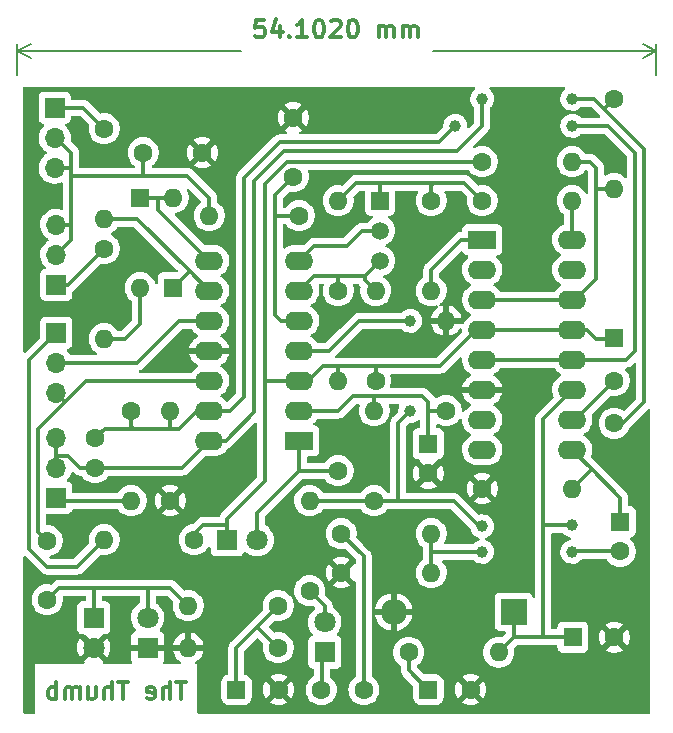
<source format=gbr>
%TF.GenerationSoftware,KiCad,Pcbnew,(6.0.0-0)*%
%TF.CreationDate,2022-01-23T15:20:26+01:00*%
%TF.ProjectId,engineers-thumb,656e6769-6e65-4657-9273-2d7468756d62,rev?*%
%TF.SameCoordinates,Original*%
%TF.FileFunction,Copper,L2,Bot*%
%TF.FilePolarity,Positive*%
%FSLAX46Y46*%
G04 Gerber Fmt 4.6, Leading zero omitted, Abs format (unit mm)*
G04 Created by KiCad (PCBNEW (6.0.0-0)) date 2022-01-23 15:20:26*
%MOMM*%
%LPD*%
G01*
G04 APERTURE LIST*
G04 Aperture macros list*
%AMRoundRect*
0 Rectangle with rounded corners*
0 $1 Rounding radius*
0 $2 $3 $4 $5 $6 $7 $8 $9 X,Y pos of 4 corners*
0 Add a 4 corners polygon primitive as box body*
4,1,4,$2,$3,$4,$5,$6,$7,$8,$9,$2,$3,0*
0 Add four circle primitives for the rounded corners*
1,1,$1+$1,$2,$3*
1,1,$1+$1,$4,$5*
1,1,$1+$1,$6,$7*
1,1,$1+$1,$8,$9*
0 Add four rect primitives between the rounded corners*
20,1,$1+$1,$2,$3,$4,$5,0*
20,1,$1+$1,$4,$5,$6,$7,0*
20,1,$1+$1,$6,$7,$8,$9,0*
20,1,$1+$1,$8,$9,$2,$3,0*%
G04 Aperture macros list end*
%ADD10C,0.300000*%
%TA.AperFunction,NonConductor*%
%ADD11C,0.300000*%
%TD*%
%TA.AperFunction,NonConductor*%
%ADD12C,0.200000*%
%TD*%
%TA.AperFunction,ComponentPad*%
%ADD13R,1.600000X1.600000*%
%TD*%
%TA.AperFunction,ComponentPad*%
%ADD14C,1.600000*%
%TD*%
%TA.AperFunction,ComponentPad*%
%ADD15O,1.600000X1.600000*%
%TD*%
%TA.AperFunction,ComponentPad*%
%ADD16R,1.800000X1.800000*%
%TD*%
%TA.AperFunction,ComponentPad*%
%ADD17C,1.800000*%
%TD*%
%TA.AperFunction,ComponentPad*%
%ADD18R,1.700000X1.700000*%
%TD*%
%TA.AperFunction,ComponentPad*%
%ADD19O,1.700000X1.700000*%
%TD*%
%TA.AperFunction,ComponentPad*%
%ADD20RoundRect,0.250000X-0.550000X-0.550000X0.550000X-0.550000X0.550000X0.550000X-0.550000X0.550000X0*%
%TD*%
%TA.AperFunction,ComponentPad*%
%ADD21RoundRect,0.250000X-0.550000X0.550000X-0.550000X-0.550000X0.550000X-0.550000X0.550000X0.550000X0*%
%TD*%
%TA.AperFunction,ComponentPad*%
%ADD22C,1.500000*%
%TD*%
%TA.AperFunction,ComponentPad*%
%ADD23R,1.500000X1.500000*%
%TD*%
%TA.AperFunction,ComponentPad*%
%ADD24R,2.200000X2.200000*%
%TD*%
%TA.AperFunction,ComponentPad*%
%ADD25O,2.200000X2.200000*%
%TD*%
%TA.AperFunction,ComponentPad*%
%ADD26R,2.400000X1.600000*%
%TD*%
%TA.AperFunction,ComponentPad*%
%ADD27O,2.400000X1.600000*%
%TD*%
%TA.AperFunction,ViaPad*%
%ADD28C,1.000000*%
%TD*%
%TA.AperFunction,Conductor*%
%ADD29C,0.304800*%
%TD*%
G04 APERTURE END LIST*
D10*
D11*
X213446571Y-108525571D02*
X212589428Y-108525571D01*
X213018000Y-110025571D02*
X213018000Y-108525571D01*
X212089428Y-110025571D02*
X212089428Y-108525571D01*
X211446571Y-110025571D02*
X211446571Y-109239857D01*
X211518000Y-109097000D01*
X211660857Y-109025571D01*
X211875142Y-109025571D01*
X212018000Y-109097000D01*
X212089428Y-109168428D01*
X210160857Y-109954142D02*
X210303714Y-110025571D01*
X210589428Y-110025571D01*
X210732285Y-109954142D01*
X210803714Y-109811285D01*
X210803714Y-109239857D01*
X210732285Y-109097000D01*
X210589428Y-109025571D01*
X210303714Y-109025571D01*
X210160857Y-109097000D01*
X210089428Y-109239857D01*
X210089428Y-109382714D01*
X210803714Y-109525571D01*
X208518000Y-108525571D02*
X207660857Y-108525571D01*
X208089428Y-110025571D02*
X208089428Y-108525571D01*
X207160857Y-110025571D02*
X207160857Y-108525571D01*
X206518000Y-110025571D02*
X206518000Y-109239857D01*
X206589428Y-109097000D01*
X206732285Y-109025571D01*
X206946571Y-109025571D01*
X207089428Y-109097000D01*
X207160857Y-109168428D01*
X205160857Y-109025571D02*
X205160857Y-110025571D01*
X205803714Y-109025571D02*
X205803714Y-109811285D01*
X205732285Y-109954142D01*
X205589428Y-110025571D01*
X205375142Y-110025571D01*
X205232285Y-109954142D01*
X205160857Y-109882714D01*
X204446571Y-110025571D02*
X204446571Y-109025571D01*
X204446571Y-109168428D02*
X204375142Y-109097000D01*
X204232285Y-109025571D01*
X204018000Y-109025571D01*
X203875142Y-109097000D01*
X203803714Y-109239857D01*
X203803714Y-110025571D01*
X203803714Y-109239857D02*
X203732285Y-109097000D01*
X203589428Y-109025571D01*
X203375142Y-109025571D01*
X203232285Y-109097000D01*
X203160857Y-109239857D01*
X203160857Y-110025571D01*
X202446571Y-110025571D02*
X202446571Y-108525571D01*
X202446571Y-109097000D02*
X202303714Y-109025571D01*
X202018000Y-109025571D01*
X201875142Y-109097000D01*
X201803714Y-109168428D01*
X201732285Y-109311285D01*
X201732285Y-109739857D01*
X201803714Y-109882714D01*
X201875142Y-109954142D01*
X202018000Y-110025571D01*
X202303714Y-110025571D01*
X202446571Y-109954142D01*
D10*
D11*
X220044142Y-52496571D02*
X219329857Y-52496571D01*
X219258428Y-53210857D01*
X219329857Y-53139428D01*
X219472714Y-53068000D01*
X219829857Y-53068000D01*
X219972714Y-53139428D01*
X220044142Y-53210857D01*
X220115571Y-53353714D01*
X220115571Y-53710857D01*
X220044142Y-53853714D01*
X219972714Y-53925142D01*
X219829857Y-53996571D01*
X219472714Y-53996571D01*
X219329857Y-53925142D01*
X219258428Y-53853714D01*
X221401285Y-52996571D02*
X221401285Y-53996571D01*
X221044142Y-52425142D02*
X220687000Y-53496571D01*
X221615571Y-53496571D01*
X222187000Y-53853714D02*
X222258428Y-53925142D01*
X222187000Y-53996571D01*
X222115571Y-53925142D01*
X222187000Y-53853714D01*
X222187000Y-53996571D01*
X223687000Y-53996571D02*
X222829857Y-53996571D01*
X223258428Y-53996571D02*
X223258428Y-52496571D01*
X223115571Y-52710857D01*
X222972714Y-52853714D01*
X222829857Y-52925142D01*
X224615571Y-52496571D02*
X224758428Y-52496571D01*
X224901285Y-52568000D01*
X224972714Y-52639428D01*
X225044142Y-52782285D01*
X225115571Y-53068000D01*
X225115571Y-53425142D01*
X225044142Y-53710857D01*
X224972714Y-53853714D01*
X224901285Y-53925142D01*
X224758428Y-53996571D01*
X224615571Y-53996571D01*
X224472714Y-53925142D01*
X224401285Y-53853714D01*
X224329857Y-53710857D01*
X224258428Y-53425142D01*
X224258428Y-53068000D01*
X224329857Y-52782285D01*
X224401285Y-52639428D01*
X224472714Y-52568000D01*
X224615571Y-52496571D01*
X225687000Y-52639428D02*
X225758428Y-52568000D01*
X225901285Y-52496571D01*
X226258428Y-52496571D01*
X226401285Y-52568000D01*
X226472714Y-52639428D01*
X226544142Y-52782285D01*
X226544142Y-52925142D01*
X226472714Y-53139428D01*
X225615571Y-53996571D01*
X226544142Y-53996571D01*
X227472714Y-52496571D02*
X227615571Y-52496571D01*
X227758428Y-52568000D01*
X227829857Y-52639428D01*
X227901285Y-52782285D01*
X227972714Y-53068000D01*
X227972714Y-53425142D01*
X227901285Y-53710857D01*
X227829857Y-53853714D01*
X227758428Y-53925142D01*
X227615571Y-53996571D01*
X227472714Y-53996571D01*
X227329857Y-53925142D01*
X227258428Y-53853714D01*
X227187000Y-53710857D01*
X227115571Y-53425142D01*
X227115571Y-53068000D01*
X227187000Y-52782285D01*
X227258428Y-52639428D01*
X227329857Y-52568000D01*
X227472714Y-52496571D01*
X229758428Y-53996571D02*
X229758428Y-52996571D01*
X229758428Y-53139428D02*
X229829857Y-53068000D01*
X229972714Y-52996571D01*
X230187000Y-52996571D01*
X230329857Y-53068000D01*
X230401285Y-53210857D01*
X230401285Y-53996571D01*
X230401285Y-53210857D02*
X230472714Y-53068000D01*
X230615571Y-52996571D01*
X230829857Y-52996571D01*
X230972714Y-53068000D01*
X231044142Y-53210857D01*
X231044142Y-53996571D01*
X231758428Y-53996571D02*
X231758428Y-52996571D01*
X231758428Y-53139428D02*
X231829857Y-53068000D01*
X231972714Y-52996571D01*
X232187000Y-52996571D01*
X232329857Y-53068000D01*
X232401285Y-53210857D01*
X232401285Y-53996571D01*
X232401285Y-53210857D02*
X232472714Y-53068000D01*
X232615571Y-52996571D01*
X232829857Y-52996571D01*
X232972714Y-53068000D01*
X233044142Y-53210857D01*
X233044142Y-53996571D01*
D12*
X199136000Y-57158000D02*
X199136000Y-54531580D01*
X253238000Y-57158000D02*
X253238000Y-54531580D01*
X199136000Y-55118000D02*
X218072715Y-55118000D01*
X234301286Y-55118000D02*
X253238000Y-55118000D01*
X199136000Y-55118000D02*
X200262504Y-55704421D01*
X199136000Y-55118000D02*
X200262504Y-54531579D01*
X253238000Y-55118000D02*
X252111496Y-54531579D01*
X253238000Y-55118000D02*
X252111496Y-55704421D01*
D13*
%TO.P,C1,1*%
%TO.N,+9V*%
X246182000Y-104775000D03*
D14*
%TO.P,C1,2*%
%TO.N,GND*%
X249682000Y-104775000D03*
%TD*%
%TO.P,R20,1*%
%TO.N,Net-(D7-Pad2)*%
X223901000Y-100838000D03*
D15*
%TO.P,R20,2*%
%TO.N,+9V*%
X223901000Y-93218000D03*
%TD*%
D16*
%TO.P,D7,1,K*%
%TO.N,SWITCH*%
X225171000Y-106050000D03*
D17*
%TO.P,D7,2,A*%
%TO.N,Net-(D7-Pad2)*%
X225171000Y-103510000D03*
%TD*%
D18*
%TO.P,RV3,1,1*%
%TO.N,Net-(R7-Pad1)*%
X202311000Y-59944000D03*
D19*
%TO.P,RV3,2,2*%
%TO.N,Net-(C5-Pad1)*%
X202311000Y-62484000D03*
%TO.P,RV3,3,3*%
X202311000Y-65024000D03*
%TD*%
D20*
%TO.P,J2,1,Pin_1*%
%TO.N,INPUT*%
X217678000Y-109220000D03*
D14*
%TO.P,J2,2,Pin_2*%
%TO.N,GND*%
X221278000Y-109220000D03*
%TO.P,J2,3,Pin_3*%
%TO.N,SWITCH*%
X224878000Y-109220000D03*
%TO.P,J2,4,Pin_4*%
%TO.N,OUTPUT*%
X228478000Y-109220000D03*
%TD*%
D20*
%TO.P,J1,1,Pin_1*%
%TO.N,PWR*%
X233934000Y-109220000D03*
D14*
%TO.P,J1,2,Pin_2*%
%TO.N,GND*%
X237534000Y-109220000D03*
%TD*%
D15*
%TO.P,R14,2*%
%TO.N,/fb_send*%
X249682000Y-66802000D03*
D14*
%TO.P,R14,1*%
%TO.N,/amplified*%
X249682000Y-59182000D03*
%TD*%
D21*
%TO.P,RV5,1,1*%
%TO.N,+4.5V*%
X249682000Y-79458000D03*
D14*
%TO.P,RV5,2,2*%
%TO.N,Net-(RV5-Pad2)*%
X249682000Y-83058000D03*
%TO.P,RV5,3,3*%
%TO.N,/amplified*%
X249682000Y-86658000D03*
%TD*%
D22*
%TO.P,Q1,2,B*%
%TO.N,Net-(Q1-Pad2)*%
X229870000Y-70358000D03*
%TO.P,Q1,3,E*%
%TO.N,Net-(Q1-Pad3)*%
X229870000Y-72898000D03*
D23*
%TO.P,Q1,1,C*%
%TO.N,Net-(Q1-Pad1)*%
X229870000Y-67818000D03*
%TD*%
D15*
%TO.P,R15,2*%
%TO.N,/fb_send*%
X246126000Y-64516000D03*
D14*
%TO.P,R15,1*%
%TO.N,+4.5V*%
X238506000Y-64516000D03*
%TD*%
%TO.P,C2,2*%
%TO.N,Net-(C2-Pad2)*%
X201676000Y-96600000D03*
%TO.P,C2,1*%
%TO.N,Net-(C2-Pad1)*%
X201676000Y-101600000D03*
%TD*%
%TO.P,R6,1*%
%TO.N,/fb_return*%
X208788000Y-85598000D03*
D15*
%TO.P,R6,2*%
%TO.N,Net-(R6-Pad2)*%
X208788000Y-93218000D03*
%TD*%
D18*
%TO.P,RV1,1,1*%
%TO.N,Net-(R4-Pad2)*%
X202438000Y-78994000D03*
D19*
%TO.P,RV1,2,2*%
%TO.N,Net-(RV1-Pad2)*%
X202438000Y-81534000D03*
%TO.P,RV1,3,3*%
%TO.N,Net-(C2-Pad2)*%
X202438000Y-84074000D03*
%TD*%
D18*
%TO.P,RV4,1,1*%
%TO.N,Net-(R8-Pad1)*%
X202438000Y-74930000D03*
D19*
%TO.P,RV4,2,2*%
%TO.N,Net-(C5-Pad1)*%
X202438000Y-72390000D03*
%TO.P,RV4,3,3*%
X202438000Y-69850000D03*
%TD*%
D24*
%TO.P,D1,1,K*%
%TO.N,+9V*%
X241173000Y-102616000D03*
D25*
%TO.P,D1,2,A*%
%TO.N,GND*%
X231013000Y-102616000D03*
%TD*%
D15*
%TO.P,R16,2*%
%TO.N,+4.5V*%
X226314000Y-83058000D03*
D14*
%TO.P,R16,1*%
%TO.N,Net-(D6-Pad2)*%
X226314000Y-90678000D03*
%TD*%
%TO.P,R1,1*%
%TO.N,PWR*%
X232283000Y-106045000D03*
D15*
%TO.P,R1,2*%
%TO.N,+9V*%
X239903000Y-106045000D03*
%TD*%
D14*
%TO.P,R13,1*%
%TO.N,Net-(Q1-Pad1)*%
X234188000Y-67818000D03*
D15*
%TO.P,R13,2*%
%TO.N,Net-(R13-Pad2)*%
X234188000Y-75438000D03*
%TD*%
%TO.P,R12,2*%
%TO.N,GND*%
X235458000Y-77978000D03*
D14*
%TO.P,R12,1*%
%TO.N,Net-(C4-Pad1)*%
X235458000Y-85598000D03*
%TD*%
D15*
%TO.P,R17,2*%
%TO.N,Net-(Q1-Pad3)*%
X229489000Y-75438000D03*
D14*
%TO.P,R17,1*%
%TO.N,+4.5V*%
X229489000Y-83058000D03*
%TD*%
D13*
%TO.P,C7,1*%
%TO.N,Net-(C7-Pad1)*%
X250190000Y-94996000D03*
D14*
%TO.P,C7,2*%
%TO.N,Net-(C7-Pad2)*%
X250190000Y-97496000D03*
%TD*%
%TO.P,R3,1*%
%TO.N,INPUT*%
X221234000Y-102108000D03*
D15*
%TO.P,R3,2*%
%TO.N,Net-(C2-Pad1)*%
X213614000Y-102108000D03*
%TD*%
D14*
%TO.P,R8,1*%
%TO.N,Net-(R8-Pad1)*%
X206502000Y-71882000D03*
D15*
%TO.P,R8,2*%
%TO.N,Net-(D5-Pad2)*%
X206502000Y-79502000D03*
%TD*%
D16*
%TO.P,D6,1,K*%
%TO.N,+4.5V*%
X216916000Y-96520000D03*
D17*
%TO.P,D6,2,A*%
%TO.N,Net-(D6-Pad2)*%
X219456000Y-96520000D03*
%TD*%
D14*
%TO.P,R22,1*%
%TO.N,OUTPUT*%
X226568000Y-96012000D03*
D15*
%TO.P,R22,2*%
%TO.N,Net-(C7-Pad2)*%
X234188000Y-96012000D03*
%TD*%
%TO.P,R19,2*%
%TO.N,Net-(C7-Pad1)*%
X246126000Y-92202000D03*
D14*
%TO.P,R19,1*%
%TO.N,GND*%
X238506000Y-92202000D03*
%TD*%
D15*
%TO.P,R9,2*%
%TO.N,Net-(R9-Pad2)*%
X246126000Y-67818000D03*
D14*
%TO.P,R9,1*%
%TO.N,Net-(Q1-Pad1)*%
X238506000Y-67818000D03*
%TD*%
D16*
%TO.P,D3,1,K*%
%TO.N,GND*%
X210185000Y-105664000D03*
D17*
%TO.P,D3,2,A*%
%TO.N,Net-(C2-Pad1)*%
X210185000Y-103124000D03*
%TD*%
D14*
%TO.P,R5,1*%
%TO.N,GND*%
X212090000Y-93218000D03*
D15*
%TO.P,R5,2*%
%TO.N,/fb_return*%
X212090000Y-85598000D03*
%TD*%
D14*
%TO.P,R10,1*%
%TO.N,Net-(C6-Pad1)*%
X223012000Y-69088000D03*
D15*
%TO.P,R10,2*%
%TO.N,Net-(C5-Pad1)*%
X215392000Y-69088000D03*
%TD*%
D14*
%TO.P,R2,1*%
%TO.N,INPUT*%
X221234000Y-105664000D03*
D15*
%TO.P,R2,2*%
%TO.N,GND*%
X213614000Y-105664000D03*
%TD*%
D14*
%TO.P,R21,1*%
%TO.N,GND*%
X226568000Y-99314000D03*
D15*
%TO.P,R21,2*%
%TO.N,Net-(C7-Pad2)*%
X234188000Y-99314000D03*
%TD*%
D13*
%TO.P,C4,1*%
%TO.N,Net-(C4-Pad1)*%
X233934000Y-88392000D03*
D14*
%TO.P,C4,2*%
%TO.N,GND*%
X233934000Y-90892000D03*
%TD*%
%TO.P,R18,1*%
%TO.N,Net-(Q1-Pad3)*%
X226314000Y-75438000D03*
D15*
%TO.P,R18,2*%
%TO.N,Net-(Q1-Pad1)*%
X226314000Y-67818000D03*
%TD*%
D13*
%TO.P,D4,1,K*%
%TO.N,Net-(D4-Pad1)*%
X212344000Y-75184000D03*
D15*
%TO.P,D4,2,A*%
%TO.N,Net-(D4-Pad2)*%
X212344000Y-67564000D03*
%TD*%
%TO.P,R11,2*%
%TO.N,Net-(C4-Pad1)*%
X229362000Y-85598000D03*
D14*
%TO.P,R11,1*%
%TO.N,+9V*%
X229362000Y-93218000D03*
%TD*%
%TO.P,C5,1*%
%TO.N,Net-(C5-Pad1)*%
X209804000Y-63754000D03*
%TO.P,C5,2*%
%TO.N,GND*%
X214804000Y-63754000D03*
%TD*%
D17*
%TO.P,D2,2,A*%
%TO.N,GND*%
X205613000Y-105664000D03*
D16*
%TO.P,D2,1,K*%
%TO.N,Net-(C2-Pad1)*%
X205613000Y-103124000D03*
%TD*%
D14*
%TO.P,C3,1*%
%TO.N,/fb_return*%
X205740000Y-87924000D03*
%TO.P,C3,2*%
%TO.N,/amplified*%
X205740000Y-90424000D03*
%TD*%
%TO.P,R7,1*%
%TO.N,Net-(R7-Pad1)*%
X206502000Y-61722000D03*
D15*
%TO.P,R7,2*%
%TO.N,Net-(D4-Pad1)*%
X206502000Y-69342000D03*
%TD*%
D18*
%TO.P,RV2,1,1*%
%TO.N,Net-(R6-Pad2)*%
X202438000Y-92964000D03*
D19*
%TO.P,RV2,2,2*%
%TO.N,/amplified*%
X202438000Y-90424000D03*
%TO.P,RV2,3,3*%
X202438000Y-87884000D03*
%TD*%
D26*
%TO.P,U2,1*%
%TO.N,Net-(D6-Pad2)*%
X223012000Y-88138000D03*
D27*
%TO.P,U2,2,-*%
%TO.N,Net-(C4-Pad1)*%
X223012000Y-85598000D03*
%TO.P,U2,3,+*%
%TO.N,+4.5V*%
X223012000Y-83058000D03*
%TO.P,U2,4,V+*%
%TO.N,+9V*%
X223012000Y-80518000D03*
%TO.P,U2,5,+*%
%TO.N,Net-(C6-Pad1)*%
X223012000Y-77978000D03*
%TO.P,U2,6,-*%
%TO.N,Net-(Q1-Pad3)*%
X223012000Y-75438000D03*
%TO.P,U2,7*%
%TO.N,Net-(Q1-Pad2)*%
X223012000Y-72898000D03*
%TO.P,U2,8*%
%TO.N,Net-(D4-Pad2)*%
X215392000Y-72898000D03*
%TO.P,U2,9,-*%
%TO.N,Net-(D4-Pad1)*%
X215392000Y-75438000D03*
%TO.P,U2,10,+*%
%TO.N,Net-(RV1-Pad2)*%
X215392000Y-77978000D03*
%TO.P,U2,11,V-*%
%TO.N,GND*%
X215392000Y-80518000D03*
%TO.P,U2,12,+*%
%TO.N,Net-(C2-Pad2)*%
X215392000Y-83058000D03*
%TO.P,U2,13,-*%
%TO.N,/fb_return*%
X215392000Y-85598000D03*
%TO.P,U2,14*%
%TO.N,/amplified*%
X215392000Y-88138000D03*
%TD*%
%TO.P,U1,16*%
%TO.N,Net-(R9-Pad2)*%
X246126000Y-71120000D03*
%TO.P,U1,15,DIODE_BIAS*%
%TO.N,unconnected-(U1-Pad15)*%
X246126000Y-73660000D03*
%TO.P,U1,14,+*%
%TO.N,/fb_send*%
X246126000Y-76200000D03*
%TO.P,U1,13,-*%
%TO.N,+4.5V*%
X246126000Y-78740000D03*
%TO.P,U1,12*%
%TO.N,/fb_return*%
X246126000Y-81280000D03*
%TO.P,U1,11,V+*%
%TO.N,+9V*%
X246126000Y-83820000D03*
%TO.P,U1,10*%
%TO.N,Net-(RV5-Pad2)*%
X246126000Y-86360000D03*
%TO.P,U1,9*%
%TO.N,Net-(C7-Pad1)*%
X246126000Y-88900000D03*
%TO.P,U1,8*%
%TO.N,unconnected-(U1-Pad8)*%
X238506000Y-88900000D03*
%TO.P,U1,7*%
%TO.N,unconnected-(U1-Pad7)*%
X238506000Y-86360000D03*
%TO.P,U1,6,V-*%
%TO.N,GND*%
X238506000Y-83820000D03*
%TO.P,U1,5*%
%TO.N,/fb_return*%
X238506000Y-81280000D03*
%TO.P,U1,4,-*%
%TO.N,+4.5V*%
X238506000Y-78740000D03*
%TO.P,U1,3,+*%
%TO.N,/fb_send*%
X238506000Y-76200000D03*
%TO.P,U1,2,DIODE_BIAS*%
%TO.N,unconnected-(U1-Pad2)*%
X238506000Y-73660000D03*
D26*
%TO.P,U1,1*%
%TO.N,Net-(R13-Pad2)*%
X238506000Y-71120000D03*
%TD*%
D14*
%TO.P,C6,1*%
%TO.N,Net-(C6-Pad1)*%
X222504000Y-65786000D03*
%TO.P,C6,2*%
%TO.N,GND*%
X222504000Y-60786000D03*
%TD*%
D13*
%TO.P,D5,1,K*%
%TO.N,Net-(D4-Pad2)*%
X209550000Y-67564000D03*
D15*
%TO.P,D5,2,A*%
%TO.N,Net-(D5-Pad2)*%
X209550000Y-75184000D03*
%TD*%
D14*
%TO.P,R4,1*%
%TO.N,+4.5V*%
X214122000Y-96520000D03*
D15*
%TO.P,R4,2*%
%TO.N,Net-(R4-Pad2)*%
X206502000Y-96520000D03*
%TD*%
D28*
%TO.N,+9V*%
X238506000Y-95377000D03*
X246075000Y-95301000D03*
%TO.N,/fb_return*%
X236220000Y-61468000D03*
X246126000Y-61468000D03*
%TO.N,Net-(C7-Pad2)*%
X238506000Y-97536000D03*
X246126000Y-97536000D03*
%TO.N,+9V*%
X232410000Y-85598000D03*
X232410000Y-77978000D03*
%TO.N,/amplified*%
X238506000Y-59182000D03*
X246126000Y-59182000D03*
%TD*%
D29*
%TO.N,Net-(R4-Pad2)*%
X202438000Y-78994000D02*
X200152000Y-81280000D01*
X200152000Y-81280000D02*
X200152000Y-97282000D01*
X204216000Y-98806000D02*
X206502000Y-96520000D01*
X200152000Y-97282000D02*
X201676000Y-98806000D01*
X201676000Y-98806000D02*
X204216000Y-98806000D01*
%TO.N,/amplified*%
X248842713Y-60021287D02*
X252222000Y-63400574D01*
X252222000Y-84836000D02*
X250400000Y-86658000D01*
X252222000Y-63400574D02*
X252222000Y-84836000D01*
X250400000Y-86658000D02*
X249682000Y-86658000D01*
%TO.N,Net-(Q1-Pad3)*%
X229489000Y-75438000D02*
X228600000Y-74549000D01*
X228600000Y-74549000D02*
X228600000Y-74168000D01*
%TO.N,+9V*%
X243713000Y-104775000D02*
X246182000Y-104775000D01*
%TO.N,/amplified*%
X238506000Y-61468000D02*
X236347000Y-63627000D01*
X236347000Y-63627000D02*
X221742000Y-63627000D01*
X216789000Y-88138000D02*
X215392000Y-88138000D01*
X219202000Y-66167000D02*
X219202000Y-85725000D01*
X221742000Y-63627000D02*
X219202000Y-66167000D01*
X238506000Y-59182000D02*
X238506000Y-61468000D01*
X219202000Y-85725000D02*
X216789000Y-88138000D01*
%TO.N,/fb_return*%
X217170000Y-85598000D02*
X218313000Y-84455000D01*
X234823000Y-62865000D02*
X236220000Y-61468000D01*
X218313000Y-65913000D02*
X221361000Y-62865000D01*
X221361000Y-62865000D02*
X234823000Y-62865000D01*
X218313000Y-84455000D02*
X218313000Y-65913000D01*
X215392000Y-85598000D02*
X217170000Y-85598000D01*
%TO.N,+4.5V*%
X216916000Y-95250000D02*
X216916000Y-94742000D01*
X216916000Y-94742000D02*
X220091000Y-91567000D01*
X220091000Y-91567000D02*
X220091000Y-83058000D01*
X220218000Y-83058000D02*
X220091000Y-82931000D01*
X220091000Y-82931000D02*
X220091000Y-66421000D01*
X220091000Y-66421000D02*
X221996000Y-64516000D01*
X221996000Y-64516000D02*
X238506000Y-64516000D01*
%TO.N,Net-(C2-Pad2)*%
X201676000Y-96600000D02*
X200914000Y-95838000D01*
%TO.N,Net-(C2-Pad1)*%
X213614000Y-102108000D02*
X212090000Y-100584000D01*
X212090000Y-100584000D02*
X202692000Y-100584000D01*
%TO.N,Net-(C2-Pad2)*%
X200914000Y-95838000D02*
X200914000Y-87122000D01*
X200914000Y-87122000D02*
X203200000Y-84836000D01*
%TO.N,Net-(C2-Pad1)*%
X202692000Y-100584000D02*
X201676000Y-101600000D01*
%TO.N,PWR*%
X233934000Y-109220000D02*
X232283000Y-107569000D01*
X232283000Y-107569000D02*
X232283000Y-106045000D01*
%TO.N,INPUT*%
X217678000Y-109220000D02*
X217678000Y-105664000D01*
X217678000Y-105664000D02*
X219532000Y-103810000D01*
%TO.N,SWITCH*%
X225171000Y-106050000D02*
X224917000Y-106304000D01*
X224917000Y-106304000D02*
X224917000Y-109181000D01*
X224917000Y-109181000D02*
X224878000Y-109220000D01*
%TO.N,OUTPUT*%
X226568000Y-96012000D02*
X228478000Y-97922000D01*
X228478000Y-97922000D02*
X228478000Y-109220000D01*
%TO.N,Net-(D7-Pad2)*%
X223901000Y-100838000D02*
X225171000Y-102108000D01*
X225171000Y-102108000D02*
X225171000Y-103510000D01*
%TO.N,+9V*%
X229362000Y-93218000D02*
X223901000Y-93218000D01*
%TO.N,Net-(D6-Pad2)*%
X219456000Y-96520000D02*
X219456000Y-94234000D01*
X219456000Y-94234000D02*
X223012000Y-90678000D01*
%TO.N,INPUT*%
X221234000Y-105664000D02*
X219532000Y-103962000D01*
X219532000Y-103962000D02*
X219532000Y-103810000D01*
%TO.N,+9V*%
X231394000Y-93218000D02*
X236093000Y-93218000D01*
X236093000Y-93218000D02*
X238252000Y-95377000D01*
X238252000Y-95377000D02*
X238506000Y-95377000D01*
X241173000Y-104775000D02*
X243713000Y-104775000D01*
X243662000Y-95301000D02*
X243662000Y-104724000D01*
X243662000Y-104724000D02*
X243713000Y-104775000D01*
X241173000Y-102616000D02*
X241173000Y-104775000D01*
X239903000Y-106045000D02*
X241173000Y-104775000D01*
X243662000Y-86284000D02*
X243662000Y-95301000D01*
X243662000Y-95301000D02*
X246075000Y-95301000D01*
%TO.N,Net-(RV1-Pad2)*%
X202438000Y-81534000D02*
X209296000Y-81534000D01*
X212852000Y-77978000D02*
X215392000Y-77978000D01*
X209296000Y-81534000D02*
X212852000Y-77978000D01*
%TO.N,Net-(C5-Pad1)*%
X213534000Y-65706000D02*
X209630000Y-65706000D01*
X209630000Y-65706000D02*
X203788000Y-65706000D01*
X209804000Y-63754000D02*
X209804000Y-65532000D01*
X209804000Y-65532000D02*
X209630000Y-65706000D01*
%TO.N,Net-(C2-Pad2)*%
X203200000Y-84836000D02*
X204978000Y-83058000D01*
X202438000Y-84074000D02*
X203200000Y-84836000D01*
X204978000Y-83058000D02*
X215392000Y-83058000D01*
%TO.N,/fb_return*%
X246126000Y-81280000D02*
X250698000Y-81280000D01*
X249174000Y-61468000D02*
X246126000Y-61468000D01*
X250698000Y-81280000D02*
X251460000Y-80518000D01*
X251460000Y-80518000D02*
X251460000Y-63754000D01*
X251460000Y-63754000D02*
X249174000Y-61468000D01*
%TO.N,/fb_send*%
X248158000Y-65024000D02*
X248158000Y-66802000D01*
X249682000Y-66802000D02*
X248158000Y-66802000D01*
X248158000Y-66802000D02*
X248158000Y-68834000D01*
%TO.N,/amplified*%
X248003426Y-59182000D02*
X248842713Y-60021287D01*
X249682000Y-59182000D02*
X248842713Y-60021287D01*
%TO.N,Net-(RV5-Pad2)*%
X246126000Y-86360000D02*
X246380000Y-86360000D01*
X246380000Y-86360000D02*
X249682000Y-83058000D01*
%TO.N,+4.5V*%
X247396000Y-78740000D02*
X248158000Y-79502000D01*
X246126000Y-78740000D02*
X247396000Y-78740000D01*
X248158000Y-79502000D02*
X249638000Y-79502000D01*
X249638000Y-79502000D02*
X249682000Y-79458000D01*
%TO.N,/amplified*%
X246126000Y-59182000D02*
X248003426Y-59182000D01*
%TO.N,/fb_send*%
X248158000Y-68834000D02*
X248158000Y-74422000D01*
X248158000Y-74422000D02*
X246380000Y-76200000D01*
X246380000Y-76200000D02*
X246126000Y-76200000D01*
X246126000Y-64516000D02*
X247650000Y-64516000D01*
X247650000Y-64516000D02*
X248158000Y-65024000D01*
%TO.N,/amplified*%
X202438000Y-87884000D02*
X202438000Y-90424000D01*
%TO.N,Net-(Q1-Pad2)*%
X229870000Y-70358000D02*
X228346000Y-70358000D01*
X228346000Y-70358000D02*
X227076000Y-71628000D01*
X227076000Y-71628000D02*
X224282000Y-71628000D01*
X224282000Y-71628000D02*
X223012000Y-72898000D01*
%TO.N,+4.5V*%
X238506000Y-78740000D02*
X237998000Y-78740000D01*
X237998000Y-78740000D02*
X234950000Y-81788000D01*
X234950000Y-81788000D02*
X229362000Y-81788000D01*
%TO.N,Net-(C7-Pad2)*%
X234188000Y-97536000D02*
X238506000Y-97536000D01*
X250190000Y-97496000D02*
X246166000Y-97496000D01*
X246126000Y-97536000D02*
X246166000Y-97496000D01*
%TO.N,INPUT*%
X221234000Y-102108000D02*
X219532000Y-103810000D01*
%TO.N,+9V*%
X246126000Y-83820000D02*
X243662000Y-86284000D01*
X231394000Y-86614000D02*
X231394000Y-93218000D01*
X229362000Y-93218000D02*
X231394000Y-93218000D01*
X232410000Y-85598000D02*
X231394000Y-86614000D01*
%TO.N,Net-(C7-Pad2)*%
X234188000Y-96012000D02*
X234188000Y-97536000D01*
X234188000Y-97536000D02*
X234188000Y-99314000D01*
%TO.N,Net-(C4-Pad1)*%
X227570711Y-84341289D02*
X229375289Y-84341289D01*
X229375289Y-84341289D02*
X233439289Y-84341289D01*
X229362000Y-84354578D02*
X229375289Y-84341289D01*
X229362000Y-85598000D02*
X229362000Y-84354578D01*
X233934000Y-84836000D02*
X233934000Y-85598000D01*
X233934000Y-85598000D02*
X233934000Y-88392000D01*
X235458000Y-85598000D02*
X233934000Y-85598000D01*
X223012000Y-85598000D02*
X226314000Y-85598000D01*
X226314000Y-85598000D02*
X227570711Y-84341289D01*
X233439289Y-84341289D02*
X233934000Y-84836000D01*
%TO.N,+4.5V*%
X223012000Y-83058000D02*
X220218000Y-83058000D01*
%TO.N,Net-(C7-Pad1)*%
X247777000Y-90551000D02*
X250190000Y-92964000D01*
X250190000Y-92964000D02*
X250190000Y-94996000D01*
%TO.N,Net-(C2-Pad1)*%
X205613000Y-103124000D02*
X205613000Y-100584000D01*
X210185000Y-103124000D02*
X210185000Y-100584000D01*
%TO.N,Net-(C6-Pad1)*%
X220980000Y-67310000D02*
X220980000Y-69088000D01*
X220980000Y-69088000D02*
X220980000Y-77470000D01*
X223012000Y-69088000D02*
X220980000Y-69088000D01*
X222504000Y-65786000D02*
X220980000Y-67310000D01*
X220980000Y-77470000D02*
X221488000Y-77978000D01*
X221488000Y-77978000D02*
X223012000Y-77978000D01*
%TO.N,+4.5V*%
X216916000Y-96520000D02*
X216916000Y-95250000D01*
X216916000Y-95250000D02*
X214884000Y-95250000D01*
X214884000Y-95250000D02*
X214122000Y-96012000D01*
X214122000Y-96012000D02*
X214122000Y-96520000D01*
%TO.N,Net-(D6-Pad2)*%
X223012000Y-90678000D02*
X223012000Y-88138000D01*
X226314000Y-90678000D02*
X223012000Y-90678000D01*
%TO.N,Net-(C7-Pad1)*%
X246126000Y-88900000D02*
X247777000Y-90551000D01*
X246126000Y-92202000D02*
X247777000Y-90551000D01*
%TO.N,+4.5V*%
X229362000Y-81788000D02*
X226314000Y-81788000D01*
X229489000Y-83058000D02*
X229489000Y-81788000D01*
X226314000Y-81788000D02*
X225044000Y-81788000D01*
X226314000Y-83058000D02*
X226314000Y-81788000D01*
X225044000Y-81788000D02*
X223774000Y-83058000D01*
X223774000Y-83058000D02*
X223012000Y-83058000D01*
%TO.N,+9V*%
X232410000Y-77978000D02*
X228092000Y-77978000D01*
X228092000Y-77978000D02*
X225552000Y-80518000D01*
X225552000Y-80518000D02*
X223012000Y-80518000D01*
%TO.N,Net-(Q1-Pad3)*%
X228600000Y-74168000D02*
X226314000Y-74168000D01*
X226314000Y-74168000D02*
X224282000Y-74168000D01*
X226314000Y-75438000D02*
X226314000Y-74168000D01*
X229870000Y-72898000D02*
X228600000Y-74168000D01*
X224282000Y-74168000D02*
X223012000Y-75438000D01*
%TO.N,Net-(Q1-Pad1)*%
X236982000Y-66294000D02*
X234442000Y-66294000D01*
X234442000Y-66294000D02*
X229870000Y-66294000D01*
X234188000Y-67818000D02*
X234188000Y-66548000D01*
X234188000Y-66548000D02*
X234442000Y-66294000D01*
X229870000Y-66294000D02*
X227838000Y-66294000D01*
X229870000Y-67818000D02*
X229870000Y-66294000D01*
X238506000Y-67818000D02*
X236982000Y-66294000D01*
X227838000Y-66294000D02*
X226314000Y-67818000D01*
%TO.N,Net-(R13-Pad2)*%
X238506000Y-71120000D02*
X236728000Y-71120000D01*
X234188000Y-73660000D02*
X234188000Y-75438000D01*
X236728000Y-71120000D02*
X234188000Y-73660000D01*
%TO.N,Net-(R9-Pad2)*%
X246126000Y-67818000D02*
X246126000Y-71120000D01*
%TO.N,/fb_send*%
X246126000Y-76200000D02*
X238506000Y-76200000D01*
%TO.N,+4.5V*%
X246126000Y-78740000D02*
X238506000Y-78740000D01*
%TO.N,/fb_return*%
X246126000Y-81280000D02*
X238506000Y-81280000D01*
%TO.N,/amplified*%
X205740000Y-90424000D02*
X213106000Y-90424000D01*
X213106000Y-90424000D02*
X215392000Y-88138000D01*
%TO.N,Net-(R6-Pad2)*%
X208788000Y-93218000D02*
X202692000Y-93218000D01*
X202692000Y-93218000D02*
X202438000Y-92964000D01*
%TO.N,/amplified*%
X203454000Y-89408000D02*
X202438000Y-89408000D01*
X205740000Y-90424000D02*
X204470000Y-90424000D01*
X204470000Y-90424000D02*
X203454000Y-89408000D01*
%TO.N,/fb_return*%
X212090000Y-87122000D02*
X209042000Y-87122000D01*
X209042000Y-87122000D02*
X206542000Y-87122000D01*
X208788000Y-85598000D02*
X208788000Y-86868000D01*
X208788000Y-86868000D02*
X209042000Y-87122000D01*
X212852000Y-87122000D02*
X212090000Y-87122000D01*
X212090000Y-85598000D02*
X212090000Y-87122000D01*
X215392000Y-85598000D02*
X214376000Y-85598000D01*
X214376000Y-85598000D02*
X212852000Y-87122000D01*
X206542000Y-87122000D02*
X205740000Y-87924000D01*
%TO.N,Net-(D5-Pad2)*%
X206502000Y-79502000D02*
X208280000Y-79502000D01*
X208280000Y-79502000D02*
X209550000Y-78232000D01*
X209550000Y-78232000D02*
X209550000Y-75184000D01*
%TO.N,Net-(D4-Pad1)*%
X215392000Y-75438000D02*
X213741000Y-73787000D01*
X213741000Y-73787000D02*
X209296000Y-69342000D01*
X212344000Y-75184000D02*
X213741000Y-73787000D01*
X209296000Y-69342000D02*
X206502000Y-69342000D01*
%TO.N,Net-(R8-Pad1)*%
X206502000Y-71882000D02*
X203454000Y-74930000D01*
X203454000Y-74930000D02*
X202438000Y-74930000D01*
%TO.N,Net-(R7-Pad1)*%
X202438000Y-59944000D02*
X204724000Y-59944000D01*
X204724000Y-59944000D02*
X206502000Y-61722000D01*
%TO.N,Net-(C5-Pad1)*%
X203708000Y-69850000D02*
X203708000Y-65786000D01*
X203708000Y-65786000D02*
X203708000Y-65024000D01*
X214884000Y-67056000D02*
X213534000Y-65706000D01*
X203788000Y-65706000D02*
X203708000Y-65786000D01*
X203708000Y-71120000D02*
X203708000Y-69850000D01*
X202438000Y-69850000D02*
X203708000Y-69850000D01*
X203708000Y-65024000D02*
X203708000Y-63754000D01*
X202438000Y-65024000D02*
X203708000Y-65024000D01*
X202438000Y-62484000D02*
X203708000Y-63754000D01*
X202438000Y-72390000D02*
X203708000Y-71120000D01*
X214884000Y-67056000D02*
X215392000Y-67564000D01*
X215392000Y-67564000D02*
X215392000Y-69088000D01*
%TO.N,Net-(D4-Pad2)*%
X211074000Y-67564000D02*
X212344000Y-67564000D01*
X209550000Y-67564000D02*
X211074000Y-67564000D01*
X211074000Y-67564000D02*
X211074000Y-68580000D01*
X211074000Y-68580000D02*
X215392000Y-72898000D01*
%TD*%
%TA.AperFunction,Conductor*%
%TO.N,GND*%
G36*
X236719177Y-81057642D02*
G01*
X236776013Y-81100189D01*
X236800824Y-81166709D01*
X236800666Y-81186679D01*
X236798808Y-81207922D01*
X236792502Y-81280000D01*
X236812457Y-81508087D01*
X236813881Y-81513400D01*
X236813881Y-81513402D01*
X236851963Y-81655523D01*
X236871716Y-81729243D01*
X236874039Y-81734224D01*
X236874039Y-81734225D01*
X236966151Y-81931762D01*
X236966154Y-81931767D01*
X236968477Y-81936749D01*
X237003996Y-81987475D01*
X237092644Y-82114077D01*
X237099802Y-82124300D01*
X237261700Y-82286198D01*
X237266208Y-82289355D01*
X237266211Y-82289357D01*
X237342807Y-82342990D01*
X237449251Y-82417523D01*
X237454233Y-82419846D01*
X237454238Y-82419849D01*
X237489049Y-82436081D01*
X237542334Y-82482998D01*
X237561795Y-82551275D01*
X237541253Y-82619235D01*
X237489049Y-82664471D01*
X237454489Y-82680586D01*
X237444993Y-82686069D01*
X237266533Y-82811028D01*
X237258125Y-82818084D01*
X237104084Y-82972125D01*
X237097028Y-82980533D01*
X236972069Y-83158993D01*
X236966586Y-83168489D01*
X236874510Y-83365947D01*
X236870764Y-83376239D01*
X236824606Y-83548503D01*
X236824942Y-83562599D01*
X236832884Y-83566000D01*
X240173967Y-83566000D01*
X240187498Y-83562027D01*
X240188727Y-83553478D01*
X240141236Y-83376239D01*
X240137490Y-83365947D01*
X240045414Y-83168489D01*
X240039931Y-83158993D01*
X239914972Y-82980533D01*
X239907916Y-82972125D01*
X239753875Y-82818084D01*
X239745467Y-82811028D01*
X239567007Y-82686069D01*
X239557511Y-82680586D01*
X239522951Y-82664471D01*
X239469666Y-82617554D01*
X239450205Y-82549277D01*
X239470747Y-82481317D01*
X239522951Y-82436081D01*
X239557762Y-82419849D01*
X239557767Y-82419846D01*
X239562749Y-82417523D01*
X239669193Y-82342990D01*
X239745789Y-82289357D01*
X239745792Y-82289355D01*
X239750300Y-82286198D01*
X239912198Y-82124300D01*
X239915357Y-82119789D01*
X240002995Y-81994629D01*
X240058452Y-81950301D01*
X240106208Y-81940900D01*
X244525792Y-81940900D01*
X244593913Y-81960902D01*
X244629005Y-81994629D01*
X244716643Y-82119789D01*
X244719802Y-82124300D01*
X244881700Y-82286198D01*
X244886208Y-82289355D01*
X244886211Y-82289357D01*
X244962807Y-82342990D01*
X245069251Y-82417523D01*
X245074233Y-82419846D01*
X245074238Y-82419849D01*
X245108457Y-82435805D01*
X245161742Y-82482722D01*
X245181203Y-82550999D01*
X245160661Y-82618959D01*
X245108457Y-82664195D01*
X245074238Y-82680151D01*
X245074233Y-82680154D01*
X245069251Y-82682477D01*
X245022011Y-82715555D01*
X244886211Y-82810643D01*
X244886208Y-82810645D01*
X244881700Y-82813802D01*
X244719802Y-82975700D01*
X244588477Y-83163251D01*
X244586154Y-83168233D01*
X244586151Y-83168238D01*
X244528718Y-83291405D01*
X244491716Y-83370757D01*
X244490294Y-83376065D01*
X244490293Y-83376067D01*
X244472978Y-83440686D01*
X244432457Y-83591913D01*
X244412502Y-83820000D01*
X244432457Y-84048087D01*
X244433881Y-84053400D01*
X244433881Y-84053402D01*
X244478026Y-84218150D01*
X244491716Y-84269243D01*
X244494039Y-84274225D01*
X244494041Y-84274230D01*
X244534057Y-84360046D01*
X244544718Y-84430237D01*
X244515738Y-84495050D01*
X244508957Y-84502390D01*
X243213961Y-85797386D01*
X243207696Y-85803239D01*
X243167248Y-85838524D01*
X243162881Y-85844738D01*
X243133109Y-85887099D01*
X243129177Y-85892393D01*
X243092537Y-85939121D01*
X243089411Y-85946045D01*
X243085698Y-85952176D01*
X243083062Y-85956796D01*
X243079640Y-85963178D01*
X243075269Y-85969397D01*
X243072509Y-85976476D01*
X243053702Y-86024713D01*
X243051146Y-86030792D01*
X243026711Y-86084912D01*
X243025325Y-86092388D01*
X243023170Y-86099266D01*
X243021710Y-86104391D01*
X243019922Y-86111355D01*
X243017162Y-86118434D01*
X243016170Y-86125966D01*
X243016170Y-86125968D01*
X243015259Y-86132892D01*
X243011226Y-86163530D01*
X243009414Y-86177292D01*
X243008384Y-86183798D01*
X242997560Y-86242197D01*
X242997997Y-86249777D01*
X242997997Y-86249778D01*
X243000891Y-86299967D01*
X243001100Y-86307220D01*
X243001100Y-95292871D01*
X243001098Y-95293530D01*
X243000658Y-95377520D01*
X243001001Y-95378950D01*
X243001100Y-95380663D01*
X243001100Y-101314434D01*
X242981098Y-101382555D01*
X242927442Y-101429048D01*
X242857168Y-101439152D01*
X242792588Y-101409658D01*
X242757118Y-101358664D01*
X242726767Y-101277703D01*
X242723615Y-101269295D01*
X242636261Y-101152739D01*
X242519705Y-101065385D01*
X242383316Y-101014255D01*
X242321134Y-101007500D01*
X240024866Y-101007500D01*
X239962684Y-101014255D01*
X239826295Y-101065385D01*
X239709739Y-101152739D01*
X239622385Y-101269295D01*
X239571255Y-101405684D01*
X239564500Y-101467866D01*
X239564500Y-103764134D01*
X239571255Y-103826316D01*
X239622385Y-103962705D01*
X239709739Y-104079261D01*
X239826295Y-104166615D01*
X239962684Y-104217745D01*
X240024866Y-104224500D01*
X240386100Y-104224500D01*
X240454221Y-104244502D01*
X240500714Y-104298158D01*
X240512100Y-104350500D01*
X240512100Y-104449056D01*
X240492098Y-104517177D01*
X240475195Y-104538151D01*
X240285687Y-104727659D01*
X240223375Y-104761685D01*
X240163980Y-104760270D01*
X240136409Y-104752882D01*
X240136398Y-104752880D01*
X240131087Y-104751457D01*
X239903000Y-104731502D01*
X239674913Y-104751457D01*
X239669600Y-104752881D01*
X239669598Y-104752881D01*
X239459067Y-104809293D01*
X239459065Y-104809294D01*
X239453757Y-104810716D01*
X239448776Y-104813039D01*
X239448775Y-104813039D01*
X239251238Y-104905151D01*
X239251233Y-104905154D01*
X239246251Y-104907477D01*
X239240216Y-104911703D01*
X239063211Y-105035643D01*
X239063208Y-105035645D01*
X239058700Y-105038802D01*
X238896802Y-105200700D01*
X238893645Y-105205208D01*
X238893643Y-105205211D01*
X238879970Y-105224738D01*
X238765477Y-105388251D01*
X238763154Y-105393233D01*
X238763151Y-105393238D01*
X238671039Y-105590775D01*
X238668716Y-105595757D01*
X238667294Y-105601065D01*
X238667293Y-105601067D01*
X238644208Y-105687220D01*
X238609457Y-105816913D01*
X238589502Y-106045000D01*
X238609457Y-106273087D01*
X238610881Y-106278400D01*
X238610881Y-106278402D01*
X238658324Y-106455458D01*
X238668716Y-106494243D01*
X238671039Y-106499224D01*
X238671039Y-106499225D01*
X238763151Y-106696762D01*
X238763154Y-106696767D01*
X238765477Y-106701749D01*
X238896802Y-106889300D01*
X239058700Y-107051198D01*
X239063208Y-107054355D01*
X239063211Y-107054357D01*
X239141389Y-107109098D01*
X239246251Y-107182523D01*
X239251233Y-107184846D01*
X239251238Y-107184849D01*
X239380680Y-107245208D01*
X239453757Y-107279284D01*
X239459065Y-107280706D01*
X239459067Y-107280707D01*
X239669598Y-107337119D01*
X239669600Y-107337119D01*
X239674913Y-107338543D01*
X239903000Y-107358498D01*
X240131087Y-107338543D01*
X240136400Y-107337119D01*
X240136402Y-107337119D01*
X240346933Y-107280707D01*
X240346935Y-107280706D01*
X240352243Y-107279284D01*
X240425320Y-107245208D01*
X240554762Y-107184849D01*
X240554767Y-107184846D01*
X240559749Y-107182523D01*
X240664611Y-107109098D01*
X240742789Y-107054357D01*
X240742792Y-107054355D01*
X240747300Y-107051198D01*
X240909198Y-106889300D01*
X241040523Y-106701749D01*
X241042846Y-106696767D01*
X241042849Y-106696762D01*
X241134961Y-106499225D01*
X241134961Y-106499224D01*
X241137284Y-106494243D01*
X241147677Y-106455458D01*
X241195119Y-106278402D01*
X241195119Y-106278400D01*
X241196543Y-106273087D01*
X241216498Y-106045000D01*
X241196543Y-105816913D01*
X241195119Y-105811598D01*
X241195118Y-105811591D01*
X241187730Y-105784020D01*
X241189419Y-105713044D01*
X241220341Y-105662313D01*
X241409849Y-105472805D01*
X241472161Y-105438779D01*
X241498944Y-105435900D01*
X243640520Y-105435900D01*
X243663480Y-105438010D01*
X243663728Y-105438056D01*
X243663730Y-105438056D01*
X243671197Y-105439440D01*
X243678777Y-105439003D01*
X243678778Y-105439003D01*
X243728968Y-105436109D01*
X243736221Y-105435900D01*
X244747500Y-105435900D01*
X244815621Y-105455902D01*
X244862114Y-105509558D01*
X244873500Y-105561900D01*
X244873500Y-105623134D01*
X244880255Y-105685316D01*
X244931385Y-105821705D01*
X245018739Y-105938261D01*
X245135295Y-106025615D01*
X245271684Y-106076745D01*
X245333866Y-106083500D01*
X247030134Y-106083500D01*
X247092316Y-106076745D01*
X247228705Y-106025615D01*
X247345261Y-105938261D01*
X247403119Y-105861062D01*
X248960493Y-105861062D01*
X248969789Y-105873077D01*
X249020994Y-105908931D01*
X249030489Y-105914414D01*
X249227947Y-106006490D01*
X249238239Y-106010236D01*
X249448688Y-106066625D01*
X249459481Y-106068528D01*
X249676525Y-106087517D01*
X249687475Y-106087517D01*
X249904519Y-106068528D01*
X249915312Y-106066625D01*
X250125761Y-106010236D01*
X250136053Y-106006490D01*
X250333511Y-105914414D01*
X250343006Y-105908931D01*
X250395048Y-105872491D01*
X250403424Y-105862012D01*
X250396356Y-105848566D01*
X249694812Y-105147022D01*
X249680868Y-105139408D01*
X249679035Y-105139539D01*
X249672420Y-105143790D01*
X248966923Y-105849287D01*
X248960493Y-105861062D01*
X247403119Y-105861062D01*
X247432615Y-105821705D01*
X247483745Y-105685316D01*
X247490500Y-105623134D01*
X247490500Y-104780475D01*
X248369483Y-104780475D01*
X248388472Y-104997519D01*
X248390375Y-105008312D01*
X248446764Y-105218761D01*
X248450510Y-105229053D01*
X248542586Y-105426511D01*
X248548069Y-105436006D01*
X248584509Y-105488048D01*
X248594988Y-105496424D01*
X248608434Y-105489356D01*
X249309978Y-104787812D01*
X249316356Y-104776132D01*
X250046408Y-104776132D01*
X250046539Y-104777965D01*
X250050790Y-104784580D01*
X250756287Y-105490077D01*
X250768062Y-105496507D01*
X250780077Y-105487211D01*
X250815931Y-105436006D01*
X250821414Y-105426511D01*
X250913490Y-105229053D01*
X250917236Y-105218761D01*
X250973625Y-105008312D01*
X250975528Y-104997519D01*
X250994517Y-104780475D01*
X250994517Y-104769525D01*
X250975528Y-104552481D01*
X250973625Y-104541688D01*
X250917236Y-104331239D01*
X250913490Y-104320947D01*
X250821414Y-104123489D01*
X250815931Y-104113994D01*
X250779491Y-104061952D01*
X250769012Y-104053576D01*
X250755566Y-104060644D01*
X250054022Y-104762188D01*
X250046408Y-104776132D01*
X249316356Y-104776132D01*
X249317592Y-104773868D01*
X249317461Y-104772035D01*
X249313210Y-104765420D01*
X248607713Y-104059923D01*
X248595938Y-104053493D01*
X248583923Y-104062789D01*
X248548069Y-104113994D01*
X248542586Y-104123489D01*
X248450510Y-104320947D01*
X248446764Y-104331239D01*
X248390375Y-104541688D01*
X248388472Y-104552481D01*
X248369483Y-104769525D01*
X248369483Y-104780475D01*
X247490500Y-104780475D01*
X247490500Y-103926866D01*
X247483745Y-103864684D01*
X247432615Y-103728295D01*
X247402407Y-103687988D01*
X248960576Y-103687988D01*
X248967644Y-103701434D01*
X249669188Y-104402978D01*
X249683132Y-104410592D01*
X249684965Y-104410461D01*
X249691580Y-104406210D01*
X250397077Y-103700713D01*
X250403507Y-103688938D01*
X250394211Y-103676923D01*
X250343006Y-103641069D01*
X250333511Y-103635586D01*
X250136053Y-103543510D01*
X250125761Y-103539764D01*
X249915312Y-103483375D01*
X249904519Y-103481472D01*
X249687475Y-103462483D01*
X249676525Y-103462483D01*
X249459481Y-103481472D01*
X249448688Y-103483375D01*
X249238239Y-103539764D01*
X249227947Y-103543510D01*
X249030489Y-103635586D01*
X249020994Y-103641069D01*
X248968952Y-103677509D01*
X248960576Y-103687988D01*
X247402407Y-103687988D01*
X247345261Y-103611739D01*
X247228705Y-103524385D01*
X247092316Y-103473255D01*
X247030134Y-103466500D01*
X245333866Y-103466500D01*
X245271684Y-103473255D01*
X245135295Y-103524385D01*
X245018739Y-103611739D01*
X244931385Y-103728295D01*
X244880255Y-103864684D01*
X244873500Y-103926866D01*
X244873500Y-103988100D01*
X244853498Y-104056221D01*
X244799842Y-104102714D01*
X244747500Y-104114100D01*
X244448900Y-104114100D01*
X244380779Y-104094098D01*
X244334286Y-104040442D01*
X244322900Y-103988100D01*
X244322900Y-96087900D01*
X244342902Y-96019779D01*
X244396558Y-95973286D01*
X244448900Y-95961900D01*
X245251811Y-95961900D01*
X245319932Y-95981902D01*
X245342325Y-96000272D01*
X245346035Y-96004953D01*
X245496650Y-96133136D01*
X245669294Y-96229624D01*
X245857392Y-96290740D01*
X245908005Y-96296775D01*
X245973277Y-96324702D01*
X246013090Y-96383485D01*
X246014802Y-96454461D01*
X245977870Y-96515096D01*
X245928660Y-96542763D01*
X245920584Y-96545140D01*
X245746381Y-96596410D01*
X245740923Y-96599263D01*
X245740919Y-96599265D01*
X245729041Y-96605475D01*
X245571110Y-96688040D01*
X245416975Y-96811968D01*
X245413014Y-96816689D01*
X245413011Y-96816692D01*
X245401768Y-96830091D01*
X245289846Y-96963474D01*
X245286879Y-96968872D01*
X245286875Y-96968877D01*
X245221765Y-97087314D01*
X245194567Y-97136787D01*
X245192706Y-97142654D01*
X245192705Y-97142656D01*
X245154657Y-97262598D01*
X245134765Y-97325306D01*
X245112719Y-97521851D01*
X245113907Y-97535999D01*
X245125598Y-97675224D01*
X245129268Y-97718934D01*
X245150213Y-97791977D01*
X245182077Y-97903099D01*
X245183783Y-97909050D01*
X245186602Y-97914535D01*
X245242025Y-98022375D01*
X245274187Y-98084956D01*
X245397035Y-98239953D01*
X245401728Y-98243947D01*
X245401729Y-98243948D01*
X245519522Y-98344197D01*
X245547650Y-98368136D01*
X245720294Y-98464624D01*
X245908392Y-98525740D01*
X246104777Y-98549158D01*
X246110912Y-98548686D01*
X246110914Y-98548686D01*
X246295830Y-98534457D01*
X246295834Y-98534456D01*
X246301972Y-98533984D01*
X246492463Y-98480798D01*
X246497967Y-98478018D01*
X246497969Y-98478017D01*
X246663495Y-98394404D01*
X246663497Y-98394403D01*
X246668996Y-98391625D01*
X246824847Y-98269861D01*
X246884658Y-98200569D01*
X246944311Y-98162072D01*
X246980040Y-98156900D01*
X248989792Y-98156900D01*
X249057913Y-98176902D01*
X249093005Y-98210629D01*
X249163775Y-98311699D01*
X249183802Y-98340300D01*
X249345700Y-98502198D01*
X249350208Y-98505355D01*
X249350211Y-98505357D01*
X249412766Y-98549158D01*
X249533251Y-98633523D01*
X249538233Y-98635846D01*
X249538238Y-98635849D01*
X249735775Y-98727961D01*
X249740757Y-98730284D01*
X249746065Y-98731706D01*
X249746067Y-98731707D01*
X249956598Y-98788119D01*
X249956600Y-98788119D01*
X249961913Y-98789543D01*
X250190000Y-98809498D01*
X250418087Y-98789543D01*
X250423400Y-98788119D01*
X250423402Y-98788119D01*
X250633933Y-98731707D01*
X250633935Y-98731706D01*
X250639243Y-98730284D01*
X250644225Y-98727961D01*
X250841762Y-98635849D01*
X250841767Y-98635846D01*
X250846749Y-98633523D01*
X250967234Y-98549158D01*
X251029789Y-98505357D01*
X251029792Y-98505355D01*
X251034300Y-98502198D01*
X251196198Y-98340300D01*
X251218954Y-98307802D01*
X251266630Y-98239713D01*
X251327523Y-98152749D01*
X251329846Y-98147767D01*
X251329849Y-98147762D01*
X251421961Y-97950225D01*
X251421961Y-97950224D01*
X251424284Y-97945243D01*
X251427918Y-97931683D01*
X251482119Y-97729402D01*
X251482119Y-97729400D01*
X251483543Y-97724087D01*
X251503498Y-97496000D01*
X251483543Y-97267913D01*
X251478129Y-97247707D01*
X251425707Y-97052067D01*
X251425706Y-97052065D01*
X251424284Y-97046757D01*
X251390462Y-96974225D01*
X251329849Y-96844238D01*
X251329846Y-96844233D01*
X251327523Y-96839251D01*
X251251842Y-96731168D01*
X251199357Y-96656211D01*
X251199355Y-96656208D01*
X251196198Y-96651700D01*
X251050498Y-96506000D01*
X251016472Y-96443688D01*
X251021537Y-96372873D01*
X251064084Y-96316037D01*
X251100737Y-96298868D01*
X251100316Y-96297745D01*
X251228297Y-96249767D01*
X251236705Y-96246615D01*
X251353261Y-96159261D01*
X251440615Y-96042705D01*
X251491745Y-95906316D01*
X251498500Y-95844134D01*
X251498500Y-94147866D01*
X251491745Y-94085684D01*
X251440615Y-93949295D01*
X251353261Y-93832739D01*
X251236705Y-93745385D01*
X251100316Y-93694255D01*
X251038134Y-93687500D01*
X250976900Y-93687500D01*
X250908779Y-93667498D01*
X250862286Y-93613842D01*
X250850900Y-93561500D01*
X250850900Y-92991252D01*
X250851192Y-92982682D01*
X250854325Y-92936732D01*
X250854325Y-92936728D01*
X250854841Y-92929156D01*
X250844632Y-92870662D01*
X250843670Y-92864140D01*
X250837450Y-92812737D01*
X250837449Y-92812734D01*
X250836537Y-92805195D01*
X250833851Y-92798087D01*
X250832140Y-92791121D01*
X250830721Y-92785932D01*
X250828644Y-92779053D01*
X250827339Y-92771576D01*
X250823880Y-92763695D01*
X250803478Y-92717220D01*
X250800985Y-92711111D01*
X250782679Y-92662664D01*
X250782678Y-92662662D01*
X250779994Y-92655559D01*
X250775694Y-92649302D01*
X250772360Y-92642925D01*
X250769760Y-92638255D01*
X250766095Y-92632058D01*
X250763042Y-92625103D01*
X250727796Y-92579170D01*
X250726894Y-92577995D01*
X250723016Y-92572657D01*
X250693691Y-92529988D01*
X250693689Y-92529986D01*
X250689389Y-92523729D01*
X250646180Y-92485231D01*
X250640905Y-92480251D01*
X248250291Y-90089638D01*
X248249825Y-90089170D01*
X248193458Y-90032208D01*
X248193451Y-90032202D01*
X248190532Y-90029252D01*
X248189277Y-90028483D01*
X248187985Y-90027332D01*
X247743043Y-89582390D01*
X247709017Y-89520078D01*
X247714082Y-89449263D01*
X247717943Y-89440046D01*
X247757959Y-89354230D01*
X247757961Y-89354225D01*
X247760284Y-89349243D01*
X247780038Y-89275523D01*
X247818119Y-89133402D01*
X247818119Y-89133400D01*
X247819543Y-89128087D01*
X247839498Y-88900000D01*
X247819543Y-88671913D01*
X247810292Y-88637389D01*
X247761707Y-88456067D01*
X247761706Y-88456065D01*
X247760284Y-88450757D01*
X247732164Y-88390453D01*
X247665849Y-88248238D01*
X247665846Y-88248233D01*
X247663523Y-88243251D01*
X247532198Y-88055700D01*
X247370300Y-87893802D01*
X247365792Y-87890645D01*
X247365789Y-87890643D01*
X247229943Y-87795523D01*
X247182749Y-87762477D01*
X247177767Y-87760154D01*
X247177762Y-87760151D01*
X247143543Y-87744195D01*
X247090258Y-87697278D01*
X247070797Y-87629001D01*
X247091339Y-87561041D01*
X247143543Y-87515805D01*
X247177762Y-87499849D01*
X247177767Y-87499846D01*
X247182749Y-87497523D01*
X247287611Y-87424098D01*
X247365789Y-87369357D01*
X247365792Y-87369355D01*
X247370300Y-87366198D01*
X247532198Y-87204300D01*
X247546560Y-87183790D01*
X247638646Y-87052277D01*
X247663523Y-87016749D01*
X247665846Y-87011767D01*
X247665849Y-87011762D01*
X247757961Y-86814225D01*
X247757961Y-86814224D01*
X247760284Y-86809243D01*
X247763820Y-86796049D01*
X247818119Y-86593402D01*
X247818119Y-86593400D01*
X247819543Y-86588087D01*
X247839498Y-86360000D01*
X247819543Y-86131913D01*
X247811561Y-86102124D01*
X247779876Y-85983872D01*
X247781566Y-85912895D01*
X247812488Y-85862166D01*
X249299313Y-84375341D01*
X249361625Y-84341315D01*
X249421020Y-84342730D01*
X249448591Y-84350118D01*
X249448602Y-84350120D01*
X249453913Y-84351543D01*
X249682000Y-84371498D01*
X249910087Y-84351543D01*
X249915400Y-84350119D01*
X249915402Y-84350119D01*
X250125933Y-84293707D01*
X250125935Y-84293706D01*
X250131243Y-84292284D01*
X250136225Y-84289961D01*
X250333762Y-84197849D01*
X250333767Y-84197846D01*
X250338749Y-84195523D01*
X250494418Y-84086522D01*
X250521789Y-84067357D01*
X250521792Y-84067355D01*
X250526300Y-84064198D01*
X250688198Y-83902300D01*
X250819523Y-83714749D01*
X250821846Y-83709767D01*
X250821849Y-83709762D01*
X250913961Y-83512225D01*
X250913961Y-83512224D01*
X250916284Y-83507243D01*
X250953567Y-83368104D01*
X250974119Y-83291402D01*
X250974119Y-83291400D01*
X250975543Y-83286087D01*
X250995498Y-83058000D01*
X250975543Y-82829913D01*
X250974119Y-82824598D01*
X250917707Y-82614067D01*
X250917706Y-82614065D01*
X250916284Y-82608757D01*
X250899864Y-82573543D01*
X250821849Y-82406238D01*
X250821846Y-82406233D01*
X250819523Y-82401251D01*
X250709541Y-82244181D01*
X250691357Y-82218211D01*
X250691355Y-82218208D01*
X250688198Y-82213700D01*
X250634067Y-82159569D01*
X250600041Y-82097257D01*
X250605106Y-82026442D01*
X250647653Y-81969606D01*
X250714173Y-81944795D01*
X250717683Y-81944790D01*
X250717680Y-81944723D01*
X250725268Y-81944326D01*
X250732843Y-81944842D01*
X250740320Y-81943537D01*
X250740321Y-81943537D01*
X250765626Y-81939121D01*
X250791347Y-81934631D01*
X250797865Y-81933670D01*
X250816223Y-81931448D01*
X250849262Y-81927450D01*
X250849264Y-81927450D01*
X250856805Y-81926537D01*
X250863913Y-81923851D01*
X250870879Y-81922140D01*
X250876068Y-81920721D01*
X250882947Y-81918644D01*
X250890424Y-81917339D01*
X250944795Y-81893471D01*
X250950886Y-81890986D01*
X250999336Y-81872679D01*
X250999338Y-81872678D01*
X251006441Y-81869994D01*
X251012702Y-81865691D01*
X251019026Y-81862385D01*
X251023798Y-81859729D01*
X251029944Y-81856094D01*
X251036896Y-81853042D01*
X251084001Y-81816898D01*
X251089334Y-81813023D01*
X251138271Y-81779389D01*
X251176769Y-81736180D01*
X251181749Y-81730905D01*
X251346005Y-81566649D01*
X251408317Y-81532623D01*
X251479132Y-81537688D01*
X251535968Y-81580235D01*
X251560779Y-81646755D01*
X251561100Y-81655744D01*
X251561100Y-84510056D01*
X251541098Y-84578177D01*
X251524200Y-84599146D01*
X250568854Y-85554493D01*
X250506543Y-85588517D01*
X250435728Y-85583453D01*
X250407492Y-85568611D01*
X250338749Y-85520477D01*
X250333767Y-85518154D01*
X250333762Y-85518151D01*
X250136225Y-85426039D01*
X250136224Y-85426039D01*
X250131243Y-85423716D01*
X250125935Y-85422294D01*
X250125933Y-85422293D01*
X249915402Y-85365881D01*
X249915400Y-85365881D01*
X249910087Y-85364457D01*
X249682000Y-85344502D01*
X249453913Y-85364457D01*
X249448600Y-85365881D01*
X249448598Y-85365881D01*
X249238067Y-85422293D01*
X249238065Y-85422294D01*
X249232757Y-85423716D01*
X249227776Y-85426039D01*
X249227775Y-85426039D01*
X249030238Y-85518151D01*
X249030233Y-85518154D01*
X249025251Y-85520477D01*
X248959034Y-85566843D01*
X248842211Y-85648643D01*
X248842208Y-85648645D01*
X248837700Y-85651802D01*
X248675802Y-85813700D01*
X248672645Y-85818208D01*
X248672643Y-85818211D01*
X248624407Y-85887099D01*
X248544477Y-86001251D01*
X248542154Y-86006233D01*
X248542151Y-86006238D01*
X248463579Y-86174738D01*
X248447716Y-86208757D01*
X248446294Y-86214065D01*
X248446293Y-86214067D01*
X248389881Y-86424598D01*
X248388457Y-86429913D01*
X248368502Y-86658000D01*
X248388457Y-86886087D01*
X248389881Y-86891400D01*
X248389881Y-86891402D01*
X248445696Y-87099703D01*
X248447716Y-87107243D01*
X248450039Y-87112224D01*
X248450039Y-87112225D01*
X248542151Y-87309762D01*
X248542154Y-87309767D01*
X248544477Y-87314749D01*
X248580502Y-87366198D01*
X248670247Y-87494366D01*
X248675802Y-87502300D01*
X248837700Y-87664198D01*
X248842208Y-87667355D01*
X248842211Y-87667357D01*
X248909794Y-87714679D01*
X249025251Y-87795523D01*
X249030233Y-87797846D01*
X249030238Y-87797849D01*
X249222208Y-87887365D01*
X249232757Y-87892284D01*
X249238065Y-87893706D01*
X249238067Y-87893707D01*
X249448598Y-87950119D01*
X249448600Y-87950119D01*
X249453913Y-87951543D01*
X249682000Y-87971498D01*
X249910087Y-87951543D01*
X249915400Y-87950119D01*
X249915402Y-87950119D01*
X250125933Y-87893707D01*
X250125935Y-87893706D01*
X250131243Y-87892284D01*
X250141792Y-87887365D01*
X250333762Y-87797849D01*
X250333767Y-87797846D01*
X250338749Y-87795523D01*
X250454206Y-87714679D01*
X250521789Y-87667357D01*
X250521792Y-87667355D01*
X250526300Y-87664198D01*
X250688198Y-87502300D01*
X250693754Y-87494366D01*
X250783498Y-87366198D01*
X250819523Y-87314749D01*
X250821846Y-87309767D01*
X250821849Y-87309762D01*
X250913961Y-87112225D01*
X250913961Y-87112224D01*
X250916284Y-87107243D01*
X250918845Y-87097685D01*
X250951458Y-87041196D01*
X251731117Y-86261537D01*
X252514905Y-85477748D01*
X252577217Y-85443723D01*
X252648032Y-85448787D01*
X252704868Y-85491334D01*
X252729679Y-85557854D01*
X252730000Y-85566843D01*
X252730000Y-111126000D01*
X252709998Y-111194121D01*
X252656342Y-111240614D01*
X252604000Y-111252000D01*
X214523429Y-111252000D01*
X214455308Y-111231998D01*
X214408815Y-111178342D01*
X214397429Y-111126000D01*
X214397429Y-109820400D01*
X216369500Y-109820400D01*
X216369837Y-109823646D01*
X216369837Y-109823650D01*
X216375347Y-109876749D01*
X216380474Y-109926166D01*
X216436450Y-110093946D01*
X216529522Y-110244348D01*
X216654697Y-110369305D01*
X216660927Y-110373145D01*
X216660928Y-110373146D01*
X216798090Y-110457694D01*
X216805262Y-110462115D01*
X216885005Y-110488564D01*
X216966611Y-110515632D01*
X216966613Y-110515632D01*
X216973139Y-110517797D01*
X216979975Y-110518497D01*
X216979978Y-110518498D01*
X217023031Y-110522909D01*
X217077600Y-110528500D01*
X218278400Y-110528500D01*
X218281646Y-110528163D01*
X218281650Y-110528163D01*
X218377308Y-110518238D01*
X218377312Y-110518237D01*
X218384166Y-110517526D01*
X218390702Y-110515345D01*
X218390704Y-110515345D01*
X218522806Y-110471272D01*
X218551946Y-110461550D01*
X218702348Y-110368478D01*
X218764655Y-110306062D01*
X220556493Y-110306062D01*
X220565789Y-110318077D01*
X220616994Y-110353931D01*
X220626489Y-110359414D01*
X220823947Y-110451490D01*
X220834239Y-110455236D01*
X221044688Y-110511625D01*
X221055481Y-110513528D01*
X221272525Y-110532517D01*
X221283475Y-110532517D01*
X221500519Y-110513528D01*
X221511312Y-110511625D01*
X221721761Y-110455236D01*
X221732053Y-110451490D01*
X221929511Y-110359414D01*
X221939006Y-110353931D01*
X221991048Y-110317491D01*
X221999424Y-110307012D01*
X221992356Y-110293566D01*
X221290812Y-109592022D01*
X221276868Y-109584408D01*
X221275035Y-109584539D01*
X221268420Y-109588790D01*
X220562923Y-110294287D01*
X220556493Y-110306062D01*
X218764655Y-110306062D01*
X218827305Y-110243303D01*
X218831146Y-110237072D01*
X218916275Y-110098968D01*
X218916276Y-110098966D01*
X218920115Y-110092738D01*
X218970276Y-109941507D01*
X218973632Y-109931389D01*
X218973632Y-109931387D01*
X218975797Y-109924861D01*
X218986500Y-109820400D01*
X218986500Y-109225475D01*
X219965483Y-109225475D01*
X219984472Y-109442519D01*
X219986375Y-109453312D01*
X220042764Y-109663761D01*
X220046510Y-109674053D01*
X220138586Y-109871511D01*
X220144069Y-109881006D01*
X220180509Y-109933048D01*
X220190988Y-109941424D01*
X220204434Y-109934356D01*
X220905978Y-109232812D01*
X220912356Y-109221132D01*
X221642408Y-109221132D01*
X221642539Y-109222965D01*
X221646790Y-109229580D01*
X222352287Y-109935077D01*
X222364062Y-109941507D01*
X222376077Y-109932211D01*
X222411931Y-109881006D01*
X222417414Y-109871511D01*
X222509490Y-109674053D01*
X222513236Y-109663761D01*
X222569625Y-109453312D01*
X222571528Y-109442519D01*
X222590517Y-109225475D01*
X222590517Y-109214525D01*
X222571528Y-108997481D01*
X222569625Y-108986688D01*
X222513236Y-108776239D01*
X222509490Y-108765947D01*
X222417414Y-108568489D01*
X222411931Y-108558994D01*
X222375491Y-108506952D01*
X222365012Y-108498576D01*
X222351566Y-108505644D01*
X221650022Y-109207188D01*
X221642408Y-109221132D01*
X220912356Y-109221132D01*
X220913592Y-109218868D01*
X220913461Y-109217035D01*
X220909210Y-109210420D01*
X220203713Y-108504923D01*
X220191938Y-108498493D01*
X220179923Y-108507789D01*
X220144069Y-108558994D01*
X220138586Y-108568489D01*
X220046510Y-108765947D01*
X220042764Y-108776239D01*
X219986375Y-108986688D01*
X219984472Y-108997481D01*
X219965483Y-109214525D01*
X219965483Y-109225475D01*
X218986500Y-109225475D01*
X218986500Y-108619600D01*
X218981171Y-108568238D01*
X218976238Y-108520692D01*
X218976237Y-108520688D01*
X218975526Y-108513834D01*
X218919550Y-108346054D01*
X218826478Y-108195652D01*
X218763705Y-108132988D01*
X220556576Y-108132988D01*
X220563644Y-108146434D01*
X221265188Y-108847978D01*
X221279132Y-108855592D01*
X221280965Y-108855461D01*
X221287580Y-108851210D01*
X221993077Y-108145713D01*
X221999507Y-108133938D01*
X221990211Y-108121923D01*
X221939006Y-108086069D01*
X221929511Y-108080586D01*
X221732053Y-107988510D01*
X221721761Y-107984764D01*
X221511312Y-107928375D01*
X221500519Y-107926472D01*
X221283475Y-107907483D01*
X221272525Y-107907483D01*
X221055481Y-107926472D01*
X221044688Y-107928375D01*
X220834239Y-107984764D01*
X220823947Y-107988510D01*
X220626489Y-108080586D01*
X220616994Y-108086069D01*
X220564952Y-108122509D01*
X220556576Y-108132988D01*
X218763705Y-108132988D01*
X218701303Y-108070695D01*
X218684934Y-108060605D01*
X218556968Y-107981725D01*
X218556966Y-107981724D01*
X218550738Y-107977885D01*
X218425233Y-107936257D01*
X218366873Y-107895826D01*
X218339636Y-107830262D01*
X218338900Y-107816664D01*
X218338900Y-105989944D01*
X218358902Y-105921823D01*
X218375805Y-105900849D01*
X219366905Y-104909749D01*
X219429217Y-104875723D01*
X219500032Y-104880788D01*
X219545095Y-104909749D01*
X219916659Y-105281313D01*
X219950685Y-105343625D01*
X219949270Y-105403020D01*
X219941882Y-105430591D01*
X219941881Y-105430598D01*
X219940457Y-105435913D01*
X219920502Y-105664000D01*
X219940457Y-105892087D01*
X219941881Y-105897400D01*
X219941881Y-105897402D01*
X219987735Y-106068528D01*
X219999716Y-106113243D01*
X220002039Y-106118224D01*
X220002039Y-106118225D01*
X220094151Y-106315762D01*
X220094154Y-106315767D01*
X220096477Y-106320749D01*
X220099634Y-106325257D01*
X220221448Y-106499225D01*
X220227802Y-106508300D01*
X220389700Y-106670198D01*
X220394208Y-106673355D01*
X220394211Y-106673357D01*
X220405989Y-106681604D01*
X220577251Y-106801523D01*
X220582233Y-106803846D01*
X220582238Y-106803849D01*
X220773848Y-106893197D01*
X220784757Y-106898284D01*
X220790065Y-106899706D01*
X220790067Y-106899707D01*
X221000598Y-106956119D01*
X221000600Y-106956119D01*
X221005913Y-106957543D01*
X221234000Y-106977498D01*
X221462087Y-106957543D01*
X221467400Y-106956119D01*
X221467402Y-106956119D01*
X221677933Y-106899707D01*
X221677935Y-106899706D01*
X221683243Y-106898284D01*
X221694152Y-106893197D01*
X221885762Y-106803849D01*
X221885767Y-106803846D01*
X221890749Y-106801523D01*
X222062011Y-106681604D01*
X222073789Y-106673357D01*
X222073792Y-106673355D01*
X222078300Y-106670198D01*
X222240198Y-106508300D01*
X222246553Y-106499225D01*
X222368366Y-106325257D01*
X222371523Y-106320749D01*
X222373846Y-106315767D01*
X222373849Y-106315762D01*
X222465961Y-106118225D01*
X222465961Y-106118224D01*
X222468284Y-106113243D01*
X222480266Y-106068528D01*
X222526119Y-105897402D01*
X222526119Y-105897400D01*
X222527543Y-105892087D01*
X222547498Y-105664000D01*
X222527543Y-105435913D01*
X222526117Y-105430591D01*
X222469707Y-105220067D01*
X222469706Y-105220065D01*
X222468284Y-105214757D01*
X222459912Y-105196803D01*
X222373849Y-105012238D01*
X222373846Y-105012233D01*
X222371523Y-105007251D01*
X222240198Y-104819700D01*
X222078300Y-104657802D01*
X222073792Y-104654645D01*
X222073789Y-104654643D01*
X221904166Y-104535872D01*
X221890749Y-104526477D01*
X221885767Y-104524154D01*
X221885762Y-104524151D01*
X221688225Y-104432039D01*
X221688224Y-104432039D01*
X221683243Y-104429716D01*
X221677935Y-104428294D01*
X221677933Y-104428293D01*
X221467402Y-104371881D01*
X221467400Y-104371881D01*
X221462087Y-104370457D01*
X221234000Y-104350502D01*
X221005913Y-104370457D01*
X221000602Y-104371880D01*
X221000591Y-104371882D01*
X220973020Y-104379270D01*
X220902044Y-104377581D01*
X220851313Y-104346659D01*
X220479749Y-103975095D01*
X220445723Y-103912783D01*
X220450788Y-103841968D01*
X220479749Y-103796905D01*
X220851313Y-103425341D01*
X220913625Y-103391315D01*
X220973020Y-103392730D01*
X221000591Y-103400118D01*
X221000602Y-103400120D01*
X221005913Y-103401543D01*
X221234000Y-103421498D01*
X221462087Y-103401543D01*
X221467400Y-103400119D01*
X221467402Y-103400119D01*
X221677933Y-103343707D01*
X221677935Y-103343706D01*
X221683243Y-103342284D01*
X221688225Y-103339961D01*
X221885762Y-103247849D01*
X221885767Y-103247846D01*
X221890749Y-103245523D01*
X222059496Y-103127365D01*
X222073789Y-103117357D01*
X222073792Y-103117355D01*
X222078300Y-103114198D01*
X222240198Y-102952300D01*
X222281604Y-102893167D01*
X222320377Y-102837793D01*
X222371523Y-102764749D01*
X222373846Y-102759767D01*
X222373849Y-102759762D01*
X222465961Y-102562225D01*
X222465961Y-102562224D01*
X222468284Y-102557243D01*
X222490816Y-102473155D01*
X222526119Y-102341402D01*
X222526119Y-102341400D01*
X222527543Y-102336087D01*
X222547498Y-102108000D01*
X222527543Y-101879913D01*
X222526117Y-101874591D01*
X222469707Y-101664067D01*
X222469706Y-101664065D01*
X222468284Y-101658757D01*
X222465961Y-101653775D01*
X222373849Y-101456238D01*
X222373846Y-101456233D01*
X222371523Y-101451251D01*
X222278610Y-101318558D01*
X222243357Y-101268211D01*
X222243355Y-101268208D01*
X222240198Y-101263700D01*
X222078300Y-101101802D01*
X222073792Y-101098645D01*
X222073789Y-101098643D01*
X221943623Y-101007500D01*
X221890749Y-100970477D01*
X221885767Y-100968154D01*
X221885762Y-100968151D01*
X221688225Y-100876039D01*
X221688224Y-100876039D01*
X221683243Y-100873716D01*
X221677935Y-100872294D01*
X221677933Y-100872293D01*
X221549951Y-100838000D01*
X222587502Y-100838000D01*
X222607457Y-101066087D01*
X222608880Y-101071397D01*
X222608880Y-101071398D01*
X222660408Y-101263700D01*
X222666716Y-101287243D01*
X222669039Y-101292224D01*
X222669039Y-101292225D01*
X222761151Y-101489762D01*
X222761154Y-101489767D01*
X222763477Y-101494749D01*
X222766634Y-101499257D01*
X222877522Y-101657621D01*
X222894802Y-101682300D01*
X223056700Y-101844198D01*
X223061208Y-101847355D01*
X223061211Y-101847357D01*
X223115532Y-101885393D01*
X223244251Y-101975523D01*
X223249233Y-101977846D01*
X223249238Y-101977849D01*
X223437588Y-102065677D01*
X223451757Y-102072284D01*
X223457065Y-102073706D01*
X223457067Y-102073707D01*
X223667598Y-102130119D01*
X223667600Y-102130119D01*
X223672913Y-102131543D01*
X223901000Y-102151498D01*
X224129087Y-102131543D01*
X224134398Y-102130120D01*
X224134409Y-102130118D01*
X224161980Y-102122730D01*
X224232956Y-102124419D01*
X224283687Y-102155341D01*
X224329207Y-102200861D01*
X224363233Y-102263173D01*
X224358168Y-102333988D01*
X224315765Y-102390716D01*
X224239208Y-102448197D01*
X224232655Y-102453117D01*
X224229083Y-102456855D01*
X224090092Y-102602301D01*
X224072639Y-102620564D01*
X224069725Y-102624836D01*
X224069724Y-102624837D01*
X224054152Y-102647665D01*
X223942119Y-102811899D01*
X223844602Y-103021981D01*
X223782707Y-103245169D01*
X223758095Y-103475469D01*
X223758392Y-103480622D01*
X223758392Y-103480625D01*
X223764067Y-103579041D01*
X223771427Y-103706697D01*
X223772564Y-103711743D01*
X223772565Y-103711749D01*
X223796188Y-103816572D01*
X223822346Y-103932642D01*
X223824288Y-103937424D01*
X223824289Y-103937428D01*
X223871452Y-104053576D01*
X223909484Y-104147237D01*
X223952691Y-104217745D01*
X224015934Y-104320947D01*
X224030501Y-104344719D01*
X224087562Y-104410592D01*
X224142304Y-104473788D01*
X224171786Y-104538373D01*
X224161671Y-104608646D01*
X224115170Y-104662294D01*
X224091296Y-104674267D01*
X224035515Y-104695179D01*
X224024295Y-104699385D01*
X223907739Y-104786739D01*
X223820385Y-104903295D01*
X223769255Y-105039684D01*
X223762500Y-105101866D01*
X223762500Y-106998134D01*
X223769255Y-107060316D01*
X223820385Y-107196705D01*
X223907739Y-107313261D01*
X224024295Y-107400615D01*
X224160684Y-107451745D01*
X224161842Y-107451871D01*
X224220895Y-107485609D01*
X224253714Y-107548565D01*
X224256100Y-107572972D01*
X224256100Y-107992484D01*
X224236098Y-108060605D01*
X224202371Y-108095697D01*
X224038211Y-108210643D01*
X224038208Y-108210645D01*
X224033700Y-108213802D01*
X223871802Y-108375700D01*
X223740477Y-108563251D01*
X223738154Y-108568233D01*
X223738151Y-108568238D01*
X223715692Y-108616402D01*
X223643716Y-108770757D01*
X223642294Y-108776065D01*
X223642293Y-108776067D01*
X223621019Y-108855461D01*
X223584457Y-108991913D01*
X223564502Y-109220000D01*
X223584457Y-109448087D01*
X223585881Y-109453400D01*
X223585881Y-109453402D01*
X223623025Y-109592022D01*
X223643716Y-109669243D01*
X223646039Y-109674224D01*
X223646039Y-109674225D01*
X223738151Y-109871762D01*
X223738154Y-109871767D01*
X223740477Y-109876749D01*
X223871802Y-110064300D01*
X224033700Y-110226198D01*
X224038208Y-110229355D01*
X224038211Y-110229357D01*
X224116389Y-110284098D01*
X224221251Y-110357523D01*
X224226233Y-110359846D01*
X224226238Y-110359849D01*
X224422765Y-110451490D01*
X224428757Y-110454284D01*
X224434065Y-110455706D01*
X224434067Y-110455707D01*
X224644598Y-110512119D01*
X224644600Y-110512119D01*
X224649913Y-110513543D01*
X224878000Y-110533498D01*
X225106087Y-110513543D01*
X225111400Y-110512119D01*
X225111402Y-110512119D01*
X225321933Y-110455707D01*
X225321935Y-110455706D01*
X225327243Y-110454284D01*
X225333235Y-110451490D01*
X225529762Y-110359849D01*
X225529767Y-110359846D01*
X225534749Y-110357523D01*
X225639611Y-110284098D01*
X225717789Y-110229357D01*
X225717792Y-110229355D01*
X225722300Y-110226198D01*
X225884198Y-110064300D01*
X226015523Y-109876749D01*
X226017846Y-109871767D01*
X226017849Y-109871762D01*
X226109961Y-109674225D01*
X226109961Y-109674224D01*
X226112284Y-109669243D01*
X226132976Y-109592022D01*
X226170119Y-109453402D01*
X226170119Y-109453400D01*
X226171543Y-109448087D01*
X226191498Y-109220000D01*
X226171543Y-108991913D01*
X226134981Y-108855461D01*
X226113707Y-108776067D01*
X226113706Y-108776065D01*
X226112284Y-108770757D01*
X226040308Y-108616402D01*
X226017849Y-108568238D01*
X226017846Y-108568233D01*
X226015523Y-108563251D01*
X225884198Y-108375700D01*
X225722300Y-108213802D01*
X225717792Y-108210645D01*
X225717789Y-108210643D01*
X225631629Y-108150313D01*
X225587301Y-108094856D01*
X225577900Y-108047100D01*
X225577900Y-107584500D01*
X225597902Y-107516379D01*
X225651558Y-107469886D01*
X225703900Y-107458500D01*
X226119134Y-107458500D01*
X226181316Y-107451745D01*
X226317705Y-107400615D01*
X226434261Y-107313261D01*
X226521615Y-107196705D01*
X226572745Y-107060316D01*
X226579500Y-106998134D01*
X226579500Y-105101866D01*
X226572745Y-105039684D01*
X226521615Y-104903295D01*
X226434261Y-104786739D01*
X226317705Y-104699385D01*
X226309296Y-104696233D01*
X226309295Y-104696232D01*
X226250804Y-104674305D01*
X226194039Y-104631664D01*
X226169339Y-104565103D01*
X226184546Y-104495754D01*
X226206093Y-104467073D01*
X226243636Y-104429660D01*
X226243640Y-104429655D01*
X226247303Y-104426005D01*
X226382458Y-104237917D01*
X226389272Y-104224131D01*
X226482784Y-104034922D01*
X226482785Y-104034920D01*
X226485078Y-104030280D01*
X226552408Y-103808671D01*
X226582640Y-103579041D01*
X226584327Y-103510000D01*
X226574569Y-103391315D01*
X226565773Y-103284318D01*
X226565772Y-103284312D01*
X226565349Y-103279167D01*
X226526374Y-103124000D01*
X226510184Y-103059544D01*
X226510183Y-103059540D01*
X226508925Y-103054533D01*
X226506866Y-103049797D01*
X226418630Y-102846868D01*
X226418628Y-102846865D01*
X226416570Y-102842131D01*
X226290764Y-102647665D01*
X226284658Y-102640954D01*
X226213020Y-102562225D01*
X226134887Y-102476358D01*
X226130836Y-102473159D01*
X226130832Y-102473155D01*
X225972929Y-102348452D01*
X225953123Y-102332810D01*
X225897005Y-102301831D01*
X225847036Y-102251400D01*
X225831900Y-102191524D01*
X225831900Y-102135252D01*
X225832192Y-102126682D01*
X225835325Y-102080732D01*
X225835325Y-102080728D01*
X225835841Y-102073156D01*
X225825632Y-102014662D01*
X225824670Y-102008140D01*
X225818450Y-101956737D01*
X225818449Y-101956734D01*
X225817537Y-101949195D01*
X225814851Y-101942087D01*
X225813140Y-101935121D01*
X225811721Y-101929932D01*
X225809644Y-101923053D01*
X225808339Y-101915576D01*
X225784476Y-101861215D01*
X225781985Y-101855111D01*
X225777862Y-101844198D01*
X225760994Y-101799559D01*
X225756694Y-101793302D01*
X225753360Y-101786925D01*
X225750760Y-101782255D01*
X225747095Y-101776058D01*
X225744042Y-101769103D01*
X225708094Y-101722255D01*
X225707894Y-101721995D01*
X225704016Y-101716657D01*
X225674691Y-101673988D01*
X225674689Y-101673986D01*
X225670389Y-101667729D01*
X225654728Y-101653775D01*
X225627181Y-101629232D01*
X225621905Y-101624251D01*
X225218341Y-101220687D01*
X225184315Y-101158375D01*
X225185730Y-101098980D01*
X225193118Y-101071409D01*
X225193120Y-101071398D01*
X225194543Y-101066087D01*
X225214498Y-100838000D01*
X225194543Y-100609913D01*
X225178285Y-100549236D01*
X225138313Y-100400062D01*
X225846493Y-100400062D01*
X225855789Y-100412077D01*
X225906994Y-100447931D01*
X225916489Y-100453414D01*
X226113947Y-100545490D01*
X226124239Y-100549236D01*
X226334688Y-100605625D01*
X226345481Y-100607528D01*
X226562525Y-100626517D01*
X226573475Y-100626517D01*
X226790519Y-100607528D01*
X226801312Y-100605625D01*
X227011761Y-100549236D01*
X227022053Y-100545490D01*
X227219511Y-100453414D01*
X227229006Y-100447931D01*
X227281048Y-100411491D01*
X227289424Y-100401012D01*
X227282356Y-100387566D01*
X226580812Y-99686022D01*
X226566868Y-99678408D01*
X226565035Y-99678539D01*
X226558420Y-99682790D01*
X225852923Y-100388287D01*
X225846493Y-100400062D01*
X225138313Y-100400062D01*
X225136707Y-100394067D01*
X225136706Y-100394065D01*
X225135284Y-100388757D01*
X225103315Y-100320198D01*
X225040849Y-100186238D01*
X225040846Y-100186233D01*
X225038523Y-100181251D01*
X224947304Y-100050977D01*
X224910357Y-99998211D01*
X224910355Y-99998208D01*
X224907198Y-99993700D01*
X224745300Y-99831802D01*
X224740792Y-99828645D01*
X224740789Y-99828643D01*
X224639559Y-99757761D01*
X224557749Y-99700477D01*
X224552767Y-99698154D01*
X224552762Y-99698151D01*
X224355225Y-99606039D01*
X224355224Y-99606039D01*
X224350243Y-99603716D01*
X224344935Y-99602294D01*
X224344933Y-99602293D01*
X224134402Y-99545881D01*
X224134400Y-99545881D01*
X224129087Y-99544457D01*
X223901000Y-99524502D01*
X223672913Y-99544457D01*
X223667600Y-99545881D01*
X223667598Y-99545881D01*
X223457067Y-99602293D01*
X223457065Y-99602294D01*
X223451757Y-99603716D01*
X223446776Y-99606039D01*
X223446775Y-99606039D01*
X223249238Y-99698151D01*
X223249233Y-99698154D01*
X223244251Y-99700477D01*
X223162441Y-99757761D01*
X223061211Y-99828643D01*
X223061208Y-99828645D01*
X223056700Y-99831802D01*
X222894802Y-99993700D01*
X222891645Y-99998208D01*
X222891643Y-99998211D01*
X222854696Y-100050977D01*
X222763477Y-100181251D01*
X222761154Y-100186233D01*
X222761151Y-100186238D01*
X222698685Y-100320198D01*
X222666716Y-100388757D01*
X222665294Y-100394065D01*
X222665293Y-100394067D01*
X222623715Y-100549236D01*
X222607457Y-100609913D01*
X222587502Y-100838000D01*
X221549951Y-100838000D01*
X221467402Y-100815881D01*
X221467400Y-100815881D01*
X221462087Y-100814457D01*
X221234000Y-100794502D01*
X221005913Y-100814457D01*
X221000600Y-100815881D01*
X221000598Y-100815881D01*
X220790067Y-100872293D01*
X220790065Y-100872294D01*
X220784757Y-100873716D01*
X220779776Y-100876039D01*
X220779775Y-100876039D01*
X220582238Y-100968151D01*
X220582233Y-100968154D01*
X220577251Y-100970477D01*
X220524377Y-101007500D01*
X220394211Y-101098643D01*
X220394208Y-101098645D01*
X220389700Y-101101802D01*
X220227802Y-101263700D01*
X220224645Y-101268208D01*
X220224643Y-101268211D01*
X220189390Y-101318558D01*
X220096477Y-101451251D01*
X220094154Y-101456233D01*
X220094151Y-101456238D01*
X220002039Y-101653775D01*
X219999716Y-101658757D01*
X219998294Y-101664065D01*
X219998293Y-101664067D01*
X219941883Y-101874591D01*
X219940457Y-101879913D01*
X219920502Y-102108000D01*
X219940457Y-102336087D01*
X219941879Y-102341394D01*
X219941881Y-102341405D01*
X219949270Y-102368978D01*
X219947582Y-102439954D01*
X219916660Y-102490686D01*
X219494328Y-102913019D01*
X219095479Y-103311868D01*
X219095475Y-103311871D01*
X219083939Y-103323407D01*
X219077688Y-103329246D01*
X219037248Y-103364524D01*
X219032878Y-103370742D01*
X219030338Y-103374355D01*
X219016346Y-103391000D01*
X217229961Y-105177386D01*
X217223696Y-105183239D01*
X217183248Y-105218524D01*
X217178881Y-105224738D01*
X217149109Y-105267099D01*
X217145177Y-105272393D01*
X217108537Y-105319121D01*
X217105411Y-105326045D01*
X217101698Y-105332176D01*
X217099062Y-105336796D01*
X217095640Y-105343178D01*
X217091269Y-105349397D01*
X217074463Y-105392503D01*
X217069702Y-105404713D01*
X217067146Y-105410792D01*
X217042711Y-105464912D01*
X217041325Y-105472388D01*
X217039170Y-105479266D01*
X217037710Y-105484391D01*
X217035922Y-105491355D01*
X217033162Y-105498434D01*
X217032170Y-105505966D01*
X217032170Y-105505968D01*
X217025414Y-105557292D01*
X217024384Y-105563798D01*
X217013560Y-105622197D01*
X217013997Y-105629777D01*
X217013997Y-105629778D01*
X217016891Y-105679967D01*
X217017100Y-105687220D01*
X217017100Y-107816581D01*
X216997098Y-107884702D01*
X216943442Y-107931195D01*
X216930977Y-107936104D01*
X216811007Y-107976130D01*
X216811005Y-107976131D01*
X216804054Y-107978450D01*
X216653652Y-108071522D01*
X216528695Y-108196697D01*
X216524855Y-108202927D01*
X216524854Y-108202928D01*
X216520099Y-108210643D01*
X216435885Y-108347262D01*
X216433581Y-108354209D01*
X216385697Y-108498576D01*
X216380203Y-108515139D01*
X216369500Y-108619600D01*
X216369500Y-109820400D01*
X214397429Y-109820400D01*
X214397429Y-107031500D01*
X214340692Y-107031500D01*
X214272571Y-107011498D01*
X214226078Y-106957842D01*
X214215974Y-106887568D01*
X214245468Y-106822988D01*
X214271045Y-106801870D01*
X214270498Y-106801088D01*
X214453467Y-106672972D01*
X214461875Y-106665916D01*
X214615916Y-106511875D01*
X214622972Y-106503467D01*
X214747931Y-106325007D01*
X214753414Y-106315511D01*
X214845490Y-106118053D01*
X214849236Y-106107761D01*
X214895394Y-105935497D01*
X214895058Y-105921401D01*
X214887116Y-105918000D01*
X212346033Y-105918000D01*
X212332502Y-105921973D01*
X212331273Y-105930522D01*
X212378764Y-106107761D01*
X212382510Y-106118053D01*
X212474586Y-106315511D01*
X212480069Y-106325007D01*
X212605028Y-106503467D01*
X212612084Y-106511875D01*
X212766125Y-106665916D01*
X212774533Y-106672972D01*
X212957502Y-106801088D01*
X212956356Y-106802725D01*
X212999298Y-106847757D01*
X213012738Y-106917470D01*
X212986355Y-106983382D01*
X212928525Y-107024568D01*
X212887308Y-107031500D01*
X211621404Y-107031500D01*
X211553283Y-107011498D01*
X211506790Y-106957842D01*
X211496686Y-106887568D01*
X211520577Y-106829936D01*
X211529787Y-106817648D01*
X211538324Y-106802054D01*
X211583478Y-106681606D01*
X211587105Y-106666351D01*
X211592631Y-106615486D01*
X211593000Y-106608672D01*
X211593000Y-105936115D01*
X211588525Y-105920876D01*
X211587135Y-105919671D01*
X211579452Y-105918000D01*
X208795116Y-105918000D01*
X208779877Y-105922475D01*
X208778672Y-105923865D01*
X208777001Y-105931548D01*
X208777001Y-106608669D01*
X208777371Y-106615490D01*
X208782895Y-106666352D01*
X208786521Y-106681604D01*
X208831676Y-106802054D01*
X208840213Y-106817648D01*
X208849423Y-106829936D01*
X208874270Y-106896442D01*
X208859217Y-106965825D01*
X208809042Y-107016054D01*
X208748596Y-107031500D01*
X206501819Y-107031500D01*
X206433698Y-107011498D01*
X206387205Y-106957842D01*
X206377101Y-106887568D01*
X206402713Y-106827692D01*
X206406496Y-106822873D01*
X206399510Y-106809721D01*
X205625811Y-106036021D01*
X205611868Y-106028408D01*
X205610034Y-106028539D01*
X205603420Y-106032790D01*
X204823180Y-106813031D01*
X204816423Y-106825406D01*
X204819855Y-106829991D01*
X204844666Y-106896511D01*
X204829575Y-106965885D01*
X204779373Y-107016087D01*
X204718987Y-107031500D01*
X200638572Y-107031500D01*
X200638572Y-111126000D01*
X200618570Y-111194121D01*
X200564914Y-111240614D01*
X200512572Y-111252000D01*
X199770000Y-111252000D01*
X199701879Y-111231998D01*
X199655386Y-111178342D01*
X199644000Y-111126000D01*
X199644000Y-105634638D01*
X204200893Y-105634638D01*
X204213627Y-105855468D01*
X204215061Y-105865670D01*
X204263685Y-106081439D01*
X204266773Y-106091292D01*
X204349986Y-106296220D01*
X204354634Y-106305421D01*
X204443097Y-106449781D01*
X204453553Y-106459242D01*
X204462331Y-106455458D01*
X205240979Y-105676811D01*
X205247356Y-105665132D01*
X205977408Y-105665132D01*
X205977539Y-105666966D01*
X205981790Y-105673580D01*
X206759307Y-106451096D01*
X206771313Y-106457652D01*
X206783052Y-106448684D01*
X206821010Y-106395859D01*
X206826321Y-106387020D01*
X206924318Y-106188737D01*
X206928117Y-106179142D01*
X206992415Y-105967517D01*
X206994594Y-105957436D01*
X207023702Y-105736338D01*
X207024221Y-105729663D01*
X207025744Y-105667364D01*
X207025550Y-105660646D01*
X207007279Y-105438400D01*
X207005596Y-105428238D01*
X206951710Y-105213708D01*
X206948389Y-105203953D01*
X206860193Y-105001118D01*
X206855315Y-104992020D01*
X206782224Y-104879038D01*
X206771538Y-104869835D01*
X206761973Y-104874238D01*
X205985021Y-105651189D01*
X205977408Y-105665132D01*
X205247356Y-105665132D01*
X205248592Y-105662868D01*
X205248461Y-105661034D01*
X205244210Y-105654420D01*
X204466862Y-104877073D01*
X204455330Y-104870776D01*
X204443048Y-104880399D01*
X204387467Y-104961877D01*
X204382379Y-104970833D01*
X204289252Y-105171459D01*
X204285689Y-105181146D01*
X204226581Y-105394280D01*
X204224650Y-105404400D01*
X204201145Y-105624349D01*
X204200893Y-105634638D01*
X199644000Y-105634638D01*
X199644000Y-101600000D01*
X200362502Y-101600000D01*
X200382457Y-101828087D01*
X200383881Y-101833400D01*
X200383881Y-101833402D01*
X200421963Y-101975523D01*
X200441716Y-102049243D01*
X200444039Y-102054224D01*
X200444039Y-102054225D01*
X200536151Y-102251762D01*
X200536154Y-102251767D01*
X200538477Y-102256749D01*
X200599841Y-102344385D01*
X200666264Y-102439247D01*
X200669802Y-102444300D01*
X200831700Y-102606198D01*
X200836208Y-102609355D01*
X200836211Y-102609357D01*
X200885455Y-102643838D01*
X201019251Y-102737523D01*
X201024233Y-102739846D01*
X201024238Y-102739849D01*
X201188805Y-102816587D01*
X201226757Y-102834284D01*
X201232065Y-102835706D01*
X201232067Y-102835707D01*
X201442598Y-102892119D01*
X201442600Y-102892119D01*
X201447913Y-102893543D01*
X201676000Y-102913498D01*
X201904087Y-102893543D01*
X201909400Y-102892119D01*
X201909402Y-102892119D01*
X202119933Y-102835707D01*
X202119935Y-102835706D01*
X202125243Y-102834284D01*
X202163195Y-102816587D01*
X202327762Y-102739849D01*
X202327767Y-102739846D01*
X202332749Y-102737523D01*
X202466545Y-102643838D01*
X202515789Y-102609357D01*
X202515792Y-102609355D01*
X202520300Y-102606198D01*
X202682198Y-102444300D01*
X202685737Y-102439247D01*
X202752159Y-102344385D01*
X202813523Y-102256749D01*
X202815846Y-102251767D01*
X202815849Y-102251762D01*
X202907961Y-102054225D01*
X202907961Y-102054224D01*
X202910284Y-102049243D01*
X202930038Y-101975523D01*
X202968119Y-101833402D01*
X202968119Y-101833400D01*
X202969543Y-101828087D01*
X202989498Y-101600000D01*
X202970415Y-101381881D01*
X202984404Y-101312277D01*
X203033804Y-101261284D01*
X203095936Y-101244900D01*
X204826100Y-101244900D01*
X204894221Y-101264902D01*
X204940714Y-101318558D01*
X204952100Y-101370900D01*
X204952100Y-101589500D01*
X204932098Y-101657621D01*
X204878442Y-101704114D01*
X204826100Y-101715500D01*
X204664866Y-101715500D01*
X204602684Y-101722255D01*
X204466295Y-101773385D01*
X204349739Y-101860739D01*
X204262385Y-101977295D01*
X204211255Y-102113684D01*
X204204500Y-102175866D01*
X204204500Y-104072134D01*
X204211255Y-104134316D01*
X204262385Y-104270705D01*
X204349739Y-104387261D01*
X204466295Y-104474615D01*
X204602684Y-104525745D01*
X204664866Y-104532500D01*
X204788520Y-104532500D01*
X204856641Y-104552502D01*
X204877616Y-104569405D01*
X205600189Y-105291979D01*
X205614132Y-105299592D01*
X205615966Y-105299461D01*
X205622580Y-105295210D01*
X206348384Y-104569405D01*
X206410697Y-104535380D01*
X206437480Y-104532500D01*
X206561134Y-104532500D01*
X206623316Y-104525745D01*
X206759705Y-104474615D01*
X206876261Y-104387261D01*
X206963615Y-104270705D01*
X207014745Y-104134316D01*
X207021500Y-104072134D01*
X207021500Y-102175866D01*
X207014745Y-102113684D01*
X206963615Y-101977295D01*
X206876261Y-101860739D01*
X206759705Y-101773385D01*
X206623316Y-101722255D01*
X206561134Y-101715500D01*
X206399900Y-101715500D01*
X206331779Y-101695498D01*
X206285286Y-101641842D01*
X206273900Y-101589500D01*
X206273900Y-101370900D01*
X206293902Y-101302779D01*
X206347558Y-101256286D01*
X206399900Y-101244900D01*
X209398100Y-101244900D01*
X209466221Y-101264902D01*
X209512714Y-101318558D01*
X209524100Y-101370900D01*
X209524100Y-101803583D01*
X209504098Y-101871704D01*
X209456280Y-101915346D01*
X209431872Y-101928052D01*
X209427739Y-101931155D01*
X209427736Y-101931157D01*
X209250790Y-102064012D01*
X209246655Y-102067117D01*
X209086639Y-102234564D01*
X209083725Y-102238836D01*
X209083724Y-102238837D01*
X209068430Y-102261257D01*
X208956119Y-102425899D01*
X208858602Y-102635981D01*
X208796707Y-102859169D01*
X208772095Y-103089469D01*
X208772392Y-103094622D01*
X208772392Y-103094625D01*
X208783032Y-103279167D01*
X208785427Y-103320697D01*
X208786564Y-103325743D01*
X208786565Y-103325749D01*
X208817380Y-103462483D01*
X208836346Y-103546642D01*
X208838288Y-103551424D01*
X208838289Y-103551428D01*
X208913522Y-103736703D01*
X208923484Y-103761237D01*
X209044501Y-103958719D01*
X209058686Y-103975095D01*
X209156653Y-104088191D01*
X209186135Y-104152776D01*
X209176020Y-104223049D01*
X209129519Y-104276697D01*
X209105646Y-104288670D01*
X209046944Y-104310677D01*
X209031351Y-104319214D01*
X208929276Y-104395715D01*
X208916715Y-104408276D01*
X208840214Y-104510351D01*
X208831676Y-104525946D01*
X208786522Y-104646394D01*
X208782895Y-104661649D01*
X208777369Y-104712514D01*
X208777000Y-104719328D01*
X208777000Y-105391885D01*
X208781475Y-105407124D01*
X208782865Y-105408329D01*
X208790548Y-105410000D01*
X211574884Y-105410000D01*
X211590123Y-105405525D01*
X211591328Y-105404135D01*
X211592999Y-105396452D01*
X211592999Y-105392503D01*
X212332606Y-105392503D01*
X212332942Y-105406599D01*
X212340884Y-105410000D01*
X213341885Y-105410000D01*
X213357124Y-105405525D01*
X213358329Y-105404135D01*
X213360000Y-105396452D01*
X213360000Y-105391885D01*
X213868000Y-105391885D01*
X213872475Y-105407124D01*
X213873865Y-105408329D01*
X213881548Y-105410000D01*
X214881967Y-105410000D01*
X214895498Y-105406027D01*
X214896727Y-105397478D01*
X214849236Y-105220239D01*
X214845490Y-105209947D01*
X214753414Y-105012489D01*
X214747931Y-105002993D01*
X214622972Y-104824533D01*
X214615916Y-104816125D01*
X214461875Y-104662084D01*
X214453467Y-104655028D01*
X214275007Y-104530069D01*
X214265511Y-104524586D01*
X214068053Y-104432510D01*
X214057761Y-104428764D01*
X213885497Y-104382606D01*
X213871401Y-104382942D01*
X213868000Y-104390884D01*
X213868000Y-105391885D01*
X213360000Y-105391885D01*
X213360000Y-104396033D01*
X213356027Y-104382502D01*
X213347478Y-104381273D01*
X213170239Y-104428764D01*
X213159947Y-104432510D01*
X212962489Y-104524586D01*
X212952993Y-104530069D01*
X212774533Y-104655028D01*
X212766125Y-104662084D01*
X212612084Y-104816125D01*
X212605028Y-104824533D01*
X212480069Y-105002993D01*
X212474586Y-105012489D01*
X212382510Y-105209947D01*
X212378764Y-105220239D01*
X212332606Y-105392503D01*
X211592999Y-105392503D01*
X211592999Y-104719331D01*
X211592629Y-104712510D01*
X211587105Y-104661648D01*
X211583479Y-104646396D01*
X211538324Y-104525946D01*
X211529786Y-104510351D01*
X211453285Y-104408276D01*
X211440724Y-104395715D01*
X211338649Y-104319214D01*
X211323052Y-104310675D01*
X211264415Y-104288693D01*
X211207650Y-104246052D01*
X211182950Y-104179490D01*
X211198157Y-104110141D01*
X211219703Y-104081461D01*
X211257641Y-104043654D01*
X211261303Y-104040005D01*
X211396458Y-103851917D01*
X211412994Y-103818460D01*
X211496784Y-103648922D01*
X211496785Y-103648920D01*
X211499078Y-103644280D01*
X211566408Y-103422671D01*
X211596640Y-103193041D01*
X211598327Y-103124000D01*
X211590348Y-103026954D01*
X211579773Y-102898318D01*
X211579772Y-102898312D01*
X211579349Y-102893167D01*
X211522925Y-102668533D01*
X211515740Y-102652009D01*
X211432630Y-102460868D01*
X211432628Y-102460865D01*
X211430570Y-102456131D01*
X211304764Y-102261665D01*
X211148887Y-102090358D01*
X211144836Y-102087159D01*
X211144832Y-102087155D01*
X210971181Y-101950015D01*
X210967123Y-101946810D01*
X210911005Y-101915831D01*
X210861036Y-101865400D01*
X210845900Y-101805524D01*
X210845900Y-101370900D01*
X210865902Y-101302779D01*
X210919558Y-101256286D01*
X210971900Y-101244900D01*
X211764056Y-101244900D01*
X211832177Y-101264902D01*
X211853151Y-101281805D01*
X212296659Y-101725313D01*
X212330685Y-101787625D01*
X212329270Y-101847020D01*
X212321882Y-101874591D01*
X212321881Y-101874598D01*
X212320457Y-101879913D01*
X212300502Y-102108000D01*
X212320457Y-102336087D01*
X212321881Y-102341400D01*
X212321881Y-102341402D01*
X212357185Y-102473155D01*
X212379716Y-102557243D01*
X212382039Y-102562224D01*
X212382039Y-102562225D01*
X212474151Y-102759762D01*
X212474154Y-102759767D01*
X212476477Y-102764749D01*
X212527623Y-102837793D01*
X212566397Y-102893167D01*
X212607802Y-102952300D01*
X212769700Y-103114198D01*
X212774208Y-103117355D01*
X212774211Y-103117357D01*
X212788504Y-103127365D01*
X212957251Y-103245523D01*
X212962233Y-103247846D01*
X212962238Y-103247849D01*
X213159775Y-103339961D01*
X213164757Y-103342284D01*
X213170065Y-103343706D01*
X213170067Y-103343707D01*
X213380598Y-103400119D01*
X213380600Y-103400119D01*
X213385913Y-103401543D01*
X213614000Y-103421498D01*
X213842087Y-103401543D01*
X213847400Y-103400119D01*
X213847402Y-103400119D01*
X214057933Y-103343707D01*
X214057935Y-103343706D01*
X214063243Y-103342284D01*
X214068225Y-103339961D01*
X214265762Y-103247849D01*
X214265767Y-103247846D01*
X214270749Y-103245523D01*
X214439496Y-103127365D01*
X214453789Y-103117357D01*
X214453792Y-103117355D01*
X214458300Y-103114198D01*
X214620198Y-102952300D01*
X214661604Y-102893167D01*
X214700377Y-102837793D01*
X214751523Y-102764749D01*
X214753846Y-102759767D01*
X214753849Y-102759762D01*
X214845961Y-102562225D01*
X214845961Y-102562224D01*
X214848284Y-102557243D01*
X214870816Y-102473155D01*
X214906119Y-102341402D01*
X214906119Y-102341400D01*
X214907543Y-102336087D01*
X214927498Y-102108000D01*
X214907543Y-101879913D01*
X214906117Y-101874591D01*
X214849707Y-101664067D01*
X214849706Y-101664065D01*
X214848284Y-101658757D01*
X214845961Y-101653775D01*
X214753849Y-101456238D01*
X214753846Y-101456233D01*
X214751523Y-101451251D01*
X214658610Y-101318558D01*
X214623357Y-101268211D01*
X214623355Y-101268208D01*
X214620198Y-101263700D01*
X214458300Y-101101802D01*
X214453792Y-101098645D01*
X214453789Y-101098643D01*
X214323623Y-101007500D01*
X214270749Y-100970477D01*
X214265767Y-100968154D01*
X214265762Y-100968151D01*
X214068225Y-100876039D01*
X214068224Y-100876039D01*
X214063243Y-100873716D01*
X214057935Y-100872294D01*
X214057933Y-100872293D01*
X213847402Y-100815881D01*
X213847400Y-100815881D01*
X213842087Y-100814457D01*
X213614000Y-100794502D01*
X213385913Y-100814457D01*
X213380600Y-100815881D01*
X213380598Y-100815881D01*
X213353018Y-100823271D01*
X213282041Y-100821581D01*
X213231312Y-100790659D01*
X212576614Y-100135961D01*
X212570760Y-100129695D01*
X212535476Y-100089248D01*
X212486898Y-100055107D01*
X212481604Y-100051175D01*
X212481352Y-100050977D01*
X212434879Y-100014537D01*
X212427955Y-100011411D01*
X212421824Y-100007698D01*
X212417204Y-100005062D01*
X212410822Y-100001640D01*
X212404603Y-99997269D01*
X212349282Y-99975700D01*
X212343204Y-99973145D01*
X212337897Y-99970749D01*
X212289088Y-99948711D01*
X212281612Y-99947325D01*
X212274734Y-99945170D01*
X212269609Y-99943710D01*
X212262645Y-99941922D01*
X212255566Y-99939162D01*
X212248034Y-99938170D01*
X212248032Y-99938170D01*
X212222804Y-99934849D01*
X212196700Y-99931413D01*
X212190202Y-99930384D01*
X212131803Y-99919560D01*
X212124223Y-99919997D01*
X212124222Y-99919997D01*
X212074033Y-99922891D01*
X212066780Y-99923100D01*
X210193129Y-99923100D01*
X210192469Y-99923098D01*
X210108480Y-99922658D01*
X210107050Y-99923001D01*
X210105337Y-99923100D01*
X205621129Y-99923100D01*
X205620469Y-99923098D01*
X205536480Y-99922658D01*
X205535050Y-99923001D01*
X205533337Y-99923100D01*
X202719263Y-99923100D01*
X202710692Y-99922808D01*
X202657157Y-99919158D01*
X202649680Y-99920463D01*
X202649679Y-99920463D01*
X202636243Y-99922808D01*
X202598653Y-99929369D01*
X202592135Y-99930330D01*
X202586751Y-99930982D01*
X202540738Y-99936550D01*
X202540736Y-99936550D01*
X202533195Y-99937463D01*
X202526087Y-99940149D01*
X202519121Y-99941860D01*
X202513932Y-99943279D01*
X202507053Y-99945356D01*
X202499576Y-99946661D01*
X202445205Y-99970529D01*
X202439119Y-99973012D01*
X202433842Y-99975006D01*
X202390664Y-99991321D01*
X202390662Y-99991322D01*
X202383559Y-99994006D01*
X202377298Y-99998309D01*
X202370974Y-100001615D01*
X202366202Y-100004271D01*
X202360056Y-100007906D01*
X202353104Y-100010958D01*
X202321980Y-100034840D01*
X202305999Y-100047102D01*
X202300672Y-100050973D01*
X202251729Y-100084611D01*
X202246672Y-100090287D01*
X202213232Y-100127819D01*
X202208251Y-100133095D01*
X202058687Y-100282659D01*
X201996375Y-100316685D01*
X201936980Y-100315270D01*
X201909409Y-100307882D01*
X201909398Y-100307880D01*
X201904087Y-100306457D01*
X201676000Y-100286502D01*
X201447913Y-100306457D01*
X201442600Y-100307881D01*
X201442598Y-100307881D01*
X201232067Y-100364293D01*
X201232065Y-100364294D01*
X201226757Y-100365716D01*
X201221776Y-100368039D01*
X201221775Y-100368039D01*
X201024238Y-100460151D01*
X201024233Y-100460154D01*
X201019251Y-100462477D01*
X200914389Y-100535902D01*
X200836211Y-100590643D01*
X200836208Y-100590645D01*
X200831700Y-100593802D01*
X200669802Y-100755700D01*
X200538477Y-100943251D01*
X200536154Y-100948233D01*
X200536151Y-100948238D01*
X200466017Y-101098643D01*
X200441716Y-101150757D01*
X200440294Y-101156065D01*
X200440293Y-101156067D01*
X200386007Y-101358664D01*
X200382457Y-101371913D01*
X200362502Y-101600000D01*
X199644000Y-101600000D01*
X199644000Y-98012844D01*
X199664002Y-97944723D01*
X199717658Y-97898230D01*
X199787932Y-97888126D01*
X199852512Y-97917620D01*
X199859095Y-97923749D01*
X201189393Y-99254047D01*
X201195246Y-99260312D01*
X201230524Y-99300752D01*
X201236735Y-99305117D01*
X201236738Y-99305120D01*
X201279107Y-99334897D01*
X201284402Y-99338830D01*
X201331121Y-99375462D01*
X201338046Y-99378589D01*
X201344223Y-99382330D01*
X201348802Y-99384942D01*
X201355180Y-99388362D01*
X201361397Y-99392731D01*
X201416711Y-99414297D01*
X201422780Y-99416847D01*
X201476912Y-99441289D01*
X201484384Y-99442674D01*
X201491255Y-99444827D01*
X201496391Y-99446290D01*
X201503355Y-99448078D01*
X201510434Y-99450838D01*
X201517966Y-99451830D01*
X201517968Y-99451830D01*
X201543196Y-99455151D01*
X201569300Y-99458587D01*
X201575798Y-99459616D01*
X201634197Y-99470440D01*
X201641777Y-99470003D01*
X201641778Y-99470003D01*
X201691967Y-99467109D01*
X201699220Y-99466900D01*
X204188737Y-99466900D01*
X204197308Y-99467192D01*
X204250843Y-99470842D01*
X204258320Y-99469537D01*
X204258321Y-99469537D01*
X204283626Y-99465121D01*
X204309347Y-99460631D01*
X204315865Y-99459670D01*
X204334223Y-99457448D01*
X204367262Y-99453450D01*
X204367264Y-99453450D01*
X204374805Y-99452537D01*
X204381913Y-99449851D01*
X204388879Y-99448140D01*
X204394068Y-99446721D01*
X204400947Y-99444644D01*
X204408424Y-99443339D01*
X204462795Y-99419471D01*
X204468886Y-99416986D01*
X204476011Y-99414294D01*
X204486282Y-99410413D01*
X204517336Y-99398679D01*
X204517338Y-99398678D01*
X204524441Y-99395994D01*
X204530702Y-99391691D01*
X204537026Y-99388385D01*
X204541798Y-99385729D01*
X204547944Y-99382094D01*
X204554896Y-99379042D01*
X204602001Y-99342898D01*
X204607334Y-99339023D01*
X204607615Y-99338830D01*
X204635776Y-99319475D01*
X225255483Y-99319475D01*
X225274472Y-99536519D01*
X225276375Y-99547312D01*
X225332764Y-99757761D01*
X225336510Y-99768053D01*
X225428586Y-99965511D01*
X225434069Y-99975006D01*
X225470509Y-100027048D01*
X225480988Y-100035424D01*
X225494434Y-100028356D01*
X226195978Y-99326812D01*
X226203592Y-99312868D01*
X226203461Y-99311035D01*
X226199210Y-99304420D01*
X225493713Y-98598923D01*
X225481938Y-98592493D01*
X225469923Y-98601789D01*
X225434069Y-98652994D01*
X225428586Y-98662489D01*
X225336510Y-98859947D01*
X225332764Y-98870239D01*
X225276375Y-99080688D01*
X225274472Y-99091481D01*
X225255483Y-99308525D01*
X225255483Y-99319475D01*
X204635776Y-99319475D01*
X204656271Y-99305389D01*
X204694769Y-99262180D01*
X204699749Y-99256905D01*
X205729666Y-98226988D01*
X225846576Y-98226988D01*
X225853644Y-98240434D01*
X226555188Y-98941978D01*
X226569132Y-98949592D01*
X226570965Y-98949461D01*
X226577580Y-98945210D01*
X227283077Y-98239713D01*
X227289507Y-98227938D01*
X227280211Y-98215923D01*
X227229006Y-98180069D01*
X227219511Y-98174586D01*
X227022053Y-98082510D01*
X227011761Y-98078764D01*
X226801312Y-98022375D01*
X226790519Y-98020472D01*
X226573475Y-98001483D01*
X226562525Y-98001483D01*
X226345481Y-98020472D01*
X226334688Y-98022375D01*
X226124239Y-98078764D01*
X226113947Y-98082510D01*
X225916489Y-98174586D01*
X225906994Y-98180069D01*
X225854952Y-98216509D01*
X225846576Y-98226988D01*
X205729666Y-98226988D01*
X206119313Y-97837341D01*
X206181625Y-97803315D01*
X206241020Y-97804730D01*
X206268591Y-97812118D01*
X206268602Y-97812120D01*
X206273913Y-97813543D01*
X206502000Y-97833498D01*
X206730087Y-97813543D01*
X206735400Y-97812119D01*
X206735402Y-97812119D01*
X206945933Y-97755707D01*
X206945935Y-97755706D01*
X206951243Y-97754284D01*
X206962283Y-97749136D01*
X207153762Y-97659849D01*
X207153767Y-97659846D01*
X207158749Y-97657523D01*
X207329852Y-97537715D01*
X207341789Y-97529357D01*
X207341792Y-97529355D01*
X207346300Y-97526198D01*
X207508198Y-97364300D01*
X207521502Y-97345301D01*
X207589690Y-97247917D01*
X207639523Y-97176749D01*
X207641846Y-97171767D01*
X207641849Y-97171762D01*
X207733961Y-96974225D01*
X207733961Y-96974224D01*
X207736284Y-96969243D01*
X207739097Y-96958747D01*
X207794119Y-96753402D01*
X207794119Y-96753400D01*
X207795543Y-96748087D01*
X207815498Y-96520000D01*
X207795543Y-96291913D01*
X207793465Y-96284156D01*
X207737707Y-96076067D01*
X207737706Y-96076065D01*
X207736284Y-96070757D01*
X207712513Y-96019779D01*
X207641849Y-95868238D01*
X207641846Y-95868233D01*
X207639523Y-95863251D01*
X207560259Y-95750050D01*
X207511357Y-95680211D01*
X207511355Y-95680208D01*
X207508198Y-95675700D01*
X207346300Y-95513802D01*
X207341792Y-95510645D01*
X207341789Y-95510643D01*
X207238889Y-95438592D01*
X207158749Y-95382477D01*
X207153767Y-95380154D01*
X207153762Y-95380151D01*
X206956225Y-95288039D01*
X206956224Y-95288039D01*
X206951243Y-95285716D01*
X206945935Y-95284294D01*
X206945933Y-95284293D01*
X206735402Y-95227881D01*
X206735400Y-95227881D01*
X206730087Y-95226457D01*
X206502000Y-95206502D01*
X206273913Y-95226457D01*
X206268600Y-95227881D01*
X206268598Y-95227881D01*
X206058067Y-95284293D01*
X206058065Y-95284294D01*
X206052757Y-95285716D01*
X206047776Y-95288039D01*
X206047775Y-95288039D01*
X205850238Y-95380151D01*
X205850233Y-95380154D01*
X205845251Y-95382477D01*
X205765111Y-95438592D01*
X205662211Y-95510643D01*
X205662208Y-95510645D01*
X205657700Y-95513802D01*
X205495802Y-95675700D01*
X205492645Y-95680208D01*
X205492643Y-95680211D01*
X205443741Y-95750050D01*
X205364477Y-95863251D01*
X205362154Y-95868233D01*
X205362151Y-95868238D01*
X205291487Y-96019779D01*
X205267716Y-96070757D01*
X205266294Y-96076065D01*
X205266293Y-96076067D01*
X205210535Y-96284156D01*
X205208457Y-96291913D01*
X205188502Y-96520000D01*
X205208457Y-96748087D01*
X205209880Y-96753398D01*
X205209882Y-96753409D01*
X205217270Y-96780980D01*
X205215581Y-96851956D01*
X205184659Y-96902687D01*
X203979152Y-98108195D01*
X203916840Y-98142220D01*
X203890057Y-98145100D01*
X202001944Y-98145100D01*
X201933823Y-98125098D01*
X201912849Y-98108195D01*
X201896024Y-98091370D01*
X201861998Y-98029058D01*
X201867063Y-97958243D01*
X201909610Y-97901407D01*
X201952506Y-97880569D01*
X202113730Y-97837369D01*
X202119933Y-97835707D01*
X202119935Y-97835706D01*
X202125243Y-97834284D01*
X202144252Y-97825420D01*
X202327762Y-97739849D01*
X202327767Y-97739846D01*
X202332749Y-97737523D01*
X202451509Y-97654366D01*
X202515789Y-97609357D01*
X202515792Y-97609355D01*
X202520300Y-97606198D01*
X202682198Y-97444300D01*
X202688007Y-97436005D01*
X202769629Y-97319436D01*
X202813523Y-97256749D01*
X202815846Y-97251767D01*
X202815849Y-97251762D01*
X202907961Y-97054225D01*
X202907961Y-97054224D01*
X202910284Y-97049243D01*
X202962306Y-96855098D01*
X202968119Y-96833402D01*
X202968119Y-96833400D01*
X202969543Y-96828087D01*
X202989498Y-96600000D01*
X202969543Y-96371913D01*
X202961862Y-96343248D01*
X202911707Y-96156067D01*
X202911706Y-96156065D01*
X202910284Y-96150757D01*
X202907961Y-96145775D01*
X202815849Y-95948238D01*
X202815846Y-95948233D01*
X202813523Y-95943251D01*
X202705790Y-95789393D01*
X202685357Y-95760211D01*
X202685355Y-95760208D01*
X202682198Y-95755700D01*
X202520300Y-95593802D01*
X202515792Y-95590645D01*
X202515789Y-95590643D01*
X202372314Y-95490181D01*
X202332749Y-95462477D01*
X202327767Y-95460154D01*
X202327762Y-95460151D01*
X202130225Y-95368039D01*
X202130224Y-95368039D01*
X202125243Y-95365716D01*
X202119935Y-95364294D01*
X202119933Y-95364293D01*
X201909402Y-95307881D01*
X201909400Y-95307881D01*
X201904087Y-95306457D01*
X201898611Y-95305978D01*
X201898606Y-95305977D01*
X201756342Y-95293531D01*
X201689918Y-95287720D01*
X201623800Y-95261857D01*
X201582161Y-95204353D01*
X201574900Y-95162199D01*
X201574900Y-94448500D01*
X201594902Y-94380379D01*
X201648558Y-94333886D01*
X201700900Y-94322500D01*
X203336134Y-94322500D01*
X203398316Y-94315745D01*
X203534705Y-94264615D01*
X203651261Y-94177261D01*
X203738615Y-94060705D01*
X203748285Y-94034912D01*
X203776116Y-93960671D01*
X203818757Y-93903906D01*
X203885319Y-93879206D01*
X203894098Y-93878900D01*
X207587792Y-93878900D01*
X207655913Y-93898902D01*
X207691005Y-93932629D01*
X207774796Y-94052295D01*
X207781802Y-94062300D01*
X207943700Y-94224198D01*
X207948208Y-94227355D01*
X207948211Y-94227357D01*
X207993729Y-94259229D01*
X208131251Y-94355523D01*
X208136233Y-94357846D01*
X208136238Y-94357849D01*
X208324706Y-94445732D01*
X208338757Y-94452284D01*
X208344065Y-94453706D01*
X208344067Y-94453707D01*
X208554598Y-94510119D01*
X208554600Y-94510119D01*
X208559913Y-94511543D01*
X208788000Y-94531498D01*
X209016087Y-94511543D01*
X209021400Y-94510119D01*
X209021402Y-94510119D01*
X209231933Y-94453707D01*
X209231935Y-94453706D01*
X209237243Y-94452284D01*
X209251294Y-94445732D01*
X209439762Y-94357849D01*
X209439767Y-94357846D01*
X209444749Y-94355523D01*
X209518243Y-94304062D01*
X211368493Y-94304062D01*
X211377789Y-94316077D01*
X211428994Y-94351931D01*
X211438489Y-94357414D01*
X211635947Y-94449490D01*
X211646239Y-94453236D01*
X211856688Y-94509625D01*
X211867481Y-94511528D01*
X212084525Y-94530517D01*
X212095475Y-94530517D01*
X212312519Y-94511528D01*
X212323312Y-94509625D01*
X212533761Y-94453236D01*
X212544053Y-94449490D01*
X212741511Y-94357414D01*
X212751006Y-94351931D01*
X212803048Y-94315491D01*
X212811424Y-94305012D01*
X212804356Y-94291566D01*
X212102812Y-93590022D01*
X212088868Y-93582408D01*
X212087035Y-93582539D01*
X212080420Y-93586790D01*
X211374923Y-94292287D01*
X211368493Y-94304062D01*
X209518243Y-94304062D01*
X209582271Y-94259229D01*
X209627789Y-94227357D01*
X209627792Y-94227355D01*
X209632300Y-94224198D01*
X209794198Y-94062300D01*
X209801324Y-94052124D01*
X209886688Y-93930211D01*
X209925523Y-93874749D01*
X209927846Y-93869767D01*
X209927849Y-93869762D01*
X210019961Y-93672225D01*
X210019961Y-93672224D01*
X210022284Y-93667243D01*
X210042976Y-93590022D01*
X210080119Y-93451402D01*
X210080119Y-93451400D01*
X210081543Y-93446087D01*
X210101019Y-93223475D01*
X210777483Y-93223475D01*
X210796472Y-93440519D01*
X210798375Y-93451312D01*
X210854764Y-93661761D01*
X210858510Y-93672053D01*
X210950586Y-93869511D01*
X210956069Y-93879006D01*
X210992509Y-93931048D01*
X211002988Y-93939424D01*
X211016434Y-93932356D01*
X211717978Y-93230812D01*
X211724356Y-93219132D01*
X212454408Y-93219132D01*
X212454539Y-93220965D01*
X212458790Y-93227580D01*
X213164287Y-93933077D01*
X213176062Y-93939507D01*
X213188077Y-93930211D01*
X213223931Y-93879006D01*
X213229414Y-93869511D01*
X213321490Y-93672053D01*
X213325236Y-93661761D01*
X213381625Y-93451312D01*
X213383528Y-93440519D01*
X213402517Y-93223475D01*
X213402517Y-93212525D01*
X213383528Y-92995481D01*
X213381625Y-92984688D01*
X213325236Y-92774239D01*
X213321490Y-92763947D01*
X213229414Y-92566489D01*
X213223931Y-92556994D01*
X213187491Y-92504952D01*
X213177012Y-92496576D01*
X213163566Y-92503644D01*
X212462022Y-93205188D01*
X212454408Y-93219132D01*
X211724356Y-93219132D01*
X211725592Y-93216868D01*
X211725461Y-93215035D01*
X211721210Y-93208420D01*
X211015713Y-92502923D01*
X211003938Y-92496493D01*
X210991923Y-92505789D01*
X210956069Y-92556994D01*
X210950586Y-92566489D01*
X210858510Y-92763947D01*
X210854764Y-92774239D01*
X210798375Y-92984688D01*
X210796472Y-92995481D01*
X210777483Y-93212525D01*
X210777483Y-93223475D01*
X210101019Y-93223475D01*
X210101498Y-93218000D01*
X210081543Y-92989913D01*
X210080119Y-92984598D01*
X210023707Y-92774067D01*
X210023706Y-92774065D01*
X210022284Y-92768757D01*
X209998252Y-92717220D01*
X209927849Y-92566238D01*
X209927846Y-92566233D01*
X209925523Y-92561251D01*
X209794198Y-92373700D01*
X209632300Y-92211802D01*
X209627792Y-92208645D01*
X209627789Y-92208643D01*
X209516886Y-92130988D01*
X211368576Y-92130988D01*
X211375644Y-92144434D01*
X212077188Y-92845978D01*
X212091132Y-92853592D01*
X212092965Y-92853461D01*
X212099580Y-92849210D01*
X212805077Y-92143713D01*
X212811507Y-92131938D01*
X212802211Y-92119923D01*
X212751006Y-92084069D01*
X212741511Y-92078586D01*
X212544053Y-91986510D01*
X212533761Y-91982764D01*
X212323312Y-91926375D01*
X212312519Y-91924472D01*
X212095475Y-91905483D01*
X212084525Y-91905483D01*
X211867481Y-91924472D01*
X211856688Y-91926375D01*
X211646239Y-91982764D01*
X211635947Y-91986510D01*
X211438489Y-92078586D01*
X211428994Y-92084069D01*
X211376952Y-92120509D01*
X211368576Y-92130988D01*
X209516886Y-92130988D01*
X209444749Y-92080477D01*
X209439767Y-92078154D01*
X209439762Y-92078151D01*
X209242225Y-91986039D01*
X209242224Y-91986039D01*
X209237243Y-91983716D01*
X209231935Y-91982294D01*
X209231933Y-91982293D01*
X209021402Y-91925881D01*
X209021400Y-91925881D01*
X209016087Y-91924457D01*
X208788000Y-91904502D01*
X208559913Y-91924457D01*
X208554600Y-91925881D01*
X208554598Y-91925881D01*
X208344067Y-91982293D01*
X208344065Y-91982294D01*
X208338757Y-91983716D01*
X208333776Y-91986039D01*
X208333775Y-91986039D01*
X208136238Y-92078151D01*
X208136233Y-92078154D01*
X208131251Y-92080477D01*
X208059114Y-92130988D01*
X207948211Y-92208643D01*
X207948208Y-92208645D01*
X207943700Y-92211802D01*
X207781802Y-92373700D01*
X207778645Y-92378208D01*
X207778643Y-92378211D01*
X207691005Y-92503371D01*
X207635548Y-92547699D01*
X207587792Y-92557100D01*
X203922500Y-92557100D01*
X203854379Y-92537098D01*
X203807886Y-92483442D01*
X203796500Y-92431100D01*
X203796500Y-92065866D01*
X203789745Y-92003684D01*
X203738615Y-91867295D01*
X203651261Y-91750739D01*
X203534705Y-91663385D01*
X203514902Y-91655961D01*
X203416203Y-91618960D01*
X203359439Y-91576318D01*
X203334739Y-91509756D01*
X203349947Y-91440408D01*
X203371493Y-91411727D01*
X203447725Y-91335761D01*
X203476096Y-91307489D01*
X203507498Y-91263789D01*
X203603435Y-91130277D01*
X203606453Y-91126077D01*
X203611934Y-91114988D01*
X203703136Y-90930453D01*
X203703137Y-90930451D01*
X203705430Y-90925811D01*
X203721651Y-90872422D01*
X203760590Y-90813061D01*
X203825444Y-90784173D01*
X203895621Y-90794934D01*
X203931303Y-90819957D01*
X203983393Y-90872046D01*
X203989246Y-90878312D01*
X204024524Y-90918752D01*
X204073099Y-90952891D01*
X204078393Y-90956823D01*
X204125121Y-90993463D01*
X204132045Y-90996589D01*
X204138176Y-91000302D01*
X204142796Y-91002938D01*
X204149178Y-91006360D01*
X204155397Y-91010731D01*
X204162476Y-91013491D01*
X204210713Y-91032298D01*
X204216792Y-91034854D01*
X204270912Y-91059289D01*
X204278388Y-91060675D01*
X204285266Y-91062830D01*
X204290391Y-91064290D01*
X204297355Y-91066078D01*
X204304434Y-91068838D01*
X204311966Y-91069830D01*
X204311968Y-91069830D01*
X204337196Y-91073151D01*
X204363300Y-91076587D01*
X204369798Y-91077616D01*
X204428197Y-91088440D01*
X204435777Y-91088003D01*
X204435778Y-91088003D01*
X204485968Y-91085109D01*
X204493221Y-91084900D01*
X204539792Y-91084900D01*
X204607913Y-91104902D01*
X204643005Y-91138629D01*
X204728543Y-91260790D01*
X204733802Y-91268300D01*
X204895700Y-91430198D01*
X204900208Y-91433355D01*
X204900211Y-91433357D01*
X204910281Y-91440408D01*
X205083251Y-91561523D01*
X205088233Y-91563846D01*
X205088238Y-91563849D01*
X205285775Y-91655961D01*
X205290757Y-91658284D01*
X205296065Y-91659706D01*
X205296067Y-91659707D01*
X205506598Y-91716119D01*
X205506600Y-91716119D01*
X205511913Y-91717543D01*
X205740000Y-91737498D01*
X205968087Y-91717543D01*
X205973400Y-91716119D01*
X205973402Y-91716119D01*
X206183933Y-91659707D01*
X206183935Y-91659706D01*
X206189243Y-91658284D01*
X206194225Y-91655961D01*
X206391762Y-91563849D01*
X206391767Y-91563846D01*
X206396749Y-91561523D01*
X206569719Y-91440408D01*
X206579789Y-91433357D01*
X206579792Y-91433355D01*
X206584300Y-91430198D01*
X206746198Y-91268300D01*
X206751457Y-91260790D01*
X206836995Y-91138629D01*
X206892452Y-91094301D01*
X206940208Y-91084900D01*
X213078737Y-91084900D01*
X213087308Y-91085192D01*
X213140843Y-91088842D01*
X213148320Y-91087537D01*
X213148321Y-91087537D01*
X213173626Y-91083121D01*
X213199347Y-91078631D01*
X213205865Y-91077670D01*
X213224223Y-91075448D01*
X213257262Y-91071450D01*
X213257264Y-91071450D01*
X213264805Y-91070537D01*
X213271913Y-91067851D01*
X213278879Y-91066140D01*
X213284068Y-91064721D01*
X213290947Y-91062644D01*
X213298424Y-91061339D01*
X213352795Y-91037471D01*
X213358886Y-91034986D01*
X213359236Y-91034854D01*
X213376282Y-91028413D01*
X213407336Y-91016679D01*
X213407338Y-91016678D01*
X213414441Y-91013994D01*
X213420702Y-91009691D01*
X213427026Y-91006385D01*
X213431798Y-91003729D01*
X213437944Y-91000094D01*
X213444896Y-90997042D01*
X213492001Y-90960898D01*
X213497334Y-90957023D01*
X213503346Y-90952891D01*
X213546271Y-90923389D01*
X213584769Y-90880180D01*
X213589749Y-90874905D01*
X214981249Y-89483405D01*
X215043561Y-89449379D01*
X215070344Y-89446500D01*
X215849127Y-89446500D01*
X215851844Y-89446262D01*
X215851851Y-89446262D01*
X215926337Y-89439745D01*
X216020087Y-89431543D01*
X216025400Y-89430119D01*
X216025402Y-89430119D01*
X216235933Y-89373707D01*
X216235935Y-89373706D01*
X216241243Y-89372284D01*
X216246225Y-89369961D01*
X216443762Y-89277849D01*
X216443767Y-89277846D01*
X216448749Y-89275523D01*
X216590458Y-89176297D01*
X216631789Y-89147357D01*
X216631792Y-89147355D01*
X216636300Y-89144198D01*
X216798198Y-88982300D01*
X216832581Y-88933197D01*
X216870453Y-88879109D01*
X216908665Y-88824537D01*
X216964121Y-88780210D01*
X216974384Y-88776568D01*
X216981424Y-88775339D01*
X217035795Y-88751471D01*
X217041886Y-88748986D01*
X217043869Y-88748237D01*
X217059282Y-88742413D01*
X217090336Y-88730679D01*
X217090338Y-88730678D01*
X217097441Y-88727994D01*
X217103702Y-88723691D01*
X217110026Y-88720385D01*
X217114798Y-88717729D01*
X217120944Y-88714094D01*
X217127896Y-88711042D01*
X217175001Y-88674898D01*
X217180334Y-88671023D01*
X217229271Y-88637389D01*
X217267769Y-88594180D01*
X217272749Y-88588905D01*
X219215005Y-86646649D01*
X219277317Y-86612623D01*
X219348132Y-86617688D01*
X219404968Y-86660235D01*
X219429779Y-86726755D01*
X219430100Y-86735744D01*
X219430100Y-91241056D01*
X219410098Y-91309177D01*
X219393195Y-91330151D01*
X216467961Y-94255386D01*
X216461696Y-94261239D01*
X216421248Y-94296524D01*
X216413668Y-94307309D01*
X216387109Y-94345099D01*
X216383177Y-94350393D01*
X216346537Y-94397121D01*
X216343411Y-94404045D01*
X216339698Y-94410176D01*
X216337062Y-94414796D01*
X216333640Y-94421178D01*
X216329269Y-94427397D01*
X216326509Y-94434476D01*
X216307702Y-94482713D01*
X216305146Y-94488793D01*
X216293336Y-94514950D01*
X216247074Y-94568804D01*
X216178499Y-94589100D01*
X214911267Y-94589100D01*
X214902697Y-94588808D01*
X214856733Y-94585674D01*
X214856729Y-94585674D01*
X214849157Y-94585158D01*
X214841680Y-94586463D01*
X214841679Y-94586463D01*
X214828243Y-94588808D01*
X214790647Y-94595370D01*
X214784167Y-94596327D01*
X214725195Y-94603463D01*
X214718087Y-94606149D01*
X214711101Y-94607865D01*
X214705975Y-94609267D01*
X214699065Y-94611353D01*
X214691577Y-94612660D01*
X214674633Y-94620098D01*
X214637223Y-94636520D01*
X214631115Y-94639013D01*
X214582662Y-94657322D01*
X214575559Y-94660006D01*
X214569301Y-94664307D01*
X214562973Y-94667615D01*
X214558208Y-94670268D01*
X214552059Y-94673905D01*
X214545104Y-94676958D01*
X214497989Y-94713111D01*
X214492685Y-94716964D01*
X214449992Y-94746306D01*
X214449989Y-94746308D01*
X214443729Y-94750611D01*
X214438674Y-94756285D01*
X214405224Y-94793828D01*
X214400243Y-94799104D01*
X214012891Y-95186456D01*
X213950579Y-95220482D01*
X213934779Y-95222882D01*
X213928153Y-95223461D01*
X213899394Y-95225977D01*
X213899389Y-95225978D01*
X213893913Y-95226457D01*
X213888600Y-95227881D01*
X213888598Y-95227881D01*
X213678067Y-95284293D01*
X213678065Y-95284294D01*
X213672757Y-95285716D01*
X213667776Y-95288039D01*
X213667775Y-95288039D01*
X213470238Y-95380151D01*
X213470233Y-95380154D01*
X213465251Y-95382477D01*
X213385111Y-95438592D01*
X213282211Y-95510643D01*
X213282208Y-95510645D01*
X213277700Y-95513802D01*
X213115802Y-95675700D01*
X213112645Y-95680208D01*
X213112643Y-95680211D01*
X213063741Y-95750050D01*
X212984477Y-95863251D01*
X212982154Y-95868233D01*
X212982151Y-95868238D01*
X212911487Y-96019779D01*
X212887716Y-96070757D01*
X212886294Y-96076065D01*
X212886293Y-96076067D01*
X212830535Y-96284156D01*
X212828457Y-96291913D01*
X212808502Y-96520000D01*
X212828457Y-96748087D01*
X212829881Y-96753400D01*
X212829881Y-96753402D01*
X212884904Y-96958747D01*
X212887716Y-96969243D01*
X212890039Y-96974224D01*
X212890039Y-96974225D01*
X212982151Y-97171762D01*
X212982154Y-97171767D01*
X212984477Y-97176749D01*
X213034310Y-97247917D01*
X213102499Y-97345301D01*
X213115802Y-97364300D01*
X213277700Y-97526198D01*
X213282208Y-97529355D01*
X213282211Y-97529357D01*
X213294148Y-97537715D01*
X213465251Y-97657523D01*
X213470233Y-97659846D01*
X213470238Y-97659849D01*
X213661717Y-97749136D01*
X213672757Y-97754284D01*
X213678065Y-97755706D01*
X213678067Y-97755707D01*
X213888598Y-97812119D01*
X213888600Y-97812119D01*
X213893913Y-97813543D01*
X214122000Y-97833498D01*
X214350087Y-97813543D01*
X214355400Y-97812119D01*
X214355402Y-97812119D01*
X214565933Y-97755707D01*
X214565935Y-97755706D01*
X214571243Y-97754284D01*
X214582283Y-97749136D01*
X214773762Y-97659849D01*
X214773767Y-97659846D01*
X214778749Y-97657523D01*
X214949852Y-97537715D01*
X214961789Y-97529357D01*
X214961792Y-97529355D01*
X214966300Y-97526198D01*
X215128198Y-97364300D01*
X215141502Y-97345301D01*
X215209690Y-97247917D01*
X215259523Y-97176749D01*
X215261847Y-97171764D01*
X215261851Y-97171758D01*
X215267305Y-97160061D01*
X215314221Y-97106776D01*
X215382498Y-97087314D01*
X215450458Y-97107855D01*
X215496525Y-97161877D01*
X215507500Y-97213310D01*
X215507500Y-97468134D01*
X215514255Y-97530316D01*
X215565385Y-97666705D01*
X215652739Y-97783261D01*
X215769295Y-97870615D01*
X215905684Y-97921745D01*
X215967866Y-97928500D01*
X217864134Y-97928500D01*
X217926316Y-97921745D01*
X218062705Y-97870615D01*
X218179261Y-97783261D01*
X218266615Y-97666705D01*
X218291180Y-97601178D01*
X218333822Y-97544414D01*
X218400383Y-97519714D01*
X218469732Y-97534921D01*
X218489647Y-97548464D01*
X218621942Y-97658297D01*
X218645349Y-97677730D01*
X218845322Y-97794584D01*
X218850147Y-97796426D01*
X218850148Y-97796427D01*
X218891239Y-97812118D01*
X219061694Y-97877209D01*
X219066760Y-97878240D01*
X219066761Y-97878240D01*
X219073839Y-97879680D01*
X219288656Y-97923385D01*
X219418089Y-97928131D01*
X219514949Y-97931683D01*
X219514953Y-97931683D01*
X219520113Y-97931872D01*
X219525233Y-97931216D01*
X219525235Y-97931216D01*
X219599166Y-97921745D01*
X219749847Y-97902442D01*
X219754795Y-97900957D01*
X219754802Y-97900956D01*
X219966747Y-97837369D01*
X219971690Y-97835886D01*
X219976565Y-97833498D01*
X220175049Y-97736262D01*
X220175052Y-97736260D01*
X220179684Y-97733991D01*
X220368243Y-97599494D01*
X220532303Y-97436005D01*
X220667458Y-97247917D01*
X220685107Y-97212208D01*
X220767784Y-97044922D01*
X220767785Y-97044920D01*
X220770078Y-97040280D01*
X220837408Y-96818671D01*
X220867640Y-96589041D01*
X220867926Y-96577328D01*
X220869245Y-96523365D01*
X220869245Y-96523361D01*
X220869327Y-96520000D01*
X220859704Y-96402954D01*
X220850773Y-96294318D01*
X220850772Y-96294312D01*
X220850349Y-96289167D01*
X220816103Y-96152829D01*
X220795184Y-96069544D01*
X220795183Y-96069540D01*
X220793925Y-96064533D01*
X220791866Y-96059797D01*
X220771083Y-96012000D01*
X225254502Y-96012000D01*
X225274457Y-96240087D01*
X225275881Y-96245400D01*
X225275881Y-96245402D01*
X225331852Y-96454285D01*
X225333716Y-96461243D01*
X225336039Y-96466224D01*
X225336039Y-96466225D01*
X225428151Y-96663762D01*
X225428154Y-96663767D01*
X225430477Y-96668749D01*
X225486030Y-96748087D01*
X225558264Y-96851247D01*
X225561802Y-96856300D01*
X225723700Y-97018198D01*
X225728208Y-97021355D01*
X225728211Y-97021357D01*
X225772070Y-97052067D01*
X225911251Y-97149523D01*
X225916233Y-97151846D01*
X225916238Y-97151849D01*
X226113775Y-97243961D01*
X226118757Y-97246284D01*
X226124065Y-97247706D01*
X226124067Y-97247707D01*
X226334598Y-97304119D01*
X226334600Y-97304119D01*
X226339913Y-97305543D01*
X226568000Y-97325498D01*
X226796087Y-97305543D01*
X226801394Y-97304121D01*
X226801405Y-97304119D01*
X226828978Y-97296730D01*
X226899954Y-97298418D01*
X226950686Y-97329340D01*
X227780195Y-98158848D01*
X227814220Y-98221161D01*
X227817100Y-98247944D01*
X227817100Y-98468295D01*
X227797098Y-98536416D01*
X227743442Y-98582909D01*
X227678129Y-98593626D01*
X227657146Y-98591454D01*
X227641566Y-98599644D01*
X226940022Y-99301188D01*
X226932408Y-99315132D01*
X226932539Y-99316965D01*
X226936790Y-99323580D01*
X227642287Y-100029077D01*
X227656231Y-100036691D01*
X227682110Y-100034840D01*
X227751484Y-100049931D01*
X227801687Y-100100133D01*
X227817100Y-100160519D01*
X227817100Y-108019792D01*
X227797098Y-108087913D01*
X227763371Y-108123005D01*
X227638211Y-108210643D01*
X227638208Y-108210645D01*
X227633700Y-108213802D01*
X227471802Y-108375700D01*
X227340477Y-108563251D01*
X227338154Y-108568233D01*
X227338151Y-108568238D01*
X227315692Y-108616402D01*
X227243716Y-108770757D01*
X227242294Y-108776065D01*
X227242293Y-108776067D01*
X227221019Y-108855461D01*
X227184457Y-108991913D01*
X227164502Y-109220000D01*
X227184457Y-109448087D01*
X227185881Y-109453400D01*
X227185881Y-109453402D01*
X227223025Y-109592022D01*
X227243716Y-109669243D01*
X227246039Y-109674224D01*
X227246039Y-109674225D01*
X227338151Y-109871762D01*
X227338154Y-109871767D01*
X227340477Y-109876749D01*
X227471802Y-110064300D01*
X227633700Y-110226198D01*
X227638208Y-110229355D01*
X227638211Y-110229357D01*
X227716389Y-110284098D01*
X227821251Y-110357523D01*
X227826233Y-110359846D01*
X227826238Y-110359849D01*
X228022765Y-110451490D01*
X228028757Y-110454284D01*
X228034065Y-110455706D01*
X228034067Y-110455707D01*
X228244598Y-110512119D01*
X228244600Y-110512119D01*
X228249913Y-110513543D01*
X228478000Y-110533498D01*
X228706087Y-110513543D01*
X228711400Y-110512119D01*
X228711402Y-110512119D01*
X228921933Y-110455707D01*
X228921935Y-110455706D01*
X228927243Y-110454284D01*
X228933235Y-110451490D01*
X229129762Y-110359849D01*
X229129767Y-110359846D01*
X229134749Y-110357523D01*
X229239611Y-110284098D01*
X229317789Y-110229357D01*
X229317792Y-110229355D01*
X229322300Y-110226198D01*
X229484198Y-110064300D01*
X229615523Y-109876749D01*
X229617846Y-109871767D01*
X229617849Y-109871762D01*
X229709961Y-109674225D01*
X229709961Y-109674224D01*
X229712284Y-109669243D01*
X229732976Y-109592022D01*
X229770119Y-109453402D01*
X229770119Y-109453400D01*
X229771543Y-109448087D01*
X229791498Y-109220000D01*
X229771543Y-108991913D01*
X229734981Y-108855461D01*
X229713707Y-108776067D01*
X229713706Y-108776065D01*
X229712284Y-108770757D01*
X229640308Y-108616402D01*
X229617849Y-108568238D01*
X229617846Y-108568233D01*
X229615523Y-108563251D01*
X229484198Y-108375700D01*
X229322300Y-108213802D01*
X229317792Y-108210645D01*
X229317789Y-108210643D01*
X229192629Y-108123005D01*
X229148301Y-108067548D01*
X229138900Y-108019792D01*
X229138900Y-106045000D01*
X230969502Y-106045000D01*
X230989457Y-106273087D01*
X230990881Y-106278400D01*
X230990881Y-106278402D01*
X231038324Y-106455458D01*
X231048716Y-106494243D01*
X231051039Y-106499224D01*
X231051039Y-106499225D01*
X231143151Y-106696762D01*
X231143154Y-106696767D01*
X231145477Y-106701749D01*
X231276802Y-106889300D01*
X231438700Y-107051198D01*
X231443208Y-107054355D01*
X231443211Y-107054357D01*
X231568371Y-107141995D01*
X231612699Y-107197452D01*
X231622100Y-107245208D01*
X231622100Y-107541737D01*
X231621808Y-107550308D01*
X231618158Y-107603843D01*
X231619463Y-107611320D01*
X231619463Y-107611321D01*
X231628368Y-107662343D01*
X231629330Y-107668865D01*
X231636463Y-107727805D01*
X231639149Y-107734913D01*
X231640860Y-107741879D01*
X231642279Y-107747068D01*
X231644356Y-107753947D01*
X231645661Y-107761424D01*
X231669529Y-107815795D01*
X231672012Y-107821881D01*
X231693006Y-107877441D01*
X231697309Y-107883702D01*
X231700615Y-107890026D01*
X231703271Y-107894798D01*
X231706906Y-107900944D01*
X231709958Y-107907896D01*
X231714580Y-107913919D01*
X231746102Y-107955001D01*
X231749973Y-107960328D01*
X231783611Y-108009271D01*
X231826069Y-108047100D01*
X231826819Y-108047768D01*
X231832095Y-108052749D01*
X232588595Y-108809249D01*
X232622621Y-108871561D01*
X232625500Y-108898344D01*
X232625500Y-109820400D01*
X232625837Y-109823646D01*
X232625837Y-109823650D01*
X232631347Y-109876749D01*
X232636474Y-109926166D01*
X232692450Y-110093946D01*
X232785522Y-110244348D01*
X232910697Y-110369305D01*
X232916927Y-110373145D01*
X232916928Y-110373146D01*
X233054090Y-110457694D01*
X233061262Y-110462115D01*
X233141005Y-110488564D01*
X233222611Y-110515632D01*
X233222613Y-110515632D01*
X233229139Y-110517797D01*
X233235975Y-110518497D01*
X233235978Y-110518498D01*
X233279031Y-110522909D01*
X233333600Y-110528500D01*
X234534400Y-110528500D01*
X234537646Y-110528163D01*
X234537650Y-110528163D01*
X234633308Y-110518238D01*
X234633312Y-110518237D01*
X234640166Y-110517526D01*
X234646702Y-110515345D01*
X234646704Y-110515345D01*
X234778806Y-110471272D01*
X234807946Y-110461550D01*
X234958348Y-110368478D01*
X235020655Y-110306062D01*
X236812493Y-110306062D01*
X236821789Y-110318077D01*
X236872994Y-110353931D01*
X236882489Y-110359414D01*
X237079947Y-110451490D01*
X237090239Y-110455236D01*
X237300688Y-110511625D01*
X237311481Y-110513528D01*
X237528525Y-110532517D01*
X237539475Y-110532517D01*
X237756519Y-110513528D01*
X237767312Y-110511625D01*
X237977761Y-110455236D01*
X237988053Y-110451490D01*
X238185511Y-110359414D01*
X238195006Y-110353931D01*
X238247048Y-110317491D01*
X238255424Y-110307012D01*
X238248356Y-110293566D01*
X237546812Y-109592022D01*
X237532868Y-109584408D01*
X237531035Y-109584539D01*
X237524420Y-109588790D01*
X236818923Y-110294287D01*
X236812493Y-110306062D01*
X235020655Y-110306062D01*
X235083305Y-110243303D01*
X235087146Y-110237072D01*
X235172275Y-110098968D01*
X235172276Y-110098966D01*
X235176115Y-110092738D01*
X235226276Y-109941507D01*
X235229632Y-109931389D01*
X235229632Y-109931387D01*
X235231797Y-109924861D01*
X235242500Y-109820400D01*
X235242500Y-109225475D01*
X236221483Y-109225475D01*
X236240472Y-109442519D01*
X236242375Y-109453312D01*
X236298764Y-109663761D01*
X236302510Y-109674053D01*
X236394586Y-109871511D01*
X236400069Y-109881006D01*
X236436509Y-109933048D01*
X236446988Y-109941424D01*
X236460434Y-109934356D01*
X237161978Y-109232812D01*
X237168356Y-109221132D01*
X237898408Y-109221132D01*
X237898539Y-109222965D01*
X237902790Y-109229580D01*
X238608287Y-109935077D01*
X238620062Y-109941507D01*
X238632077Y-109932211D01*
X238667931Y-109881006D01*
X238673414Y-109871511D01*
X238765490Y-109674053D01*
X238769236Y-109663761D01*
X238825625Y-109453312D01*
X238827528Y-109442519D01*
X238846517Y-109225475D01*
X238846517Y-109214525D01*
X238827528Y-108997481D01*
X238825625Y-108986688D01*
X238769236Y-108776239D01*
X238765490Y-108765947D01*
X238673414Y-108568489D01*
X238667931Y-108558994D01*
X238631491Y-108506952D01*
X238621012Y-108498576D01*
X238607566Y-108505644D01*
X237906022Y-109207188D01*
X237898408Y-109221132D01*
X237168356Y-109221132D01*
X237169592Y-109218868D01*
X237169461Y-109217035D01*
X237165210Y-109210420D01*
X236459713Y-108504923D01*
X236447938Y-108498493D01*
X236435923Y-108507789D01*
X236400069Y-108558994D01*
X236394586Y-108568489D01*
X236302510Y-108765947D01*
X236298764Y-108776239D01*
X236242375Y-108986688D01*
X236240472Y-108997481D01*
X236221483Y-109214525D01*
X236221483Y-109225475D01*
X235242500Y-109225475D01*
X235242500Y-108619600D01*
X235237171Y-108568238D01*
X235232238Y-108520692D01*
X235232237Y-108520688D01*
X235231526Y-108513834D01*
X235175550Y-108346054D01*
X235082478Y-108195652D01*
X235019705Y-108132988D01*
X236812576Y-108132988D01*
X236819644Y-108146434D01*
X237521188Y-108847978D01*
X237535132Y-108855592D01*
X237536965Y-108855461D01*
X237543580Y-108851210D01*
X238249077Y-108145713D01*
X238255507Y-108133938D01*
X238246211Y-108121923D01*
X238195006Y-108086069D01*
X238185511Y-108080586D01*
X237988053Y-107988510D01*
X237977761Y-107984764D01*
X237767312Y-107928375D01*
X237756519Y-107926472D01*
X237539475Y-107907483D01*
X237528525Y-107907483D01*
X237311481Y-107926472D01*
X237300688Y-107928375D01*
X237090239Y-107984764D01*
X237079947Y-107988510D01*
X236882489Y-108080586D01*
X236872994Y-108086069D01*
X236820952Y-108122509D01*
X236812576Y-108132988D01*
X235019705Y-108132988D01*
X234957303Y-108070695D01*
X234940934Y-108060605D01*
X234812968Y-107981725D01*
X234812966Y-107981724D01*
X234806738Y-107977885D01*
X234681233Y-107936257D01*
X234645389Y-107924368D01*
X234645387Y-107924368D01*
X234638861Y-107922203D01*
X234632025Y-107921503D01*
X234632022Y-107921502D01*
X234588969Y-107917091D01*
X234534400Y-107911500D01*
X233612343Y-107911500D01*
X233544222Y-107891498D01*
X233523248Y-107874595D01*
X232982070Y-107333417D01*
X232948044Y-107271105D01*
X232953109Y-107200290D01*
X232998894Y-107141109D01*
X233122789Y-107054357D01*
X233122792Y-107054355D01*
X233127300Y-107051198D01*
X233289198Y-106889300D01*
X233420523Y-106701749D01*
X233422846Y-106696767D01*
X233422849Y-106696762D01*
X233514961Y-106499225D01*
X233514961Y-106499224D01*
X233517284Y-106494243D01*
X233527677Y-106455458D01*
X233575119Y-106278402D01*
X233575119Y-106278400D01*
X233576543Y-106273087D01*
X233596498Y-106045000D01*
X233576543Y-105816913D01*
X233541792Y-105687220D01*
X233518707Y-105601067D01*
X233518706Y-105601065D01*
X233517284Y-105595757D01*
X233514961Y-105590775D01*
X233422849Y-105393238D01*
X233422846Y-105393233D01*
X233420523Y-105388251D01*
X233306030Y-105224738D01*
X233292357Y-105205211D01*
X233292355Y-105205208D01*
X233289198Y-105200700D01*
X233127300Y-105038802D01*
X233122792Y-105035645D01*
X233122789Y-105035643D01*
X232945784Y-104911703D01*
X232939749Y-104907477D01*
X232934767Y-104905154D01*
X232934762Y-104905151D01*
X232737225Y-104813039D01*
X232737224Y-104813039D01*
X232732243Y-104810716D01*
X232726935Y-104809294D01*
X232726933Y-104809293D01*
X232516402Y-104752881D01*
X232516400Y-104752881D01*
X232511087Y-104751457D01*
X232283000Y-104731502D01*
X232054913Y-104751457D01*
X232049600Y-104752881D01*
X232049598Y-104752881D01*
X231839067Y-104809293D01*
X231839065Y-104809294D01*
X231833757Y-104810716D01*
X231828776Y-104813039D01*
X231828775Y-104813039D01*
X231631238Y-104905151D01*
X231631233Y-104905154D01*
X231626251Y-104907477D01*
X231620216Y-104911703D01*
X231443211Y-105035643D01*
X231443208Y-105035645D01*
X231438700Y-105038802D01*
X231276802Y-105200700D01*
X231273645Y-105205208D01*
X231273643Y-105205211D01*
X231259970Y-105224738D01*
X231145477Y-105388251D01*
X231143154Y-105393233D01*
X231143151Y-105393238D01*
X231051039Y-105590775D01*
X231048716Y-105595757D01*
X231047294Y-105601065D01*
X231047293Y-105601067D01*
X231024208Y-105687220D01*
X230989457Y-105816913D01*
X230969502Y-106045000D01*
X229138900Y-106045000D01*
X229138900Y-102883431D01*
X229423512Y-102883431D01*
X229477817Y-103109624D01*
X229480866Y-103119009D01*
X229573936Y-103343700D01*
X229578417Y-103352494D01*
X229705496Y-103559867D01*
X229711289Y-103567840D01*
X229869249Y-103752787D01*
X229876213Y-103759751D01*
X230061160Y-103917711D01*
X230069133Y-103923504D01*
X230276506Y-104050583D01*
X230285300Y-104055064D01*
X230509991Y-104148134D01*
X230519376Y-104151183D01*
X230741385Y-104204483D01*
X230755470Y-104203778D01*
X230759000Y-104194899D01*
X230759000Y-104190597D01*
X231267000Y-104190597D01*
X231270973Y-104204128D01*
X231280431Y-104205488D01*
X231506624Y-104151183D01*
X231516009Y-104148134D01*
X231740700Y-104055064D01*
X231749494Y-104050583D01*
X231956867Y-103923504D01*
X231964840Y-103917711D01*
X232149787Y-103759751D01*
X232156751Y-103752787D01*
X232314711Y-103567840D01*
X232320504Y-103559867D01*
X232447583Y-103352494D01*
X232452064Y-103343700D01*
X232545134Y-103119009D01*
X232548183Y-103109624D01*
X232601483Y-102887615D01*
X232600778Y-102873530D01*
X232591899Y-102870000D01*
X231285115Y-102870000D01*
X231269876Y-102874475D01*
X231268671Y-102875865D01*
X231267000Y-102883548D01*
X231267000Y-104190597D01*
X230759000Y-104190597D01*
X230759000Y-102888115D01*
X230754525Y-102872876D01*
X230753135Y-102871671D01*
X230745452Y-102870000D01*
X229438403Y-102870000D01*
X229424872Y-102873973D01*
X229423512Y-102883431D01*
X229138900Y-102883431D01*
X229138900Y-102344385D01*
X229424517Y-102344385D01*
X229425222Y-102358470D01*
X229434101Y-102362000D01*
X230740885Y-102362000D01*
X230756124Y-102357525D01*
X230757329Y-102356135D01*
X230759000Y-102348452D01*
X230759000Y-102343885D01*
X231267000Y-102343885D01*
X231271475Y-102359124D01*
X231272865Y-102360329D01*
X231280548Y-102362000D01*
X232587597Y-102362000D01*
X232601128Y-102358027D01*
X232602488Y-102348569D01*
X232548183Y-102122376D01*
X232545134Y-102112991D01*
X232452064Y-101888300D01*
X232447583Y-101879506D01*
X232320504Y-101672133D01*
X232314711Y-101664160D01*
X232156751Y-101479213D01*
X232149787Y-101472249D01*
X231964840Y-101314289D01*
X231956867Y-101308496D01*
X231749494Y-101181417D01*
X231740700Y-101176936D01*
X231516009Y-101083866D01*
X231506624Y-101080817D01*
X231284615Y-101027517D01*
X231270530Y-101028222D01*
X231267000Y-101037101D01*
X231267000Y-102343885D01*
X230759000Y-102343885D01*
X230759000Y-101041403D01*
X230755027Y-101027872D01*
X230745569Y-101026512D01*
X230519376Y-101080817D01*
X230509991Y-101083866D01*
X230285300Y-101176936D01*
X230276506Y-101181417D01*
X230069133Y-101308496D01*
X230061160Y-101314289D01*
X229876213Y-101472249D01*
X229869249Y-101479213D01*
X229711289Y-101664160D01*
X229705496Y-101672133D01*
X229578417Y-101879506D01*
X229573936Y-101888300D01*
X229480866Y-102112991D01*
X229477817Y-102122376D01*
X229424517Y-102344385D01*
X229138900Y-102344385D01*
X229138900Y-97949263D01*
X229139192Y-97940692D01*
X229140372Y-97923385D01*
X229142842Y-97887157D01*
X229132630Y-97828648D01*
X229131669Y-97822132D01*
X229125450Y-97770737D01*
X229125449Y-97770734D01*
X229124537Y-97763195D01*
X229121852Y-97756089D01*
X229120144Y-97749136D01*
X229118729Y-97743963D01*
X229116645Y-97737061D01*
X229115339Y-97729577D01*
X229112287Y-97722624D01*
X229112285Y-97722618D01*
X229091480Y-97675224D01*
X229088987Y-97669115D01*
X229070681Y-97620669D01*
X229070680Y-97620667D01*
X229067994Y-97613559D01*
X229063690Y-97607297D01*
X229060364Y-97600935D01*
X229057754Y-97596247D01*
X229054095Y-97590060D01*
X229051042Y-97583104D01*
X229017602Y-97539523D01*
X229014898Y-97535999D01*
X229011023Y-97530666D01*
X228977389Y-97481729D01*
X228934180Y-97443231D01*
X228928905Y-97438251D01*
X228449401Y-96958747D01*
X227885341Y-96394688D01*
X227851316Y-96332376D01*
X227852729Y-96272982D01*
X227860119Y-96245402D01*
X227860119Y-96245400D01*
X227861543Y-96240087D01*
X227881498Y-96012000D01*
X227861543Y-95783913D01*
X227852939Y-95751803D01*
X227803707Y-95568067D01*
X227803706Y-95568065D01*
X227802284Y-95562757D01*
X227799961Y-95557775D01*
X227707849Y-95360238D01*
X227707846Y-95360233D01*
X227705523Y-95355251D01*
X227612837Y-95222882D01*
X227577357Y-95172211D01*
X227577355Y-95172208D01*
X227574198Y-95167700D01*
X227412300Y-95005802D01*
X227407792Y-95002645D01*
X227407789Y-95002643D01*
X227282380Y-94914831D01*
X227224749Y-94874477D01*
X227219767Y-94872154D01*
X227219762Y-94872151D01*
X227022225Y-94780039D01*
X227022224Y-94780039D01*
X227017243Y-94777716D01*
X227011935Y-94776294D01*
X227011933Y-94776293D01*
X226801402Y-94719881D01*
X226801400Y-94719881D01*
X226796087Y-94718457D01*
X226568000Y-94698502D01*
X226339913Y-94718457D01*
X226334600Y-94719881D01*
X226334598Y-94719881D01*
X226124067Y-94776293D01*
X226124065Y-94776294D01*
X226118757Y-94777716D01*
X226113776Y-94780039D01*
X226113775Y-94780039D01*
X225916238Y-94872151D01*
X225916233Y-94872154D01*
X225911251Y-94874477D01*
X225853620Y-94914831D01*
X225728211Y-95002643D01*
X225728208Y-95002645D01*
X225723700Y-95005802D01*
X225561802Y-95167700D01*
X225558645Y-95172208D01*
X225558643Y-95172211D01*
X225523163Y-95222882D01*
X225430477Y-95355251D01*
X225428154Y-95360233D01*
X225428151Y-95360238D01*
X225336039Y-95557775D01*
X225333716Y-95562757D01*
X225332294Y-95568065D01*
X225332293Y-95568067D01*
X225283061Y-95751803D01*
X225274457Y-95783913D01*
X225254502Y-96012000D01*
X220771083Y-96012000D01*
X220703630Y-95856868D01*
X220703628Y-95856865D01*
X220701570Y-95852131D01*
X220575764Y-95657665D01*
X220419887Y-95486358D01*
X220415836Y-95483159D01*
X220415832Y-95483155D01*
X220276724Y-95373295D01*
X220238123Y-95342810D01*
X220182005Y-95311831D01*
X220132036Y-95261400D01*
X220116900Y-95201524D01*
X220116900Y-94559944D01*
X220136902Y-94491823D01*
X220153805Y-94470849D01*
X223248849Y-91375805D01*
X223311161Y-91341779D01*
X223337944Y-91338900D01*
X225113792Y-91338900D01*
X225181913Y-91358902D01*
X225217005Y-91392629D01*
X225304643Y-91517789D01*
X225307802Y-91522300D01*
X225469700Y-91684198D01*
X225474208Y-91687355D01*
X225474211Y-91687357D01*
X225521460Y-91720441D01*
X225657251Y-91815523D01*
X225662233Y-91817846D01*
X225662238Y-91817849D01*
X225850172Y-91905483D01*
X225864757Y-91912284D01*
X225870065Y-91913706D01*
X225870067Y-91913707D01*
X226080598Y-91970119D01*
X226080600Y-91970119D01*
X226085913Y-91971543D01*
X226314000Y-91991498D01*
X226542087Y-91971543D01*
X226547400Y-91970119D01*
X226547402Y-91970119D01*
X226757933Y-91913707D01*
X226757935Y-91913706D01*
X226763243Y-91912284D01*
X226777828Y-91905483D01*
X226965762Y-91817849D01*
X226965767Y-91817846D01*
X226970749Y-91815523D01*
X227106540Y-91720441D01*
X227153789Y-91687357D01*
X227153792Y-91687355D01*
X227158300Y-91684198D01*
X227320198Y-91522300D01*
X227328982Y-91509756D01*
X227422775Y-91375805D01*
X227451523Y-91334749D01*
X227453846Y-91329767D01*
X227453849Y-91329762D01*
X227545961Y-91132225D01*
X227545961Y-91132224D01*
X227548284Y-91127243D01*
X227549840Y-91121438D01*
X227606119Y-90911402D01*
X227606119Y-90911400D01*
X227607543Y-90906087D01*
X227627498Y-90678000D01*
X227607543Y-90449913D01*
X227599575Y-90420177D01*
X227549707Y-90234067D01*
X227549706Y-90234065D01*
X227548284Y-90228757D01*
X227521115Y-90170493D01*
X227453849Y-90026238D01*
X227453846Y-90026233D01*
X227451523Y-90021251D01*
X227320198Y-89833700D01*
X227158300Y-89671802D01*
X227153792Y-89668645D01*
X227153789Y-89668643D01*
X227023379Y-89577329D01*
X226970749Y-89540477D01*
X226965767Y-89538154D01*
X226965762Y-89538151D01*
X226768225Y-89446039D01*
X226768224Y-89446039D01*
X226763243Y-89443716D01*
X226757935Y-89442294D01*
X226757933Y-89442293D01*
X226547402Y-89385881D01*
X226547400Y-89385881D01*
X226542087Y-89384457D01*
X226314000Y-89364502D01*
X226085913Y-89384457D01*
X226080600Y-89385881D01*
X226080598Y-89385881D01*
X225870067Y-89442293D01*
X225870065Y-89442294D01*
X225864757Y-89443716D01*
X225859776Y-89446039D01*
X225859775Y-89446039D01*
X225662238Y-89538151D01*
X225662233Y-89538154D01*
X225657251Y-89540477D01*
X225604621Y-89577329D01*
X225474211Y-89668643D01*
X225474208Y-89668645D01*
X225469700Y-89671802D01*
X225307802Y-89833700D01*
X225304645Y-89838208D01*
X225304643Y-89838211D01*
X225217005Y-89963371D01*
X225161548Y-90007699D01*
X225113792Y-90017100D01*
X223798900Y-90017100D01*
X223730779Y-89997098D01*
X223684286Y-89943442D01*
X223672900Y-89891100D01*
X223672900Y-89572500D01*
X223692902Y-89504379D01*
X223746558Y-89457886D01*
X223798900Y-89446500D01*
X224260134Y-89446500D01*
X224322316Y-89439745D01*
X224458705Y-89388615D01*
X224575261Y-89301261D01*
X224662615Y-89184705D01*
X224713745Y-89048316D01*
X224720500Y-88986134D01*
X224720500Y-87289866D01*
X224713745Y-87227684D01*
X224662615Y-87091295D01*
X224575261Y-86974739D01*
X224458705Y-86887385D01*
X224322316Y-86836255D01*
X224311526Y-86835083D01*
X224309394Y-86834197D01*
X224306778Y-86833575D01*
X224306879Y-86833152D01*
X224245965Y-86807845D01*
X224205537Y-86749483D01*
X224203078Y-86678529D01*
X224239371Y-86617510D01*
X224248041Y-86610502D01*
X224251790Y-86607356D01*
X224256300Y-86604198D01*
X224418198Y-86442300D01*
X224421357Y-86437789D01*
X224508995Y-86312629D01*
X224564452Y-86268301D01*
X224612208Y-86258900D01*
X226286737Y-86258900D01*
X226295308Y-86259192D01*
X226348843Y-86262842D01*
X226356320Y-86261537D01*
X226356321Y-86261537D01*
X226390240Y-86255617D01*
X226407347Y-86252631D01*
X226413865Y-86251670D01*
X226432223Y-86249448D01*
X226465262Y-86245450D01*
X226465264Y-86245450D01*
X226472805Y-86244537D01*
X226479913Y-86241851D01*
X226486879Y-86240140D01*
X226492068Y-86238721D01*
X226498947Y-86236644D01*
X226506424Y-86235339D01*
X226560795Y-86211471D01*
X226566886Y-86208986D01*
X226615336Y-86190679D01*
X226615338Y-86190678D01*
X226622441Y-86187994D01*
X226628702Y-86183691D01*
X226635026Y-86180385D01*
X226639798Y-86177729D01*
X226645944Y-86174094D01*
X226652896Y-86171042D01*
X226700001Y-86134898D01*
X226705334Y-86131023D01*
X226710626Y-86127386D01*
X226754271Y-86097389D01*
X226792769Y-86054180D01*
X226797749Y-86048905D01*
X227807560Y-85039094D01*
X227869872Y-85005068D01*
X227896655Y-85002189D01*
X228002782Y-85002189D01*
X228070903Y-85022191D01*
X228117396Y-85075847D01*
X228127500Y-85146121D01*
X228124489Y-85160800D01*
X228075138Y-85344981D01*
X228068457Y-85369913D01*
X228048502Y-85598000D01*
X228068457Y-85826087D01*
X228069881Y-85831400D01*
X228069881Y-85831402D01*
X228122502Y-86027783D01*
X228127716Y-86047243D01*
X228130039Y-86052224D01*
X228130039Y-86052225D01*
X228222151Y-86249762D01*
X228222154Y-86249767D01*
X228224477Y-86254749D01*
X228278472Y-86331861D01*
X228350966Y-86435393D01*
X228355802Y-86442300D01*
X228517700Y-86604198D01*
X228522208Y-86607355D01*
X228522211Y-86607357D01*
X228573310Y-86643137D01*
X228705251Y-86735523D01*
X228710233Y-86737846D01*
X228710238Y-86737849D01*
X228907775Y-86829961D01*
X228912757Y-86832284D01*
X228918065Y-86833706D01*
X228918067Y-86833707D01*
X229128598Y-86890119D01*
X229128600Y-86890119D01*
X229133913Y-86891543D01*
X229362000Y-86911498D01*
X229590087Y-86891543D01*
X229595400Y-86890119D01*
X229595402Y-86890119D01*
X229805933Y-86833707D01*
X229805935Y-86833706D01*
X229811243Y-86832284D01*
X229816225Y-86829961D01*
X230013762Y-86737849D01*
X230013767Y-86737846D01*
X230018749Y-86735523D01*
X230150690Y-86643137D01*
X230201789Y-86607357D01*
X230201792Y-86607355D01*
X230206300Y-86604198D01*
X230368198Y-86442300D01*
X230373035Y-86435393D01*
X230445528Y-86331861D01*
X230499523Y-86254749D01*
X230501846Y-86249767D01*
X230501849Y-86249762D01*
X230593961Y-86052225D01*
X230593961Y-86052224D01*
X230596284Y-86047243D01*
X230601499Y-86027783D01*
X230654119Y-85831402D01*
X230654119Y-85831400D01*
X230655543Y-85826087D01*
X230675498Y-85598000D01*
X230655543Y-85369913D01*
X230648863Y-85344981D01*
X230599511Y-85160800D01*
X230601201Y-85089824D01*
X230640995Y-85031028D01*
X230706259Y-85003080D01*
X230721218Y-85002189D01*
X231373593Y-85002189D01*
X231441714Y-85022191D01*
X231488207Y-85075847D01*
X231498311Y-85146121D01*
X231484007Y-85188891D01*
X231481534Y-85193389D01*
X231481532Y-85193394D01*
X231478567Y-85198787D01*
X231476706Y-85204654D01*
X231476705Y-85204656D01*
X231443527Y-85309247D01*
X231418765Y-85387306D01*
X231396719Y-85583851D01*
X231397235Y-85589996D01*
X231399012Y-85611161D01*
X231384780Y-85680716D01*
X231362549Y-85710798D01*
X230945961Y-86127386D01*
X230939696Y-86133239D01*
X230899248Y-86168524D01*
X230894881Y-86174738D01*
X230865109Y-86217099D01*
X230861177Y-86222393D01*
X230824537Y-86269121D01*
X230821411Y-86276045D01*
X230817698Y-86282176D01*
X230815062Y-86286796D01*
X230811640Y-86293178D01*
X230807269Y-86299397D01*
X230804509Y-86306476D01*
X230785702Y-86354713D01*
X230783146Y-86360792D01*
X230758711Y-86414912D01*
X230757325Y-86422388D01*
X230755170Y-86429266D01*
X230753710Y-86434391D01*
X230751922Y-86441355D01*
X230749162Y-86448434D01*
X230748170Y-86455966D01*
X230748170Y-86455968D01*
X230741414Y-86507292D01*
X230740384Y-86513798D01*
X230729560Y-86572197D01*
X230729997Y-86579777D01*
X230729997Y-86579778D01*
X230732891Y-86629967D01*
X230733100Y-86637220D01*
X230733100Y-92431100D01*
X230713098Y-92499221D01*
X230659442Y-92545714D01*
X230607100Y-92557100D01*
X230562208Y-92557100D01*
X230494087Y-92537098D01*
X230458995Y-92503371D01*
X230371357Y-92378211D01*
X230371355Y-92378208D01*
X230368198Y-92373700D01*
X230206300Y-92211802D01*
X230201792Y-92208645D01*
X230201789Y-92208643D01*
X230090886Y-92130988D01*
X230018749Y-92080477D01*
X230013767Y-92078154D01*
X230013762Y-92078151D01*
X229816225Y-91986039D01*
X229816224Y-91986039D01*
X229811243Y-91983716D01*
X229805935Y-91982294D01*
X229805933Y-91982293D01*
X229595402Y-91925881D01*
X229595400Y-91925881D01*
X229590087Y-91924457D01*
X229362000Y-91904502D01*
X229133913Y-91924457D01*
X229128600Y-91925881D01*
X229128598Y-91925881D01*
X228918067Y-91982293D01*
X228918065Y-91982294D01*
X228912757Y-91983716D01*
X228907776Y-91986039D01*
X228907775Y-91986039D01*
X228710238Y-92078151D01*
X228710233Y-92078154D01*
X228705251Y-92080477D01*
X228633114Y-92130988D01*
X228522211Y-92208643D01*
X228522208Y-92208645D01*
X228517700Y-92211802D01*
X228355802Y-92373700D01*
X228352645Y-92378208D01*
X228352643Y-92378211D01*
X228265005Y-92503371D01*
X228209548Y-92547699D01*
X228161792Y-92557100D01*
X225101208Y-92557100D01*
X225033087Y-92537098D01*
X224997995Y-92503371D01*
X224910357Y-92378211D01*
X224910355Y-92378208D01*
X224907198Y-92373700D01*
X224745300Y-92211802D01*
X224740792Y-92208645D01*
X224740789Y-92208643D01*
X224629886Y-92130988D01*
X224557749Y-92080477D01*
X224552767Y-92078154D01*
X224552762Y-92078151D01*
X224355225Y-91986039D01*
X224355224Y-91986039D01*
X224350243Y-91983716D01*
X224344935Y-91982294D01*
X224344933Y-91982293D01*
X224134402Y-91925881D01*
X224134400Y-91925881D01*
X224129087Y-91924457D01*
X223901000Y-91904502D01*
X223672913Y-91924457D01*
X223667600Y-91925881D01*
X223667598Y-91925881D01*
X223457067Y-91982293D01*
X223457065Y-91982294D01*
X223451757Y-91983716D01*
X223446776Y-91986039D01*
X223446775Y-91986039D01*
X223249238Y-92078151D01*
X223249233Y-92078154D01*
X223244251Y-92080477D01*
X223172114Y-92130988D01*
X223061211Y-92208643D01*
X223061208Y-92208645D01*
X223056700Y-92211802D01*
X222894802Y-92373700D01*
X222763477Y-92561251D01*
X222761154Y-92566233D01*
X222761151Y-92566238D01*
X222690748Y-92717220D01*
X222666716Y-92768757D01*
X222665294Y-92774065D01*
X222665293Y-92774067D01*
X222608881Y-92984598D01*
X222607457Y-92989913D01*
X222587502Y-93218000D01*
X222607457Y-93446087D01*
X222608881Y-93451400D01*
X222608881Y-93451402D01*
X222646025Y-93590022D01*
X222666716Y-93667243D01*
X222669039Y-93672224D01*
X222669039Y-93672225D01*
X222761151Y-93869762D01*
X222761154Y-93869767D01*
X222763477Y-93874749D01*
X222802312Y-93930211D01*
X222887677Y-94052124D01*
X222894802Y-94062300D01*
X223056700Y-94224198D01*
X223061208Y-94227355D01*
X223061211Y-94227357D01*
X223106729Y-94259229D01*
X223244251Y-94355523D01*
X223249233Y-94357846D01*
X223249238Y-94357849D01*
X223437706Y-94445732D01*
X223451757Y-94452284D01*
X223457065Y-94453706D01*
X223457067Y-94453707D01*
X223667598Y-94510119D01*
X223667600Y-94510119D01*
X223672913Y-94511543D01*
X223901000Y-94531498D01*
X224129087Y-94511543D01*
X224134400Y-94510119D01*
X224134402Y-94510119D01*
X224344933Y-94453707D01*
X224344935Y-94453706D01*
X224350243Y-94452284D01*
X224364294Y-94445732D01*
X224552762Y-94357849D01*
X224552767Y-94357846D01*
X224557749Y-94355523D01*
X224695271Y-94259229D01*
X224740789Y-94227357D01*
X224740792Y-94227355D01*
X224745300Y-94224198D01*
X224907198Y-94062300D01*
X224914204Y-94052295D01*
X224997995Y-93932629D01*
X225053452Y-93888301D01*
X225101208Y-93878900D01*
X228161792Y-93878900D01*
X228229913Y-93898902D01*
X228265005Y-93932629D01*
X228348796Y-94052295D01*
X228355802Y-94062300D01*
X228517700Y-94224198D01*
X228522208Y-94227355D01*
X228522211Y-94227357D01*
X228567729Y-94259229D01*
X228705251Y-94355523D01*
X228710233Y-94357846D01*
X228710238Y-94357849D01*
X228898706Y-94445732D01*
X228912757Y-94452284D01*
X228918065Y-94453706D01*
X228918067Y-94453707D01*
X229128598Y-94510119D01*
X229128600Y-94510119D01*
X229133913Y-94511543D01*
X229362000Y-94531498D01*
X229590087Y-94511543D01*
X229595400Y-94510119D01*
X229595402Y-94510119D01*
X229805933Y-94453707D01*
X229805935Y-94453706D01*
X229811243Y-94452284D01*
X229825294Y-94445732D01*
X230013762Y-94357849D01*
X230013767Y-94357846D01*
X230018749Y-94355523D01*
X230156271Y-94259229D01*
X230201789Y-94227357D01*
X230201792Y-94227355D01*
X230206300Y-94224198D01*
X230368198Y-94062300D01*
X230375204Y-94052295D01*
X230458995Y-93932629D01*
X230514452Y-93888301D01*
X230562208Y-93878900D01*
X231385871Y-93878900D01*
X231386530Y-93878902D01*
X231470520Y-93879342D01*
X231471950Y-93878999D01*
X231473663Y-93878900D01*
X235767056Y-93878900D01*
X235835177Y-93898902D01*
X235856151Y-93915805D01*
X237489839Y-95549492D01*
X237521863Y-95603856D01*
X237563783Y-95750050D01*
X237654187Y-95925956D01*
X237777035Y-96080953D01*
X237781728Y-96084947D01*
X237781729Y-96084948D01*
X237875370Y-96164642D01*
X237927650Y-96209136D01*
X238100294Y-96305624D01*
X238141514Y-96319017D01*
X238195164Y-96336449D01*
X238253770Y-96376522D01*
X238281407Y-96441919D01*
X238269300Y-96511876D01*
X238221294Y-96564182D01*
X238191803Y-96577156D01*
X238162802Y-96585691D01*
X238132296Y-96594669D01*
X238132295Y-96594670D01*
X238126381Y-96596410D01*
X238120923Y-96599263D01*
X238120919Y-96599265D01*
X238109041Y-96605475D01*
X237951110Y-96688040D01*
X237796975Y-96811968D01*
X237783450Y-96828087D01*
X237781768Y-96830091D01*
X237722658Y-96869418D01*
X237685246Y-96875100D01*
X235423078Y-96875100D01*
X235354957Y-96855098D01*
X235308464Y-96801442D01*
X235298360Y-96731168D01*
X235319867Y-96676827D01*
X235322364Y-96673261D01*
X235322366Y-96673257D01*
X235325523Y-96668749D01*
X235327846Y-96663767D01*
X235327849Y-96663762D01*
X235419961Y-96466225D01*
X235419961Y-96466224D01*
X235422284Y-96461243D01*
X235424149Y-96454285D01*
X235480119Y-96245402D01*
X235480119Y-96245400D01*
X235481543Y-96240087D01*
X235501498Y-96012000D01*
X235481543Y-95783913D01*
X235472939Y-95751803D01*
X235423707Y-95568067D01*
X235423706Y-95568065D01*
X235422284Y-95562757D01*
X235419961Y-95557775D01*
X235327849Y-95360238D01*
X235327846Y-95360233D01*
X235325523Y-95355251D01*
X235232837Y-95222882D01*
X235197357Y-95172211D01*
X235197355Y-95172208D01*
X235194198Y-95167700D01*
X235032300Y-95005802D01*
X235027792Y-95002645D01*
X235027789Y-95002643D01*
X234902380Y-94914831D01*
X234844749Y-94874477D01*
X234839767Y-94872154D01*
X234839762Y-94872151D01*
X234642225Y-94780039D01*
X234642224Y-94780039D01*
X234637243Y-94777716D01*
X234631935Y-94776294D01*
X234631933Y-94776293D01*
X234421402Y-94719881D01*
X234421400Y-94719881D01*
X234416087Y-94718457D01*
X234188000Y-94698502D01*
X233959913Y-94718457D01*
X233954600Y-94719881D01*
X233954598Y-94719881D01*
X233744067Y-94776293D01*
X233744065Y-94776294D01*
X233738757Y-94777716D01*
X233733776Y-94780039D01*
X233733775Y-94780039D01*
X233536238Y-94872151D01*
X233536233Y-94872154D01*
X233531251Y-94874477D01*
X233473620Y-94914831D01*
X233348211Y-95002643D01*
X233348208Y-95002645D01*
X233343700Y-95005802D01*
X233181802Y-95167700D01*
X233178645Y-95172208D01*
X233178643Y-95172211D01*
X233143163Y-95222882D01*
X233050477Y-95355251D01*
X233048154Y-95360233D01*
X233048151Y-95360238D01*
X232956039Y-95557775D01*
X232953716Y-95562757D01*
X232952294Y-95568065D01*
X232952293Y-95568067D01*
X232903061Y-95751803D01*
X232894457Y-95783913D01*
X232874502Y-96012000D01*
X232894457Y-96240087D01*
X232895881Y-96245400D01*
X232895881Y-96245402D01*
X232951852Y-96454285D01*
X232953716Y-96461243D01*
X232956039Y-96466224D01*
X232956039Y-96466225D01*
X233048151Y-96663762D01*
X233048154Y-96663767D01*
X233050477Y-96668749D01*
X233106030Y-96748087D01*
X233178264Y-96851247D01*
X233181802Y-96856300D01*
X233343700Y-97018198D01*
X233348208Y-97021355D01*
X233348211Y-97021357D01*
X233473371Y-97108995D01*
X233517699Y-97164452D01*
X233527100Y-97212208D01*
X233527100Y-97527871D01*
X233527098Y-97528530D01*
X233526658Y-97612520D01*
X233527001Y-97613950D01*
X233527100Y-97615663D01*
X233527100Y-98113792D01*
X233507098Y-98181913D01*
X233473371Y-98217005D01*
X233348211Y-98304643D01*
X233348208Y-98304645D01*
X233343700Y-98307802D01*
X233181802Y-98469700D01*
X233178645Y-98474208D01*
X233178643Y-98474211D01*
X233135087Y-98536416D01*
X233050477Y-98657251D01*
X233048154Y-98662233D01*
X233048151Y-98662238D01*
X232956039Y-98859775D01*
X232953716Y-98864757D01*
X232952294Y-98870065D01*
X232952293Y-98870067D01*
X232931019Y-98949461D01*
X232894457Y-99085913D01*
X232874502Y-99314000D01*
X232894457Y-99542087D01*
X232895881Y-99547400D01*
X232895881Y-99547402D01*
X232936275Y-99698151D01*
X232953716Y-99763243D01*
X232956039Y-99768224D01*
X232956039Y-99768225D01*
X233048151Y-99965762D01*
X233048154Y-99965767D01*
X233050477Y-99970749D01*
X233106792Y-100051175D01*
X233162354Y-100130525D01*
X233181802Y-100158300D01*
X233343700Y-100320198D01*
X233348208Y-100323355D01*
X233348211Y-100323357D01*
X233406674Y-100364293D01*
X233531251Y-100451523D01*
X233536233Y-100453846D01*
X233536238Y-100453849D01*
X233732765Y-100545490D01*
X233738757Y-100548284D01*
X233744065Y-100549706D01*
X233744067Y-100549707D01*
X233954598Y-100606119D01*
X233954600Y-100606119D01*
X233959913Y-100607543D01*
X234188000Y-100627498D01*
X234416087Y-100607543D01*
X234421400Y-100606119D01*
X234421402Y-100606119D01*
X234631933Y-100549707D01*
X234631935Y-100549706D01*
X234637243Y-100548284D01*
X234643235Y-100545490D01*
X234839762Y-100453849D01*
X234839767Y-100453846D01*
X234844749Y-100451523D01*
X234969326Y-100364293D01*
X235027789Y-100323357D01*
X235027792Y-100323355D01*
X235032300Y-100320198D01*
X235194198Y-100158300D01*
X235213647Y-100130525D01*
X235269208Y-100051175D01*
X235325523Y-99970749D01*
X235327846Y-99965767D01*
X235327849Y-99965762D01*
X235419961Y-99768225D01*
X235419961Y-99768224D01*
X235422284Y-99763243D01*
X235439726Y-99698151D01*
X235480119Y-99547402D01*
X235480119Y-99547400D01*
X235481543Y-99542087D01*
X235501498Y-99314000D01*
X235481543Y-99085913D01*
X235444981Y-98949461D01*
X235423707Y-98870067D01*
X235423706Y-98870065D01*
X235422284Y-98864757D01*
X235419961Y-98859775D01*
X235327849Y-98662238D01*
X235327846Y-98662233D01*
X235325523Y-98657251D01*
X235240913Y-98536416D01*
X235197357Y-98474211D01*
X235197355Y-98474208D01*
X235194198Y-98469700D01*
X235136493Y-98411995D01*
X235102467Y-98349683D01*
X235107532Y-98278868D01*
X235150079Y-98222032D01*
X235216599Y-98197221D01*
X235225588Y-98196900D01*
X237682811Y-98196900D01*
X237750932Y-98216902D01*
X237773325Y-98235272D01*
X237777035Y-98239953D01*
X237781728Y-98243947D01*
X237899522Y-98344197D01*
X237927650Y-98368136D01*
X238100294Y-98464624D01*
X238288392Y-98525740D01*
X238484777Y-98549158D01*
X238490912Y-98548686D01*
X238490914Y-98548686D01*
X238675830Y-98534457D01*
X238675834Y-98534456D01*
X238681972Y-98533984D01*
X238872463Y-98480798D01*
X238877967Y-98478018D01*
X238877969Y-98478017D01*
X239043495Y-98394404D01*
X239043497Y-98394403D01*
X239048996Y-98391625D01*
X239204847Y-98269861D01*
X239310240Y-98147762D01*
X239330049Y-98124813D01*
X239330050Y-98124811D01*
X239334078Y-98120145D01*
X239431769Y-97948179D01*
X239494197Y-97760513D01*
X239518985Y-97564295D01*
X239519380Y-97536000D01*
X239500080Y-97339167D01*
X239495809Y-97325019D01*
X239446553Y-97161877D01*
X239442916Y-97149831D01*
X239350066Y-96975204D01*
X239263789Y-96869418D01*
X239228960Y-96826713D01*
X239228957Y-96826710D01*
X239225065Y-96821938D01*
X239216797Y-96815098D01*
X239077425Y-96699799D01*
X239077421Y-96699797D01*
X239072675Y-96695870D01*
X238898701Y-96601802D01*
X238819637Y-96577328D01*
X238760478Y-96538077D01*
X238731930Y-96473073D01*
X238743058Y-96402954D01*
X238790329Y-96349982D01*
X238823012Y-96335605D01*
X238826006Y-96334769D01*
X238872463Y-96321798D01*
X238877967Y-96319018D01*
X238877969Y-96319017D01*
X239043495Y-96235404D01*
X239043497Y-96235403D01*
X239048996Y-96232625D01*
X239204847Y-96110861D01*
X239334078Y-95961145D01*
X239431769Y-95789179D01*
X239494197Y-95601513D01*
X239518985Y-95405295D01*
X239519188Y-95390753D01*
X239519331Y-95380523D01*
X239519331Y-95380520D01*
X239519380Y-95377000D01*
X239500080Y-95180167D01*
X239495140Y-95163803D01*
X239457109Y-95037842D01*
X239442916Y-94990831D01*
X239350066Y-94816204D01*
X239269128Y-94716964D01*
X239228960Y-94667713D01*
X239228957Y-94667710D01*
X239225065Y-94662938D01*
X239220316Y-94659009D01*
X239077425Y-94540799D01*
X239077421Y-94540797D01*
X239072675Y-94536870D01*
X238898701Y-94442802D01*
X238709768Y-94384318D01*
X238703643Y-94383674D01*
X238703642Y-94383674D01*
X238519204Y-94364289D01*
X238519202Y-94364289D01*
X238513075Y-94363645D01*
X238316112Y-94381570D01*
X238291390Y-94388846D01*
X238220394Y-94388891D01*
X238166721Y-94357067D01*
X237097715Y-93288062D01*
X237784493Y-93288062D01*
X237793789Y-93300077D01*
X237844994Y-93335931D01*
X237854489Y-93341414D01*
X238051947Y-93433490D01*
X238062239Y-93437236D01*
X238272688Y-93493625D01*
X238283481Y-93495528D01*
X238500525Y-93514517D01*
X238511475Y-93514517D01*
X238728519Y-93495528D01*
X238739312Y-93493625D01*
X238949761Y-93437236D01*
X238960053Y-93433490D01*
X239157511Y-93341414D01*
X239167006Y-93335931D01*
X239219048Y-93299491D01*
X239227424Y-93289012D01*
X239220356Y-93275566D01*
X238518812Y-92574022D01*
X238504868Y-92566408D01*
X238503035Y-92566539D01*
X238496420Y-92570790D01*
X237790923Y-93276287D01*
X237784493Y-93288062D01*
X237097715Y-93288062D01*
X236579614Y-92769961D01*
X236573760Y-92763695D01*
X236543470Y-92728973D01*
X236538476Y-92723248D01*
X236489898Y-92689107D01*
X236484604Y-92685175D01*
X236443855Y-92653223D01*
X236443856Y-92653223D01*
X236437879Y-92648537D01*
X236430955Y-92645411D01*
X236424824Y-92641698D01*
X236420204Y-92639062D01*
X236413822Y-92635640D01*
X236407603Y-92631269D01*
X236352286Y-92609701D01*
X236346207Y-92607146D01*
X236292088Y-92582711D01*
X236284612Y-92581325D01*
X236277734Y-92579170D01*
X236272609Y-92577710D01*
X236265645Y-92575922D01*
X236258566Y-92573162D01*
X236251034Y-92572170D01*
X236251032Y-92572170D01*
X236225804Y-92568849D01*
X236199700Y-92565413D01*
X236193202Y-92564384D01*
X236134803Y-92553560D01*
X236127223Y-92553997D01*
X236127222Y-92553997D01*
X236077033Y-92556891D01*
X236069780Y-92557100D01*
X232180900Y-92557100D01*
X232112779Y-92537098D01*
X232066286Y-92483442D01*
X232054900Y-92431100D01*
X232054900Y-92207475D01*
X237193483Y-92207475D01*
X237212472Y-92424519D01*
X237214375Y-92435312D01*
X237270764Y-92645761D01*
X237274510Y-92656053D01*
X237366586Y-92853511D01*
X237372069Y-92863006D01*
X237408509Y-92915048D01*
X237418988Y-92923424D01*
X237432434Y-92916356D01*
X238133978Y-92214812D01*
X238140356Y-92203132D01*
X238870408Y-92203132D01*
X238870539Y-92204965D01*
X238874790Y-92211580D01*
X239580287Y-92917077D01*
X239592062Y-92923507D01*
X239604077Y-92914211D01*
X239639931Y-92863006D01*
X239645414Y-92853511D01*
X239737490Y-92656053D01*
X239741236Y-92645761D01*
X239797625Y-92435312D01*
X239799528Y-92424519D01*
X239818517Y-92207475D01*
X239818517Y-92196525D01*
X239799528Y-91979481D01*
X239797625Y-91968688D01*
X239741236Y-91758239D01*
X239737490Y-91747947D01*
X239645414Y-91550489D01*
X239639931Y-91540994D01*
X239603491Y-91488952D01*
X239593012Y-91480576D01*
X239579566Y-91487644D01*
X238878022Y-92189188D01*
X238870408Y-92203132D01*
X238140356Y-92203132D01*
X238141592Y-92200868D01*
X238141461Y-92199035D01*
X238137210Y-92192420D01*
X237431713Y-91486923D01*
X237419938Y-91480493D01*
X237407923Y-91489789D01*
X237372069Y-91540994D01*
X237366586Y-91550489D01*
X237274510Y-91747947D01*
X237270764Y-91758239D01*
X237214375Y-91968688D01*
X237212472Y-91979481D01*
X237193483Y-92196525D01*
X237193483Y-92207475D01*
X232054900Y-92207475D01*
X232054900Y-91978062D01*
X233212493Y-91978062D01*
X233221788Y-91990076D01*
X233272994Y-92025931D01*
X233282489Y-92031414D01*
X233479947Y-92123490D01*
X233490239Y-92127236D01*
X233700688Y-92183625D01*
X233711481Y-92185528D01*
X233928525Y-92204517D01*
X233939475Y-92204517D01*
X234156519Y-92185528D01*
X234167312Y-92183625D01*
X234377761Y-92127236D01*
X234388053Y-92123490D01*
X234585511Y-92031414D01*
X234595006Y-92025931D01*
X234647048Y-91989491D01*
X234655424Y-91979012D01*
X234648356Y-91965566D01*
X233946812Y-91264022D01*
X233932868Y-91256408D01*
X233931035Y-91256539D01*
X233924420Y-91260790D01*
X233218923Y-91966287D01*
X233212493Y-91978062D01*
X232054900Y-91978062D01*
X232054900Y-90897475D01*
X232621483Y-90897475D01*
X232640472Y-91114519D01*
X232642375Y-91125312D01*
X232698764Y-91335761D01*
X232702510Y-91346053D01*
X232794586Y-91543511D01*
X232800069Y-91553006D01*
X232836509Y-91605048D01*
X232846988Y-91613424D01*
X232860434Y-91606356D01*
X233561978Y-90904812D01*
X233568356Y-90893132D01*
X234298408Y-90893132D01*
X234298539Y-90894965D01*
X234302790Y-90901580D01*
X235008287Y-91607077D01*
X235020062Y-91613507D01*
X235032077Y-91604211D01*
X235067931Y-91553006D01*
X235073414Y-91543511D01*
X235165490Y-91346053D01*
X235169236Y-91335761D01*
X235225625Y-91125312D01*
X235227445Y-91114988D01*
X237784576Y-91114988D01*
X237791644Y-91128434D01*
X238493188Y-91829978D01*
X238507132Y-91837592D01*
X238508965Y-91837461D01*
X238515580Y-91833210D01*
X239221077Y-91127713D01*
X239227507Y-91115938D01*
X239218211Y-91103923D01*
X239167006Y-91068069D01*
X239157511Y-91062586D01*
X238960053Y-90970510D01*
X238949761Y-90966764D01*
X238739312Y-90910375D01*
X238728519Y-90908472D01*
X238511475Y-90889483D01*
X238500525Y-90889483D01*
X238283481Y-90908472D01*
X238272688Y-90910375D01*
X238062239Y-90966764D01*
X238051947Y-90970510D01*
X237854489Y-91062586D01*
X237844994Y-91068069D01*
X237792952Y-91104509D01*
X237784576Y-91114988D01*
X235227445Y-91114988D01*
X235227528Y-91114519D01*
X235246517Y-90897475D01*
X235246517Y-90886525D01*
X235227528Y-90669481D01*
X235225625Y-90658688D01*
X235169236Y-90448239D01*
X235165490Y-90437947D01*
X235073414Y-90240489D01*
X235067931Y-90230994D01*
X235031491Y-90178952D01*
X235021012Y-90170576D01*
X235007566Y-90177644D01*
X234306022Y-90879188D01*
X234298408Y-90893132D01*
X233568356Y-90893132D01*
X233569592Y-90890868D01*
X233569461Y-90889035D01*
X233565210Y-90882420D01*
X232859713Y-90176923D01*
X232847938Y-90170493D01*
X232835923Y-90179789D01*
X232800069Y-90230994D01*
X232794586Y-90240489D01*
X232702510Y-90437947D01*
X232698764Y-90448239D01*
X232642375Y-90658688D01*
X232640472Y-90669481D01*
X232621483Y-90886525D01*
X232621483Y-90897475D01*
X232054900Y-90897475D01*
X232054900Y-86939945D01*
X232074902Y-86871824D01*
X232091804Y-86850850D01*
X232193171Y-86749483D01*
X232295256Y-86647397D01*
X232357568Y-86613372D01*
X232385024Y-86610710D01*
X232388777Y-86611158D01*
X232394911Y-86610686D01*
X232394913Y-86610686D01*
X232579830Y-86596457D01*
X232579834Y-86596456D01*
X232585972Y-86595984D01*
X232776463Y-86542798D01*
X232781967Y-86540018D01*
X232781969Y-86540017D01*
X232947495Y-86456404D01*
X232947497Y-86456403D01*
X232952996Y-86453625D01*
X233069527Y-86362581D01*
X233135521Y-86336403D01*
X233205192Y-86350061D01*
X233256419Y-86399217D01*
X233273100Y-86461870D01*
X233273100Y-86957500D01*
X233253098Y-87025621D01*
X233199442Y-87072114D01*
X233147100Y-87083500D01*
X233085866Y-87083500D01*
X233023684Y-87090255D01*
X232887295Y-87141385D01*
X232770739Y-87228739D01*
X232683385Y-87345295D01*
X232632255Y-87481684D01*
X232625500Y-87543866D01*
X232625500Y-89240134D01*
X232632255Y-89302316D01*
X232683385Y-89438705D01*
X232770739Y-89555261D01*
X232887295Y-89642615D01*
X233023684Y-89693745D01*
X233067252Y-89698478D01*
X233082486Y-89700133D01*
X233082489Y-89700133D01*
X233085866Y-89700500D01*
X233089185Y-89700500D01*
X233156110Y-89724153D01*
X233191804Y-89770156D01*
X233193734Y-89769141D01*
X233199442Y-89780000D01*
X233199632Y-89780245D01*
X233199653Y-89780403D01*
X233219644Y-89818434D01*
X233921188Y-90519978D01*
X233935132Y-90527592D01*
X233936965Y-90527461D01*
X233943580Y-90523210D01*
X234649077Y-89817713D01*
X234671871Y-89775971D01*
X234674047Y-89765971D01*
X234724253Y-89715773D01*
X234777814Y-89700549D01*
X234778719Y-89700500D01*
X234782134Y-89700500D01*
X234785530Y-89700131D01*
X234785532Y-89700131D01*
X234797879Y-89698790D01*
X234844316Y-89693745D01*
X234980705Y-89642615D01*
X235097261Y-89555261D01*
X235184615Y-89438705D01*
X235235745Y-89302316D01*
X235242500Y-89240134D01*
X235242500Y-87543866D01*
X235235745Y-87481684D01*
X235184615Y-87345295D01*
X235097261Y-87228739D01*
X234980705Y-87141385D01*
X234844316Y-87090255D01*
X234782134Y-87083500D01*
X234720900Y-87083500D01*
X234652779Y-87063498D01*
X234606286Y-87009842D01*
X234594900Y-86957500D01*
X234594900Y-86833078D01*
X234614902Y-86764957D01*
X234668558Y-86718464D01*
X234738832Y-86708360D01*
X234793174Y-86729867D01*
X234801251Y-86735523D01*
X234806233Y-86737846D01*
X234806238Y-86737849D01*
X235003775Y-86829961D01*
X235008757Y-86832284D01*
X235014065Y-86833706D01*
X235014067Y-86833707D01*
X235224598Y-86890119D01*
X235224600Y-86890119D01*
X235229913Y-86891543D01*
X235458000Y-86911498D01*
X235686087Y-86891543D01*
X235691400Y-86890119D01*
X235691402Y-86890119D01*
X235901933Y-86833707D01*
X235901935Y-86833706D01*
X235907243Y-86832284D01*
X235912225Y-86829961D01*
X236109762Y-86737849D01*
X236109767Y-86737846D01*
X236114749Y-86735523D01*
X236246690Y-86643137D01*
X236297789Y-86607357D01*
X236297792Y-86607355D01*
X236302300Y-86604198D01*
X236464198Y-86442300D01*
X236469035Y-86435393D01*
X236541528Y-86331861D01*
X236563877Y-86299944D01*
X236619333Y-86255617D01*
X236689952Y-86248308D01*
X236753313Y-86280339D01*
X236789298Y-86341540D01*
X236792610Y-86361234D01*
X236812457Y-86588087D01*
X236813881Y-86593400D01*
X236813881Y-86593402D01*
X236868181Y-86796049D01*
X236871716Y-86809243D01*
X236874039Y-86814224D01*
X236874039Y-86814225D01*
X236966151Y-87011762D01*
X236966154Y-87011767D01*
X236968477Y-87016749D01*
X236993354Y-87052277D01*
X237085441Y-87183790D01*
X237099802Y-87204300D01*
X237261700Y-87366198D01*
X237266208Y-87369355D01*
X237266211Y-87369357D01*
X237344389Y-87424098D01*
X237449251Y-87497523D01*
X237454233Y-87499846D01*
X237454238Y-87499849D01*
X237488457Y-87515805D01*
X237541742Y-87562722D01*
X237561203Y-87630999D01*
X237540661Y-87698959D01*
X237488457Y-87744195D01*
X237454238Y-87760151D01*
X237454233Y-87760154D01*
X237449251Y-87762477D01*
X237402057Y-87795523D01*
X237266211Y-87890643D01*
X237266208Y-87890645D01*
X237261700Y-87893802D01*
X237099802Y-88055700D01*
X236968477Y-88243251D01*
X236966154Y-88248233D01*
X236966151Y-88248238D01*
X236899836Y-88390453D01*
X236871716Y-88450757D01*
X236870294Y-88456065D01*
X236870293Y-88456067D01*
X236821708Y-88637389D01*
X236812457Y-88671913D01*
X236792502Y-88900000D01*
X236812457Y-89128087D01*
X236813881Y-89133400D01*
X236813881Y-89133402D01*
X236851963Y-89275523D01*
X236871716Y-89349243D01*
X236874039Y-89354224D01*
X236874039Y-89354225D01*
X236966151Y-89551762D01*
X236966154Y-89551767D01*
X236968477Y-89556749D01*
X237003166Y-89606290D01*
X237087125Y-89726195D01*
X237099802Y-89744300D01*
X237261700Y-89906198D01*
X237266208Y-89909355D01*
X237266211Y-89909357D01*
X237314890Y-89943442D01*
X237449251Y-90037523D01*
X237454233Y-90039846D01*
X237454238Y-90039849D01*
X237651775Y-90131961D01*
X237656757Y-90134284D01*
X237662065Y-90135706D01*
X237662067Y-90135707D01*
X237872598Y-90192119D01*
X237872600Y-90192119D01*
X237877913Y-90193543D01*
X237977480Y-90202254D01*
X238046149Y-90208262D01*
X238046156Y-90208262D01*
X238048873Y-90208500D01*
X238963127Y-90208500D01*
X238965844Y-90208262D01*
X238965851Y-90208262D01*
X239034520Y-90202254D01*
X239134087Y-90193543D01*
X239139400Y-90192119D01*
X239139402Y-90192119D01*
X239349933Y-90135707D01*
X239349935Y-90135706D01*
X239355243Y-90134284D01*
X239360225Y-90131961D01*
X239557762Y-90039849D01*
X239557767Y-90039846D01*
X239562749Y-90037523D01*
X239697110Y-89943442D01*
X239745789Y-89909357D01*
X239745792Y-89909355D01*
X239750300Y-89906198D01*
X239912198Y-89744300D01*
X239924876Y-89726195D01*
X240008834Y-89606290D01*
X240043523Y-89556749D01*
X240045846Y-89551767D01*
X240045849Y-89551762D01*
X240137961Y-89354225D01*
X240137961Y-89354224D01*
X240140284Y-89349243D01*
X240160038Y-89275523D01*
X240198119Y-89133402D01*
X240198119Y-89133400D01*
X240199543Y-89128087D01*
X240219498Y-88900000D01*
X240199543Y-88671913D01*
X240190292Y-88637389D01*
X240141707Y-88456067D01*
X240141706Y-88456065D01*
X240140284Y-88450757D01*
X240112164Y-88390453D01*
X240045849Y-88248238D01*
X240045846Y-88248233D01*
X240043523Y-88243251D01*
X239912198Y-88055700D01*
X239750300Y-87893802D01*
X239745792Y-87890645D01*
X239745789Y-87890643D01*
X239609943Y-87795523D01*
X239562749Y-87762477D01*
X239557767Y-87760154D01*
X239557762Y-87760151D01*
X239523543Y-87744195D01*
X239470258Y-87697278D01*
X239450797Y-87629001D01*
X239471339Y-87561041D01*
X239523543Y-87515805D01*
X239557762Y-87499849D01*
X239557767Y-87499846D01*
X239562749Y-87497523D01*
X239667611Y-87424098D01*
X239745789Y-87369357D01*
X239745792Y-87369355D01*
X239750300Y-87366198D01*
X239912198Y-87204300D01*
X239926560Y-87183790D01*
X240018646Y-87052277D01*
X240043523Y-87016749D01*
X240045846Y-87011767D01*
X240045849Y-87011762D01*
X240137961Y-86814225D01*
X240137961Y-86814224D01*
X240140284Y-86809243D01*
X240143820Y-86796049D01*
X240198119Y-86593402D01*
X240198119Y-86593400D01*
X240199543Y-86588087D01*
X240219498Y-86360000D01*
X240199543Y-86131913D01*
X240192969Y-86107377D01*
X240141707Y-85916067D01*
X240141706Y-85916065D01*
X240140284Y-85910757D01*
X240109499Y-85844738D01*
X240045849Y-85708238D01*
X240045846Y-85708233D01*
X240043523Y-85703251D01*
X239939361Y-85554492D01*
X239915357Y-85520211D01*
X239915355Y-85520208D01*
X239912198Y-85515700D01*
X239750300Y-85353802D01*
X239745792Y-85350645D01*
X239745789Y-85350643D01*
X239647008Y-85281476D01*
X239562749Y-85222477D01*
X239557767Y-85220154D01*
X239557762Y-85220151D01*
X239522951Y-85203919D01*
X239469666Y-85157002D01*
X239450205Y-85088725D01*
X239470747Y-85020765D01*
X239522951Y-84975529D01*
X239557511Y-84959414D01*
X239567007Y-84953931D01*
X239745467Y-84828972D01*
X239753875Y-84821916D01*
X239907916Y-84667875D01*
X239914972Y-84659467D01*
X240039931Y-84481007D01*
X240045414Y-84471511D01*
X240137490Y-84274053D01*
X240141236Y-84263761D01*
X240187394Y-84091497D01*
X240187058Y-84077401D01*
X240179116Y-84074000D01*
X236838033Y-84074000D01*
X236824502Y-84077973D01*
X236823273Y-84086522D01*
X236870764Y-84263761D01*
X236874510Y-84274053D01*
X236966586Y-84471511D01*
X236972069Y-84481007D01*
X237097028Y-84659467D01*
X237104084Y-84667875D01*
X237258125Y-84821916D01*
X237266533Y-84828972D01*
X237444993Y-84953931D01*
X237454489Y-84959414D01*
X237489049Y-84975529D01*
X237542334Y-85022446D01*
X237561795Y-85090723D01*
X237541253Y-85158683D01*
X237489049Y-85203919D01*
X237454238Y-85220151D01*
X237454233Y-85220154D01*
X237449251Y-85222477D01*
X237364992Y-85281476D01*
X237266211Y-85350643D01*
X237266208Y-85350645D01*
X237261700Y-85353802D01*
X237099802Y-85515700D01*
X237096645Y-85520208D01*
X237096643Y-85520211D01*
X237072639Y-85554492D01*
X237001774Y-85655699D01*
X237000124Y-85658055D01*
X236944667Y-85702383D01*
X236874048Y-85709692D01*
X236810687Y-85677661D01*
X236774702Y-85616460D01*
X236771390Y-85596766D01*
X236767986Y-85557854D01*
X236751543Y-85369913D01*
X236748270Y-85357699D01*
X236693707Y-85154067D01*
X236693706Y-85154065D01*
X236692284Y-85148757D01*
X236681540Y-85125716D01*
X236597849Y-84946238D01*
X236597846Y-84946233D01*
X236595523Y-84941251D01*
X236516904Y-84828972D01*
X236467357Y-84758211D01*
X236467355Y-84758208D01*
X236464198Y-84753700D01*
X236302300Y-84591802D01*
X236297792Y-84588645D01*
X236297789Y-84588643D01*
X236207870Y-84525681D01*
X236114749Y-84460477D01*
X236109767Y-84458154D01*
X236109762Y-84458151D01*
X235912225Y-84366039D01*
X235912224Y-84366039D01*
X235907243Y-84363716D01*
X235901935Y-84362294D01*
X235901933Y-84362293D01*
X235691402Y-84305881D01*
X235691400Y-84305881D01*
X235686087Y-84304457D01*
X235458000Y-84284502D01*
X235229913Y-84304457D01*
X235224600Y-84305881D01*
X235224598Y-84305881D01*
X235014067Y-84362293D01*
X235014065Y-84362294D01*
X235008757Y-84363716D01*
X235003776Y-84366039D01*
X235003775Y-84366039D01*
X234806238Y-84458151D01*
X234806233Y-84458154D01*
X234801251Y-84460477D01*
X234796744Y-84463633D01*
X234796742Y-84463634D01*
X234688590Y-84539363D01*
X234621316Y-84562051D01*
X234552455Y-84544766D01*
X234508888Y-84501310D01*
X234507042Y-84497104D01*
X234470898Y-84449999D01*
X234467023Y-84444666D01*
X234457106Y-84430237D01*
X234433389Y-84395729D01*
X234390190Y-84357240D01*
X234384914Y-84352260D01*
X233925896Y-83893243D01*
X233920042Y-83886976D01*
X233889759Y-83852262D01*
X233884765Y-83846537D01*
X233836187Y-83812396D01*
X233830893Y-83808464D01*
X233790144Y-83776512D01*
X233790145Y-83776512D01*
X233784168Y-83771826D01*
X233777244Y-83768700D01*
X233771113Y-83764987D01*
X233766493Y-83762351D01*
X233760111Y-83758929D01*
X233753892Y-83754558D01*
X233698575Y-83732990D01*
X233692496Y-83730435D01*
X233692166Y-83730286D01*
X233638377Y-83706000D01*
X233630901Y-83704614D01*
X233624023Y-83702459D01*
X233618898Y-83700999D01*
X233611934Y-83699211D01*
X233604855Y-83696451D01*
X233597323Y-83695459D01*
X233597321Y-83695459D01*
X233572093Y-83692138D01*
X233545989Y-83688702D01*
X233539491Y-83687673D01*
X233481092Y-83676849D01*
X233473512Y-83677286D01*
X233473511Y-83677286D01*
X233423322Y-83680180D01*
X233416069Y-83680389D01*
X230839701Y-83680389D01*
X230771580Y-83660387D01*
X230725087Y-83606731D01*
X230714983Y-83536457D01*
X230721189Y-83511736D01*
X230723284Y-83507243D01*
X230782543Y-83286087D01*
X230802498Y-83058000D01*
X230782543Y-82829913D01*
X230779374Y-82818084D01*
X230723284Y-82608757D01*
X230725520Y-82608158D01*
X230721623Y-82547184D01*
X230756120Y-82485131D01*
X230818688Y-82451580D01*
X230844537Y-82448900D01*
X234922737Y-82448900D01*
X234931308Y-82449192D01*
X234984843Y-82452842D01*
X234992320Y-82451537D01*
X234992321Y-82451537D01*
X235032526Y-82444520D01*
X235043347Y-82442631D01*
X235049865Y-82441670D01*
X235068223Y-82439448D01*
X235101262Y-82435450D01*
X235101264Y-82435450D01*
X235108805Y-82434537D01*
X235115913Y-82431851D01*
X235122879Y-82430140D01*
X235128068Y-82428721D01*
X235134947Y-82426644D01*
X235142424Y-82425339D01*
X235196795Y-82401471D01*
X235202886Y-82398986D01*
X235207878Y-82397100D01*
X235232757Y-82387699D01*
X235251336Y-82380679D01*
X235251338Y-82380678D01*
X235258441Y-82377994D01*
X235264702Y-82373691D01*
X235271026Y-82370385D01*
X235275798Y-82367729D01*
X235281944Y-82364094D01*
X235288896Y-82361042D01*
X235336001Y-82324898D01*
X235341334Y-82321023D01*
X235390271Y-82287389D01*
X235428769Y-82244180D01*
X235433749Y-82238905D01*
X235999125Y-81673529D01*
X236586050Y-81086603D01*
X236648362Y-81052578D01*
X236719177Y-81057642D01*
G37*
%TD.AperFunction*%
%TA.AperFunction,Conductor*%
G36*
X237870435Y-58186002D02*
G01*
X237916928Y-58239658D01*
X237927032Y-58309932D01*
X237897538Y-58374512D01*
X237881266Y-58390196D01*
X237796975Y-58457968D01*
X237669846Y-58609474D01*
X237666879Y-58614872D01*
X237666875Y-58614877D01*
X237604810Y-58727775D01*
X237574567Y-58782787D01*
X237572706Y-58788654D01*
X237572705Y-58788656D01*
X237521968Y-58948598D01*
X237514765Y-58971306D01*
X237492719Y-59167851D01*
X237493235Y-59173995D01*
X237508393Y-59354509D01*
X237509268Y-59364934D01*
X237531906Y-59443881D01*
X237546385Y-59494375D01*
X237563783Y-59555050D01*
X237566602Y-59560535D01*
X237637758Y-59698988D01*
X237654187Y-59730956D01*
X237777035Y-59885953D01*
X237781729Y-59889948D01*
X237800763Y-59906147D01*
X237839676Y-59965530D01*
X237845100Y-60002101D01*
X237845100Y-61142055D01*
X237825098Y-61210176D01*
X237808195Y-61231150D01*
X237447757Y-61591588D01*
X237385445Y-61625614D01*
X237314630Y-61620549D01*
X237257794Y-61578002D01*
X237232983Y-61511482D01*
X237232972Y-61496398D01*
X237232985Y-61496295D01*
X237233380Y-61468000D01*
X237214080Y-61271167D01*
X237207016Y-61247768D01*
X237158697Y-61087731D01*
X237156916Y-61081831D01*
X237064066Y-60907204D01*
X236982161Y-60806779D01*
X236942960Y-60758713D01*
X236942957Y-60758710D01*
X236939065Y-60753938D01*
X236932724Y-60748692D01*
X236791425Y-60631799D01*
X236791421Y-60631797D01*
X236786675Y-60627870D01*
X236612701Y-60533802D01*
X236423768Y-60475318D01*
X236417643Y-60474674D01*
X236417642Y-60474674D01*
X236233204Y-60455289D01*
X236233202Y-60455289D01*
X236227075Y-60454645D01*
X236144576Y-60462153D01*
X236036251Y-60472011D01*
X236036248Y-60472012D01*
X236030112Y-60472570D01*
X236024206Y-60474308D01*
X236024202Y-60474309D01*
X235919076Y-60505249D01*
X235840381Y-60528410D01*
X235834923Y-60531263D01*
X235834919Y-60531265D01*
X235744147Y-60578720D01*
X235665110Y-60620040D01*
X235510975Y-60743968D01*
X235383846Y-60895474D01*
X235380879Y-60900872D01*
X235380875Y-60900877D01*
X235377397Y-60907204D01*
X235288567Y-61068787D01*
X235286706Y-61074654D01*
X235286705Y-61074656D01*
X235237503Y-61229761D01*
X235228765Y-61257306D01*
X235206719Y-61453851D01*
X235207235Y-61459995D01*
X235209012Y-61481158D01*
X235194780Y-61550713D01*
X235172550Y-61580796D01*
X234586152Y-62167195D01*
X234523839Y-62201220D01*
X234497056Y-62204100D01*
X223126216Y-62204100D01*
X223058095Y-62184098D01*
X223011602Y-62130442D01*
X223001498Y-62060168D01*
X223030992Y-61995588D01*
X223072966Y-61963905D01*
X223155511Y-61925414D01*
X223165006Y-61919931D01*
X223217048Y-61883491D01*
X223225424Y-61873012D01*
X223218356Y-61859566D01*
X222516812Y-61158022D01*
X222502868Y-61150408D01*
X222501035Y-61150539D01*
X222494420Y-61154790D01*
X221788923Y-61860287D01*
X221782493Y-61872062D01*
X221791789Y-61884077D01*
X221842994Y-61919931D01*
X221852489Y-61925414D01*
X221935034Y-61963905D01*
X221988319Y-62010822D01*
X222007780Y-62079100D01*
X221987238Y-62147060D01*
X221933215Y-62193125D01*
X221881784Y-62204100D01*
X221388263Y-62204100D01*
X221379692Y-62203808D01*
X221326157Y-62200158D01*
X221318680Y-62201463D01*
X221318679Y-62201463D01*
X221316399Y-62201861D01*
X221267653Y-62210369D01*
X221261135Y-62211330D01*
X221242777Y-62213552D01*
X221209738Y-62217550D01*
X221209736Y-62217550D01*
X221202195Y-62218463D01*
X221195087Y-62221149D01*
X221188121Y-62222860D01*
X221182932Y-62224279D01*
X221176053Y-62226356D01*
X221168576Y-62227661D01*
X221114205Y-62251529D01*
X221108114Y-62254014D01*
X221059664Y-62272321D01*
X221059662Y-62272322D01*
X221052559Y-62275006D01*
X221046298Y-62279309D01*
X221039974Y-62282615D01*
X221035202Y-62285271D01*
X221029056Y-62288906D01*
X221022104Y-62291958D01*
X221007530Y-62303141D01*
X220974999Y-62328102D01*
X220969672Y-62331973D01*
X220920729Y-62365611D01*
X220905007Y-62383257D01*
X220882232Y-62408819D01*
X220877251Y-62414095D01*
X217864961Y-65426386D01*
X217858696Y-65432239D01*
X217818248Y-65467524D01*
X217789480Y-65508457D01*
X217784109Y-65516099D01*
X217780177Y-65521393D01*
X217743537Y-65568121D01*
X217740411Y-65575045D01*
X217736698Y-65581176D01*
X217734062Y-65585796D01*
X217730640Y-65592178D01*
X217726269Y-65598397D01*
X217712455Y-65633829D01*
X217704702Y-65653713D01*
X217702146Y-65659792D01*
X217677711Y-65713912D01*
X217676325Y-65721388D01*
X217674170Y-65728266D01*
X217672710Y-65733391D01*
X217670922Y-65740355D01*
X217668162Y-65747434D01*
X217660588Y-65804973D01*
X217660414Y-65806292D01*
X217659384Y-65812798D01*
X217648560Y-65871197D01*
X217648997Y-65878777D01*
X217648997Y-65878778D01*
X217651891Y-65928967D01*
X217652100Y-65936220D01*
X217652100Y-84129055D01*
X217632098Y-84197176D01*
X217615196Y-84218150D01*
X217288581Y-84544766D01*
X217020289Y-84813058D01*
X216957976Y-84847083D01*
X216887161Y-84842019D01*
X216827981Y-84796235D01*
X216798198Y-84753700D01*
X216636300Y-84591802D01*
X216631792Y-84588645D01*
X216631789Y-84588643D01*
X216541870Y-84525681D01*
X216448749Y-84460477D01*
X216443767Y-84458154D01*
X216443762Y-84458151D01*
X216409543Y-84442195D01*
X216356258Y-84395278D01*
X216336797Y-84327001D01*
X216357339Y-84259041D01*
X216409543Y-84213805D01*
X216443762Y-84197849D01*
X216443767Y-84197846D01*
X216448749Y-84195523D01*
X216604418Y-84086522D01*
X216631789Y-84067357D01*
X216631792Y-84067355D01*
X216636300Y-84064198D01*
X216798198Y-83902300D01*
X216929523Y-83714749D01*
X216931846Y-83709767D01*
X216931849Y-83709762D01*
X217023961Y-83512225D01*
X217023961Y-83512224D01*
X217026284Y-83507243D01*
X217063567Y-83368104D01*
X217084119Y-83291402D01*
X217084119Y-83291400D01*
X217085543Y-83286087D01*
X217105498Y-83058000D01*
X217085543Y-82829913D01*
X217084119Y-82824598D01*
X217027707Y-82614067D01*
X217027706Y-82614065D01*
X217026284Y-82608757D01*
X217009864Y-82573543D01*
X216931849Y-82406238D01*
X216931846Y-82406233D01*
X216929523Y-82401251D01*
X216819541Y-82244181D01*
X216801357Y-82218211D01*
X216801355Y-82218208D01*
X216798198Y-82213700D01*
X216636300Y-82051802D01*
X216631792Y-82048645D01*
X216631789Y-82048643D01*
X216518912Y-81969606D01*
X216448749Y-81920477D01*
X216443767Y-81918154D01*
X216443762Y-81918151D01*
X216408951Y-81901919D01*
X216355666Y-81855002D01*
X216336205Y-81786725D01*
X216356747Y-81718765D01*
X216408951Y-81673529D01*
X216443511Y-81657414D01*
X216453007Y-81651931D01*
X216631467Y-81526972D01*
X216639875Y-81519916D01*
X216793916Y-81365875D01*
X216800972Y-81357467D01*
X216925931Y-81179007D01*
X216931414Y-81169511D01*
X217023490Y-80972053D01*
X217027236Y-80961761D01*
X217073394Y-80789497D01*
X217073058Y-80775401D01*
X217065116Y-80772000D01*
X213724033Y-80772000D01*
X213710502Y-80775973D01*
X213709273Y-80784522D01*
X213756764Y-80961761D01*
X213760510Y-80972053D01*
X213852586Y-81169511D01*
X213858069Y-81179007D01*
X213983028Y-81357467D01*
X213990084Y-81365875D01*
X214144125Y-81519916D01*
X214152533Y-81526972D01*
X214330993Y-81651931D01*
X214340489Y-81657414D01*
X214375049Y-81673529D01*
X214428334Y-81720446D01*
X214447795Y-81788723D01*
X214427253Y-81856683D01*
X214375049Y-81901919D01*
X214340238Y-81918151D01*
X214340233Y-81918154D01*
X214335251Y-81920477D01*
X214265088Y-81969606D01*
X214152211Y-82048643D01*
X214152208Y-82048645D01*
X214147700Y-82051802D01*
X213985802Y-82213700D01*
X213982645Y-82218208D01*
X213982643Y-82218211D01*
X213895005Y-82343371D01*
X213839548Y-82387699D01*
X213791792Y-82397100D01*
X209574634Y-82397100D01*
X209506513Y-82377098D01*
X209460020Y-82323442D01*
X209449916Y-82253168D01*
X209479410Y-82188588D01*
X209523988Y-82155727D01*
X209542777Y-82147479D01*
X209548886Y-82144986D01*
X209597336Y-82126679D01*
X209597338Y-82126678D01*
X209604441Y-82123994D01*
X209610702Y-82119691D01*
X209617026Y-82116385D01*
X209621798Y-82113729D01*
X209627944Y-82110094D01*
X209634896Y-82107042D01*
X209682001Y-82070898D01*
X209687334Y-82067023D01*
X209703810Y-82055699D01*
X209736271Y-82033389D01*
X209774769Y-81990180D01*
X209779749Y-81984905D01*
X213088849Y-78675805D01*
X213151161Y-78641779D01*
X213177944Y-78638900D01*
X213791792Y-78638900D01*
X213859913Y-78658902D01*
X213895005Y-78692629D01*
X213982643Y-78817789D01*
X213985802Y-78822300D01*
X214147700Y-78984198D01*
X214152208Y-78987355D01*
X214152211Y-78987357D01*
X214230389Y-79042098D01*
X214335251Y-79115523D01*
X214340233Y-79117846D01*
X214340238Y-79117849D01*
X214375049Y-79134081D01*
X214428334Y-79180998D01*
X214447795Y-79249275D01*
X214427253Y-79317235D01*
X214375049Y-79362471D01*
X214340489Y-79378586D01*
X214330993Y-79384069D01*
X214152533Y-79509028D01*
X214144125Y-79516084D01*
X213990084Y-79670125D01*
X213983028Y-79678533D01*
X213858069Y-79856993D01*
X213852586Y-79866489D01*
X213760510Y-80063947D01*
X213756764Y-80074239D01*
X213710606Y-80246503D01*
X213710942Y-80260599D01*
X213718884Y-80264000D01*
X217059967Y-80264000D01*
X217073498Y-80260027D01*
X217074727Y-80251478D01*
X217027236Y-80074239D01*
X217023490Y-80063947D01*
X216931414Y-79866489D01*
X216925931Y-79856993D01*
X216800972Y-79678533D01*
X216793916Y-79670125D01*
X216639875Y-79516084D01*
X216631467Y-79509028D01*
X216453007Y-79384069D01*
X216443511Y-79378586D01*
X216408951Y-79362471D01*
X216355666Y-79315554D01*
X216336205Y-79247277D01*
X216356747Y-79179317D01*
X216408951Y-79134081D01*
X216443762Y-79117849D01*
X216443767Y-79117846D01*
X216448749Y-79115523D01*
X216553611Y-79042098D01*
X216631789Y-78987357D01*
X216631792Y-78987355D01*
X216636300Y-78984198D01*
X216798198Y-78822300D01*
X216801361Y-78817784D01*
X216889550Y-78691836D01*
X216929523Y-78634749D01*
X216931846Y-78629767D01*
X216931849Y-78629762D01*
X217023961Y-78432225D01*
X217023961Y-78432224D01*
X217026284Y-78427243D01*
X217030202Y-78412623D01*
X217084119Y-78211402D01*
X217084119Y-78211400D01*
X217085543Y-78206087D01*
X217105498Y-77978000D01*
X217085543Y-77749913D01*
X217075244Y-77711478D01*
X217027707Y-77534067D01*
X217027706Y-77534065D01*
X217026284Y-77528757D01*
X216999351Y-77470999D01*
X216931849Y-77326238D01*
X216931846Y-77326233D01*
X216929523Y-77321251D01*
X216798198Y-77133700D01*
X216636300Y-76971802D01*
X216631792Y-76968645D01*
X216631789Y-76968643D01*
X216542791Y-76906326D01*
X216448749Y-76840477D01*
X216443767Y-76838154D01*
X216443762Y-76838151D01*
X216409543Y-76822195D01*
X216356258Y-76775278D01*
X216336797Y-76707001D01*
X216357339Y-76639041D01*
X216409543Y-76593805D01*
X216443762Y-76577849D01*
X216443767Y-76577846D01*
X216448749Y-76575523D01*
X216595541Y-76472738D01*
X216631789Y-76447357D01*
X216631792Y-76447355D01*
X216636300Y-76444198D01*
X216798198Y-76282300D01*
X216929523Y-76094749D01*
X216931846Y-76089767D01*
X216931849Y-76089762D01*
X217023961Y-75892225D01*
X217023961Y-75892224D01*
X217026284Y-75887243D01*
X217040079Y-75835762D01*
X217084119Y-75671402D01*
X217084119Y-75671400D01*
X217085543Y-75666087D01*
X217105498Y-75438000D01*
X217085543Y-75209913D01*
X217046883Y-75065634D01*
X217027707Y-74994067D01*
X217027706Y-74994065D01*
X217026284Y-74988757D01*
X217002436Y-74937615D01*
X216931849Y-74786238D01*
X216931846Y-74786233D01*
X216929523Y-74781251D01*
X216822224Y-74628012D01*
X216801357Y-74598211D01*
X216801355Y-74598208D01*
X216798198Y-74593700D01*
X216636300Y-74431802D01*
X216631792Y-74428645D01*
X216631789Y-74428643D01*
X216504765Y-74339700D01*
X216448749Y-74300477D01*
X216443767Y-74298154D01*
X216443762Y-74298151D01*
X216409543Y-74282195D01*
X216356258Y-74235278D01*
X216336797Y-74167001D01*
X216357339Y-74099041D01*
X216409543Y-74053805D01*
X216443762Y-74037849D01*
X216443767Y-74037846D01*
X216448749Y-74035523D01*
X216595541Y-73932738D01*
X216631789Y-73907357D01*
X216631792Y-73907355D01*
X216636300Y-73904198D01*
X216798198Y-73742300D01*
X216818060Y-73713935D01*
X216913064Y-73578255D01*
X216929523Y-73554749D01*
X216931846Y-73549767D01*
X216931849Y-73549762D01*
X217023961Y-73352225D01*
X217023961Y-73352224D01*
X217026284Y-73347243D01*
X217036493Y-73309145D01*
X217084119Y-73131402D01*
X217084119Y-73131400D01*
X217085543Y-73126087D01*
X217105498Y-72898000D01*
X217085543Y-72669913D01*
X217080380Y-72650643D01*
X217027707Y-72454067D01*
X217027706Y-72454065D01*
X217026284Y-72448757D01*
X217014234Y-72422916D01*
X216931849Y-72246238D01*
X216931846Y-72246233D01*
X216929523Y-72241251D01*
X216831290Y-72100960D01*
X216801357Y-72058211D01*
X216801355Y-72058208D01*
X216798198Y-72053700D01*
X216636300Y-71891802D01*
X216631792Y-71888645D01*
X216631789Y-71888643D01*
X216507504Y-71801618D01*
X216448749Y-71760477D01*
X216443767Y-71758154D01*
X216443762Y-71758151D01*
X216246225Y-71666039D01*
X216246224Y-71666039D01*
X216241243Y-71663716D01*
X216235935Y-71662294D01*
X216235933Y-71662293D01*
X216025402Y-71605881D01*
X216025400Y-71605881D01*
X216020087Y-71604457D01*
X215920520Y-71595746D01*
X215851851Y-71589738D01*
X215851844Y-71589738D01*
X215849127Y-71589500D01*
X215070344Y-71589500D01*
X215002223Y-71569498D01*
X214981249Y-71552595D01*
X213748615Y-70319961D01*
X212499787Y-69071134D01*
X212465762Y-69008822D01*
X212470826Y-68938007D01*
X212513373Y-68881171D01*
X212566903Y-68857997D01*
X212572087Y-68857543D01*
X212577389Y-68856122D01*
X212577391Y-68856122D01*
X212787933Y-68799707D01*
X212787935Y-68799706D01*
X212793243Y-68798284D01*
X212798225Y-68795961D01*
X212995762Y-68703849D01*
X212995767Y-68703846D01*
X213000749Y-68701523D01*
X213130450Y-68610705D01*
X213183789Y-68573357D01*
X213183792Y-68573355D01*
X213188300Y-68570198D01*
X213350198Y-68408300D01*
X213481523Y-68220749D01*
X213483846Y-68215767D01*
X213483849Y-68215762D01*
X213575961Y-68018225D01*
X213575961Y-68018224D01*
X213578284Y-68013243D01*
X213590151Y-67968957D01*
X213636119Y-67797402D01*
X213636119Y-67797400D01*
X213637543Y-67792087D01*
X213657498Y-67564000D01*
X213637543Y-67335913D01*
X213612146Y-67241131D01*
X213579707Y-67120067D01*
X213579706Y-67120065D01*
X213578284Y-67114757D01*
X213504730Y-66957019D01*
X213494069Y-66886827D01*
X213523049Y-66822014D01*
X213582469Y-66783158D01*
X213653463Y-66782595D01*
X213708020Y-66814674D01*
X214692930Y-67799584D01*
X214726956Y-67861896D01*
X214721891Y-67932711D01*
X214676105Y-67991892D01*
X214552216Y-68078639D01*
X214552210Y-68078644D01*
X214547700Y-68081802D01*
X214385802Y-68243700D01*
X214382645Y-68248208D01*
X214382643Y-68248211D01*
X214345610Y-68301100D01*
X214254477Y-68431251D01*
X214252154Y-68436233D01*
X214252151Y-68436238D01*
X214168265Y-68616134D01*
X214157716Y-68638757D01*
X214156294Y-68644065D01*
X214156293Y-68644067D01*
X214109071Y-68820301D01*
X214098457Y-68859913D01*
X214078502Y-69088000D01*
X214098457Y-69316087D01*
X214099881Y-69321400D01*
X214099881Y-69321402D01*
X214119374Y-69394148D01*
X214157716Y-69537243D01*
X214160039Y-69542224D01*
X214160039Y-69542225D01*
X214252151Y-69739762D01*
X214252154Y-69739767D01*
X214254477Y-69744749D01*
X214285869Y-69789581D01*
X214366354Y-69904525D01*
X214385802Y-69932300D01*
X214547700Y-70094198D01*
X214552208Y-70097355D01*
X214552211Y-70097357D01*
X214603570Y-70133319D01*
X214735251Y-70225523D01*
X214740233Y-70227846D01*
X214740238Y-70227849D01*
X214937775Y-70319961D01*
X214942757Y-70322284D01*
X214948065Y-70323706D01*
X214948067Y-70323707D01*
X215158598Y-70380119D01*
X215158600Y-70380119D01*
X215163913Y-70381543D01*
X215392000Y-70401498D01*
X215620087Y-70381543D01*
X215625400Y-70380119D01*
X215625402Y-70380119D01*
X215835933Y-70323707D01*
X215835935Y-70323706D01*
X215841243Y-70322284D01*
X215846225Y-70319961D01*
X216043762Y-70227849D01*
X216043767Y-70227846D01*
X216048749Y-70225523D01*
X216180430Y-70133319D01*
X216231789Y-70097357D01*
X216231792Y-70097355D01*
X216236300Y-70094198D01*
X216398198Y-69932300D01*
X216417647Y-69904525D01*
X216498131Y-69789581D01*
X216529523Y-69744749D01*
X216531846Y-69739767D01*
X216531849Y-69739762D01*
X216623961Y-69542225D01*
X216623961Y-69542224D01*
X216626284Y-69537243D01*
X216664627Y-69394148D01*
X216684119Y-69321402D01*
X216684119Y-69321400D01*
X216685543Y-69316087D01*
X216705498Y-69088000D01*
X216685543Y-68859913D01*
X216674929Y-68820301D01*
X216627707Y-68644067D01*
X216627706Y-68644065D01*
X216626284Y-68638757D01*
X216615735Y-68616134D01*
X216531849Y-68436238D01*
X216531846Y-68436233D01*
X216529523Y-68431251D01*
X216438390Y-68301100D01*
X216401357Y-68248211D01*
X216401355Y-68248208D01*
X216398198Y-68243700D01*
X216236300Y-68081802D01*
X216231792Y-68078645D01*
X216231789Y-68078643D01*
X216106629Y-67991005D01*
X216062301Y-67935548D01*
X216052900Y-67887792D01*
X216052900Y-67591252D01*
X216053192Y-67582682D01*
X216056325Y-67536732D01*
X216056325Y-67536728D01*
X216056841Y-67529156D01*
X216046632Y-67470662D01*
X216045670Y-67464140D01*
X216039450Y-67412737D01*
X216039449Y-67412734D01*
X216038537Y-67405195D01*
X216035851Y-67398087D01*
X216034140Y-67391121D01*
X216032721Y-67385932D01*
X216030644Y-67379053D01*
X216029339Y-67371576D01*
X216005476Y-67317215D01*
X216002985Y-67311111D01*
X215984679Y-67262664D01*
X215984678Y-67262662D01*
X215981994Y-67255559D01*
X215977694Y-67249302D01*
X215974360Y-67242925D01*
X215971760Y-67238255D01*
X215968095Y-67232058D01*
X215965042Y-67225103D01*
X215928894Y-67177995D01*
X215925016Y-67172657D01*
X215895691Y-67129988D01*
X215895689Y-67129986D01*
X215891389Y-67123729D01*
X215875728Y-67109775D01*
X215848190Y-67085240D01*
X215842914Y-67080260D01*
X215382132Y-66619479D01*
X215382129Y-66619475D01*
X214020600Y-65257947D01*
X214014760Y-65251695D01*
X213984470Y-65216973D01*
X213979476Y-65211248D01*
X213930898Y-65177107D01*
X213925604Y-65173175D01*
X213884855Y-65141223D01*
X213884856Y-65141223D01*
X213878879Y-65136537D01*
X213871955Y-65133411D01*
X213865824Y-65129698D01*
X213861204Y-65127062D01*
X213854822Y-65123640D01*
X213848603Y-65119269D01*
X213793286Y-65097701D01*
X213787207Y-65095146D01*
X213733088Y-65070711D01*
X213725612Y-65069325D01*
X213718734Y-65067170D01*
X213713609Y-65065710D01*
X213706645Y-65063922D01*
X213699566Y-65061162D01*
X213692034Y-65060170D01*
X213692032Y-65060170D01*
X213666804Y-65056849D01*
X213640700Y-65053413D01*
X213634202Y-65052384D01*
X213575803Y-65041560D01*
X213568223Y-65041997D01*
X213568222Y-65041997D01*
X213518033Y-65044891D01*
X213510780Y-65045100D01*
X210641039Y-65045100D01*
X210572918Y-65025098D01*
X210526425Y-64971442D01*
X210516321Y-64901168D01*
X210544228Y-64840062D01*
X214082493Y-64840062D01*
X214091789Y-64852077D01*
X214142994Y-64887931D01*
X214152489Y-64893414D01*
X214349947Y-64985490D01*
X214360239Y-64989236D01*
X214570688Y-65045625D01*
X214581481Y-65047528D01*
X214798525Y-65066517D01*
X214809475Y-65066517D01*
X215026519Y-65047528D01*
X215037312Y-65045625D01*
X215247761Y-64989236D01*
X215258053Y-64985490D01*
X215455511Y-64893414D01*
X215465006Y-64887931D01*
X215517048Y-64851491D01*
X215525424Y-64841012D01*
X215518356Y-64827566D01*
X214816812Y-64126022D01*
X214802868Y-64118408D01*
X214801035Y-64118539D01*
X214794420Y-64122790D01*
X214088923Y-64828287D01*
X214082493Y-64840062D01*
X210544228Y-64840062D01*
X210545815Y-64836588D01*
X210568768Y-64815887D01*
X210643789Y-64763357D01*
X210643792Y-64763355D01*
X210648300Y-64760198D01*
X210810198Y-64598300D01*
X210838209Y-64558297D01*
X210938366Y-64415257D01*
X210941523Y-64410749D01*
X210943846Y-64405767D01*
X210943849Y-64405762D01*
X211035961Y-64208225D01*
X211035961Y-64208224D01*
X211038284Y-64203243D01*
X211047082Y-64170411D01*
X211096119Y-63987402D01*
X211096119Y-63987400D01*
X211097543Y-63982087D01*
X211117019Y-63759475D01*
X213491483Y-63759475D01*
X213510472Y-63976519D01*
X213512375Y-63987312D01*
X213568764Y-64197761D01*
X213572510Y-64208053D01*
X213664586Y-64405511D01*
X213670069Y-64415006D01*
X213706509Y-64467048D01*
X213716988Y-64475424D01*
X213730434Y-64468356D01*
X214431978Y-63766812D01*
X214438356Y-63755132D01*
X215168408Y-63755132D01*
X215168539Y-63756965D01*
X215172790Y-63763580D01*
X215878287Y-64469077D01*
X215890062Y-64475507D01*
X215902077Y-64466211D01*
X215937931Y-64415006D01*
X215943414Y-64405511D01*
X216035490Y-64208053D01*
X216039236Y-64197761D01*
X216095625Y-63987312D01*
X216097528Y-63976519D01*
X216116517Y-63759475D01*
X216116517Y-63748525D01*
X216097528Y-63531481D01*
X216095625Y-63520688D01*
X216039236Y-63310239D01*
X216035490Y-63299947D01*
X215943414Y-63102489D01*
X215937931Y-63092994D01*
X215901491Y-63040952D01*
X215891012Y-63032576D01*
X215877566Y-63039644D01*
X215176022Y-63741188D01*
X215168408Y-63755132D01*
X214438356Y-63755132D01*
X214439592Y-63752868D01*
X214439461Y-63751035D01*
X214435210Y-63744420D01*
X213729713Y-63038923D01*
X213717938Y-63032493D01*
X213705923Y-63041789D01*
X213670069Y-63092994D01*
X213664586Y-63102489D01*
X213572510Y-63299947D01*
X213568764Y-63310239D01*
X213512375Y-63520688D01*
X213510472Y-63531481D01*
X213491483Y-63748525D01*
X213491483Y-63759475D01*
X211117019Y-63759475D01*
X211117498Y-63754000D01*
X211097543Y-63525913D01*
X211072146Y-63431131D01*
X211039707Y-63310067D01*
X211039706Y-63310065D01*
X211038284Y-63304757D01*
X211032797Y-63292990D01*
X210943849Y-63102238D01*
X210943846Y-63102233D01*
X210941523Y-63097251D01*
X210810198Y-62909700D01*
X210648300Y-62747802D01*
X210643792Y-62744645D01*
X210643789Y-62744643D01*
X210532886Y-62666988D01*
X214082576Y-62666988D01*
X214089644Y-62680434D01*
X214791188Y-63381978D01*
X214805132Y-63389592D01*
X214806965Y-63389461D01*
X214813580Y-63385210D01*
X215519077Y-62679713D01*
X215525507Y-62667938D01*
X215516211Y-62655923D01*
X215465006Y-62620069D01*
X215455511Y-62614586D01*
X215258053Y-62522510D01*
X215247761Y-62518764D01*
X215037312Y-62462375D01*
X215026519Y-62460472D01*
X214809475Y-62441483D01*
X214798525Y-62441483D01*
X214581481Y-62460472D01*
X214570688Y-62462375D01*
X214360239Y-62518764D01*
X214349947Y-62522510D01*
X214152489Y-62614586D01*
X214142994Y-62620069D01*
X214090952Y-62656509D01*
X214082576Y-62666988D01*
X210532886Y-62666988D01*
X210517920Y-62656509D01*
X210460749Y-62616477D01*
X210455767Y-62614154D01*
X210455762Y-62614151D01*
X210258225Y-62522039D01*
X210258224Y-62522039D01*
X210253243Y-62519716D01*
X210247935Y-62518294D01*
X210247933Y-62518293D01*
X210037402Y-62461881D01*
X210037400Y-62461881D01*
X210032087Y-62460457D01*
X209804000Y-62440502D01*
X209575913Y-62460457D01*
X209570600Y-62461881D01*
X209570598Y-62461881D01*
X209360067Y-62518293D01*
X209360065Y-62518294D01*
X209354757Y-62519716D01*
X209349776Y-62522039D01*
X209349775Y-62522039D01*
X209152238Y-62614151D01*
X209152233Y-62614154D01*
X209147251Y-62616477D01*
X209090080Y-62656509D01*
X208964211Y-62744643D01*
X208964208Y-62744645D01*
X208959700Y-62747802D01*
X208797802Y-62909700D01*
X208666477Y-63097251D01*
X208664154Y-63102233D01*
X208664151Y-63102238D01*
X208575203Y-63292990D01*
X208569716Y-63304757D01*
X208568294Y-63310065D01*
X208568293Y-63310067D01*
X208535854Y-63431131D01*
X208510457Y-63525913D01*
X208490502Y-63754000D01*
X208510457Y-63982087D01*
X208511881Y-63987400D01*
X208511881Y-63987402D01*
X208560919Y-64170411D01*
X208569716Y-64203243D01*
X208572039Y-64208224D01*
X208572039Y-64208225D01*
X208664151Y-64405762D01*
X208664154Y-64405767D01*
X208666477Y-64410749D01*
X208669634Y-64415257D01*
X208769792Y-64558297D01*
X208797802Y-64598300D01*
X208959700Y-64760198D01*
X208964208Y-64763355D01*
X208964211Y-64763357D01*
X209039232Y-64815887D01*
X209083560Y-64871344D01*
X209090869Y-64941963D01*
X209058838Y-65005324D01*
X208997637Y-65041309D01*
X208966961Y-65045100D01*
X204494900Y-65045100D01*
X204426779Y-65025098D01*
X204380286Y-64971442D01*
X204368900Y-64919100D01*
X204368900Y-63781252D01*
X204369192Y-63772682D01*
X204372325Y-63726732D01*
X204372325Y-63726728D01*
X204372841Y-63719156D01*
X204362632Y-63660662D01*
X204361670Y-63654140D01*
X204355450Y-63602737D01*
X204355449Y-63602734D01*
X204354537Y-63595195D01*
X204351851Y-63588087D01*
X204350140Y-63581121D01*
X204348721Y-63575932D01*
X204346644Y-63569053D01*
X204345339Y-63561576D01*
X204321476Y-63507215D01*
X204318985Y-63501111D01*
X204300679Y-63452664D01*
X204300678Y-63452662D01*
X204297994Y-63445559D01*
X204293694Y-63439302D01*
X204290360Y-63432925D01*
X204287760Y-63428255D01*
X204284095Y-63422058D01*
X204281042Y-63415103D01*
X204244894Y-63367995D01*
X204241016Y-63362657D01*
X204211691Y-63319988D01*
X204211689Y-63319986D01*
X204207389Y-63313729D01*
X204191921Y-63299947D01*
X204164181Y-63275232D01*
X204158905Y-63270251D01*
X203689327Y-62800673D01*
X203655301Y-62738361D01*
X203653500Y-62695132D01*
X203672092Y-62553911D01*
X203672092Y-62553907D01*
X203672529Y-62550590D01*
X203672611Y-62547240D01*
X203674074Y-62487365D01*
X203674074Y-62487361D01*
X203674156Y-62484000D01*
X203655852Y-62261361D01*
X203601431Y-62044702D01*
X203512354Y-61839840D01*
X203391014Y-61652277D01*
X203387532Y-61648450D01*
X203243798Y-61490488D01*
X203212746Y-61426642D01*
X203221141Y-61356143D01*
X203266317Y-61301375D01*
X203292761Y-61287706D01*
X203399297Y-61247767D01*
X203407705Y-61244615D01*
X203524261Y-61157261D01*
X203611615Y-61040705D01*
X203662745Y-60904316D01*
X203669500Y-60842134D01*
X203669500Y-60730900D01*
X203689502Y-60662779D01*
X203743158Y-60616286D01*
X203795500Y-60604900D01*
X204398056Y-60604900D01*
X204466177Y-60624902D01*
X204487151Y-60641805D01*
X205184659Y-61339313D01*
X205218685Y-61401625D01*
X205217270Y-61461020D01*
X205209882Y-61488591D01*
X205209881Y-61488598D01*
X205208457Y-61493913D01*
X205188502Y-61722000D01*
X205208457Y-61950087D01*
X205209881Y-61955400D01*
X205209881Y-61955402D01*
X205226375Y-62016956D01*
X205267716Y-62171243D01*
X205270039Y-62176224D01*
X205270039Y-62176225D01*
X205362151Y-62373762D01*
X205362154Y-62373767D01*
X205364477Y-62378749D01*
X205408404Y-62441483D01*
X205484802Y-62550590D01*
X205495802Y-62566300D01*
X205657700Y-62728198D01*
X205662208Y-62731355D01*
X205662211Y-62731357D01*
X205698455Y-62756735D01*
X205845251Y-62859523D01*
X205850233Y-62861846D01*
X205850238Y-62861849D01*
X205994664Y-62929195D01*
X206052757Y-62956284D01*
X206058065Y-62957706D01*
X206058067Y-62957707D01*
X206268598Y-63014119D01*
X206268600Y-63014119D01*
X206273913Y-63015543D01*
X206502000Y-63035498D01*
X206730087Y-63015543D01*
X206735400Y-63014119D01*
X206735402Y-63014119D01*
X206945933Y-62957707D01*
X206945935Y-62957706D01*
X206951243Y-62956284D01*
X207009336Y-62929195D01*
X207153762Y-62861849D01*
X207153767Y-62861846D01*
X207158749Y-62859523D01*
X207305545Y-62756735D01*
X207341789Y-62731357D01*
X207341792Y-62731355D01*
X207346300Y-62728198D01*
X207508198Y-62566300D01*
X207519199Y-62550590D01*
X207595596Y-62441483D01*
X207639523Y-62378749D01*
X207641846Y-62373767D01*
X207641849Y-62373762D01*
X207733961Y-62176225D01*
X207733961Y-62176224D01*
X207736284Y-62171243D01*
X207777626Y-62016956D01*
X207794119Y-61955402D01*
X207794119Y-61955400D01*
X207795543Y-61950087D01*
X207815498Y-61722000D01*
X207795543Y-61493913D01*
X207787698Y-61464635D01*
X207737707Y-61278067D01*
X207737706Y-61278065D01*
X207736284Y-61272757D01*
X207732790Y-61265264D01*
X207641849Y-61070238D01*
X207641846Y-61070233D01*
X207639523Y-61065251D01*
X207508198Y-60877700D01*
X207421973Y-60791475D01*
X221191483Y-60791475D01*
X221210472Y-61008519D01*
X221212375Y-61019312D01*
X221268764Y-61229761D01*
X221272510Y-61240053D01*
X221364586Y-61437511D01*
X221370069Y-61447006D01*
X221406509Y-61499048D01*
X221416988Y-61507424D01*
X221430434Y-61500356D01*
X222131978Y-60798812D01*
X222138356Y-60787132D01*
X222868408Y-60787132D01*
X222868539Y-60788965D01*
X222872790Y-60795580D01*
X223578287Y-61501077D01*
X223590062Y-61507507D01*
X223602077Y-61498211D01*
X223637931Y-61447006D01*
X223643414Y-61437511D01*
X223735490Y-61240053D01*
X223739236Y-61229761D01*
X223795625Y-61019312D01*
X223797528Y-61008519D01*
X223816517Y-60791475D01*
X223816517Y-60780525D01*
X223797528Y-60563481D01*
X223795625Y-60552688D01*
X223739236Y-60342239D01*
X223735490Y-60331947D01*
X223643414Y-60134489D01*
X223637931Y-60124994D01*
X223601491Y-60072952D01*
X223591012Y-60064576D01*
X223577566Y-60071644D01*
X222876022Y-60773188D01*
X222868408Y-60787132D01*
X222138356Y-60787132D01*
X222139592Y-60784868D01*
X222139461Y-60783035D01*
X222135210Y-60776420D01*
X221429713Y-60070923D01*
X221417938Y-60064493D01*
X221405923Y-60073789D01*
X221370069Y-60124994D01*
X221364586Y-60134489D01*
X221272510Y-60331947D01*
X221268764Y-60342239D01*
X221212375Y-60552688D01*
X221210472Y-60563481D01*
X221191483Y-60780525D01*
X221191483Y-60791475D01*
X207421973Y-60791475D01*
X207346300Y-60715802D01*
X207341792Y-60712645D01*
X207341789Y-60712643D01*
X207258491Y-60654317D01*
X207158749Y-60584477D01*
X207153767Y-60582154D01*
X207153762Y-60582151D01*
X206956225Y-60490039D01*
X206956224Y-60490039D01*
X206951243Y-60487716D01*
X206945935Y-60486294D01*
X206945933Y-60486293D01*
X206735402Y-60429881D01*
X206735400Y-60429881D01*
X206730087Y-60428457D01*
X206502000Y-60408502D01*
X206273913Y-60428457D01*
X206268600Y-60429881D01*
X206268598Y-60429881D01*
X206241018Y-60437271D01*
X206170041Y-60435581D01*
X206119312Y-60404659D01*
X205413641Y-59698988D01*
X221782576Y-59698988D01*
X221789644Y-59712434D01*
X222491188Y-60413978D01*
X222505132Y-60421592D01*
X222506965Y-60421461D01*
X222513580Y-60417210D01*
X223219077Y-59711713D01*
X223225507Y-59699938D01*
X223216211Y-59687923D01*
X223165006Y-59652069D01*
X223155511Y-59646586D01*
X222958053Y-59554510D01*
X222947761Y-59550764D01*
X222737312Y-59494375D01*
X222726519Y-59492472D01*
X222509475Y-59473483D01*
X222498525Y-59473483D01*
X222281481Y-59492472D01*
X222270688Y-59494375D01*
X222060239Y-59550764D01*
X222049947Y-59554510D01*
X221852489Y-59646586D01*
X221842994Y-59652069D01*
X221790952Y-59688509D01*
X221782576Y-59698988D01*
X205413641Y-59698988D01*
X205210614Y-59495961D01*
X205204760Y-59489695D01*
X205174470Y-59454973D01*
X205169476Y-59449248D01*
X205120898Y-59415107D01*
X205115604Y-59411175D01*
X205114217Y-59410087D01*
X205068879Y-59374537D01*
X205061955Y-59371411D01*
X205055824Y-59367698D01*
X205051204Y-59365062D01*
X205044822Y-59361640D01*
X205038603Y-59357269D01*
X204983286Y-59335701D01*
X204977207Y-59333146D01*
X204923088Y-59308711D01*
X204915612Y-59307325D01*
X204908734Y-59305170D01*
X204903609Y-59303710D01*
X204896645Y-59301922D01*
X204889566Y-59299162D01*
X204882034Y-59298170D01*
X204882032Y-59298170D01*
X204856804Y-59294849D01*
X204830700Y-59291413D01*
X204824202Y-59290384D01*
X204765803Y-59279560D01*
X204758223Y-59279997D01*
X204758222Y-59279997D01*
X204708033Y-59282891D01*
X204700780Y-59283100D01*
X203795500Y-59283100D01*
X203727379Y-59263098D01*
X203680886Y-59209442D01*
X203669500Y-59157100D01*
X203669500Y-59045866D01*
X203662745Y-58983684D01*
X203611615Y-58847295D01*
X203524261Y-58730739D01*
X203407705Y-58643385D01*
X203271316Y-58592255D01*
X203209134Y-58585500D01*
X201412866Y-58585500D01*
X201350684Y-58592255D01*
X201214295Y-58643385D01*
X201097739Y-58730739D01*
X201010385Y-58847295D01*
X200959255Y-58983684D01*
X200952500Y-59045866D01*
X200952500Y-60842134D01*
X200959255Y-60904316D01*
X201010385Y-61040705D01*
X201097739Y-61157261D01*
X201214295Y-61244615D01*
X201222704Y-61247767D01*
X201222705Y-61247768D01*
X201331451Y-61288535D01*
X201388216Y-61331176D01*
X201412916Y-61397738D01*
X201397709Y-61467087D01*
X201378316Y-61493568D01*
X201251629Y-61626138D01*
X201248715Y-61630410D01*
X201248714Y-61630411D01*
X201206351Y-61692513D01*
X201125743Y-61810680D01*
X201100575Y-61864901D01*
X201054619Y-61963905D01*
X201031688Y-62013305D01*
X200971989Y-62228570D01*
X200948251Y-62450695D01*
X200948548Y-62455848D01*
X200948548Y-62455851D01*
X200957676Y-62614151D01*
X200961110Y-62673715D01*
X200962247Y-62678761D01*
X200962248Y-62678767D01*
X200980012Y-62757588D01*
X201010222Y-62891639D01*
X201094266Y-63098616D01*
X201096965Y-63103020D01*
X201201019Y-63272821D01*
X201210987Y-63289088D01*
X201357250Y-63457938D01*
X201529126Y-63600632D01*
X201599595Y-63641811D01*
X201602445Y-63643476D01*
X201651169Y-63695114D01*
X201664240Y-63764897D01*
X201637509Y-63830669D01*
X201597055Y-63864027D01*
X201584607Y-63870507D01*
X201580474Y-63873610D01*
X201580471Y-63873612D01*
X201435996Y-63982087D01*
X201405965Y-64004635D01*
X201251629Y-64166138D01*
X201248715Y-64170410D01*
X201248714Y-64170411D01*
X201222919Y-64208225D01*
X201125743Y-64350680D01*
X201078716Y-64451992D01*
X201035432Y-64545240D01*
X201031688Y-64553305D01*
X200971989Y-64768570D01*
X200948251Y-64990695D01*
X200948548Y-64995848D01*
X200948548Y-64995851D01*
X200958890Y-65175212D01*
X200961110Y-65213715D01*
X200962247Y-65218761D01*
X200962248Y-65218767D01*
X200971732Y-65260849D01*
X201010222Y-65431639D01*
X201046994Y-65522198D01*
X201091908Y-65632808D01*
X201094266Y-65638616D01*
X201139015Y-65711640D01*
X201199028Y-65809572D01*
X201210987Y-65829088D01*
X201357250Y-65997938D01*
X201529126Y-66140632D01*
X201722000Y-66253338D01*
X201930692Y-66333030D01*
X201935760Y-66334061D01*
X201935763Y-66334062D01*
X202043017Y-66355883D01*
X202149597Y-66377567D01*
X202154772Y-66377757D01*
X202154774Y-66377757D01*
X202367673Y-66385564D01*
X202367677Y-66385564D01*
X202372837Y-66385753D01*
X202377957Y-66385097D01*
X202377959Y-66385097D01*
X202589288Y-66358025D01*
X202589289Y-66358025D01*
X202594416Y-66357368D01*
X202653983Y-66339497D01*
X202803429Y-66294661D01*
X202803434Y-66294659D01*
X202808384Y-66293174D01*
X202865671Y-66265110D01*
X202935642Y-66253104D01*
X203000999Y-66280834D01*
X203040989Y-66339497D01*
X203047100Y-66378262D01*
X203047100Y-68446168D01*
X203027098Y-68514289D01*
X202973442Y-68560782D01*
X202903168Y-68570886D01*
X202879040Y-68564941D01*
X202791087Y-68533795D01*
X202791083Y-68533794D01*
X202786212Y-68532069D01*
X202781119Y-68531162D01*
X202781116Y-68531161D01*
X202571373Y-68493800D01*
X202571367Y-68493799D01*
X202566284Y-68492894D01*
X202492452Y-68491992D01*
X202348081Y-68490228D01*
X202348079Y-68490228D01*
X202342911Y-68490165D01*
X202122091Y-68523955D01*
X201909756Y-68593357D01*
X201876431Y-68610705D01*
X201723650Y-68690238D01*
X201711607Y-68696507D01*
X201707474Y-68699610D01*
X201707471Y-68699612D01*
X201537100Y-68827530D01*
X201532965Y-68830635D01*
X201378629Y-68992138D01*
X201375715Y-68996410D01*
X201375714Y-68996411D01*
X201359438Y-69020271D01*
X201252743Y-69176680D01*
X201250564Y-69181375D01*
X201185566Y-69321402D01*
X201158688Y-69379305D01*
X201098989Y-69594570D01*
X201075251Y-69816695D01*
X201075548Y-69821848D01*
X201075548Y-69821851D01*
X201082141Y-69936197D01*
X201088110Y-70039715D01*
X201089247Y-70044761D01*
X201089248Y-70044767D01*
X201111636Y-70144106D01*
X201137222Y-70257639D01*
X201221266Y-70464616D01*
X201232324Y-70482661D01*
X201320335Y-70626282D01*
X201337987Y-70655088D01*
X201484250Y-70823938D01*
X201656126Y-70966632D01*
X201692098Y-70987652D01*
X201729445Y-71009476D01*
X201778169Y-71061114D01*
X201791240Y-71130897D01*
X201764509Y-71196669D01*
X201724055Y-71230027D01*
X201711607Y-71236507D01*
X201707474Y-71239610D01*
X201707471Y-71239612D01*
X201562996Y-71348087D01*
X201532965Y-71370635D01*
X201378629Y-71532138D01*
X201252743Y-71716680D01*
X201158688Y-71919305D01*
X201098989Y-72134570D01*
X201075251Y-72356695D01*
X201075548Y-72361848D01*
X201075548Y-72361851D01*
X201081320Y-72461951D01*
X201088110Y-72579715D01*
X201089247Y-72584761D01*
X201089248Y-72584767D01*
X201111392Y-72683023D01*
X201137222Y-72797639D01*
X201221266Y-73004616D01*
X201272019Y-73087438D01*
X201333903Y-73188423D01*
X201337987Y-73195088D01*
X201484250Y-73363938D01*
X20148
... [65217 chars truncated]
</source>
